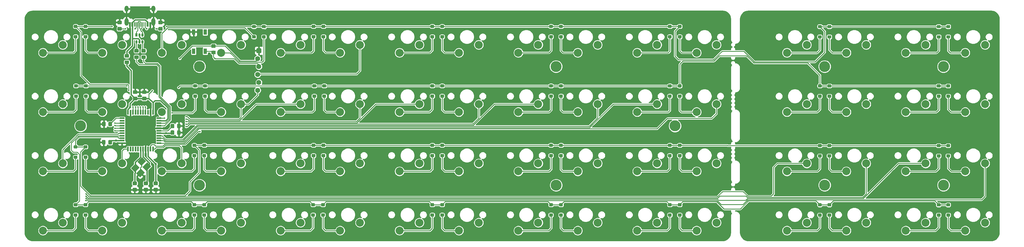
<source format=gbr>
G04 #@! TF.GenerationSoftware,KiCad,Pcbnew,(5.1.2-1)-1*
G04 #@! TF.CreationDate,2020-02-22T12:22:38-06:00*
G04 #@! TF.ProjectId,therick64BA,74686572-6963-46b3-9634-42412e6b6963,rev?*
G04 #@! TF.SameCoordinates,Original*
G04 #@! TF.FileFunction,Copper,L2,Bot*
G04 #@! TF.FilePolarity,Positive*
%FSLAX46Y46*%
G04 Gerber Fmt 4.6, Leading zero omitted, Abs format (unit mm)*
G04 Created by KiCad (PCBNEW (5.1.2-1)-1) date 2020-02-22 12:22:38*
%MOMM*%
%LPD*%
G04 APERTURE LIST*
%ADD10C,1.800000*%
%ADD11C,0.100000*%
%ADD12C,2.540000*%
%ADD13C,3.500000*%
%ADD14C,1.000000*%
%ADD15R,1.100000X1.800000*%
%ADD16C,0.650000*%
%ADD17R,0.650000X1.060000*%
%ADD18C,1.600200*%
%ADD19C,0.600000*%
%ADD20O,1.300000X2.400000*%
%ADD21C,0.300000*%
%ADD22O,1.300000X1.900000*%
%ADD23C,1.150000*%
%ADD24R,0.500000X1.500000*%
%ADD25R,1.500000X0.500000*%
%ADD26C,0.500000*%
%ADD27C,0.700000*%
%ADD28C,0.250000*%
%ADD29C,0.400000*%
G04 APERTURE END LIST*
D10*
X84549632Y-84386522D03*
D11*
G36*
X84655698Y-83007664D02*
G01*
X85928490Y-84280456D01*
X84443566Y-85765380D01*
X83170774Y-84492588D01*
X84655698Y-83007664D01*
X84655698Y-83007664D01*
G37*
D10*
X82499022Y-86437132D03*
D11*
G36*
X82605088Y-85058274D02*
G01*
X83877880Y-86331066D01*
X82392956Y-87815990D01*
X81120164Y-86543198D01*
X82605088Y-85058274D01*
X82605088Y-85058274D01*
G37*
D10*
X84125368Y-88063478D03*
D11*
G36*
X84231434Y-86684620D02*
G01*
X85504226Y-87957412D01*
X84019302Y-89442336D01*
X82746510Y-88169544D01*
X84231434Y-86684620D01*
X84231434Y-86684620D01*
G37*
D10*
X86175978Y-86012868D03*
D11*
G36*
X86282044Y-84634010D02*
G01*
X87554836Y-85906802D01*
X86069912Y-87391726D01*
X84797120Y-86118934D01*
X86282044Y-84634010D01*
X86282044Y-84634010D01*
G37*
D12*
X268289304Y-103999733D03*
X261939304Y-106539733D03*
X249289354Y-103999733D03*
X242939354Y-106539733D03*
X230290000Y-103999733D03*
X223940000Y-106539733D03*
X211289454Y-104000000D03*
X204939454Y-106540000D03*
X192290000Y-104000000D03*
X185940000Y-106540000D03*
X173290000Y-104000000D03*
X166940000Y-106540000D03*
X154290000Y-103999733D03*
X147940000Y-106539733D03*
X135290000Y-104000000D03*
X128940000Y-106540000D03*
X116290000Y-104000000D03*
X109940000Y-106540000D03*
X97290000Y-104000000D03*
X90940000Y-106540000D03*
X78290000Y-104000000D03*
X71940000Y-106540000D03*
X59290000Y-104000000D03*
X52940000Y-106540000D03*
X268289304Y-85000000D03*
X261939304Y-87540000D03*
X249289354Y-84999783D03*
X242939354Y-87539783D03*
X230290000Y-85000000D03*
X223940000Y-87540000D03*
X211289454Y-85000000D03*
X204939454Y-87540000D03*
X192289504Y-84999783D03*
X185939504Y-87539783D03*
X173289554Y-84999783D03*
X166939554Y-87539783D03*
X154289604Y-84999783D03*
X147939604Y-87539783D03*
X135290000Y-84999783D03*
X128940000Y-87539783D03*
X116289704Y-84999783D03*
X109939704Y-87539783D03*
X97289754Y-84999783D03*
X90939754Y-87539783D03*
X78289804Y-85000000D03*
X71939804Y-87540000D03*
X59290000Y-85000000D03*
X52940000Y-87540000D03*
X268289304Y-66000000D03*
X261939304Y-68540000D03*
X249289354Y-66000000D03*
X242939354Y-68540000D03*
X230290000Y-66000000D03*
X223940000Y-68540000D03*
X211289454Y-66000000D03*
X204939454Y-68540000D03*
X192289504Y-65999833D03*
X185939504Y-68539833D03*
X173290000Y-65999833D03*
X166940000Y-68539833D03*
X154289604Y-66000000D03*
X147939604Y-68540000D03*
X135289654Y-66000000D03*
X128939654Y-68540000D03*
X116290000Y-66000000D03*
X109940000Y-68540000D03*
X97290000Y-66000000D03*
X90940000Y-68540000D03*
X78290000Y-66000000D03*
X71940000Y-68540000D03*
X59290000Y-66000000D03*
X52940000Y-68540000D03*
X268289304Y-47012700D03*
X261939304Y-49552700D03*
X249289354Y-46999883D03*
X242939354Y-49539883D03*
X230289404Y-46999883D03*
X223939404Y-49539883D03*
X211290000Y-47000000D03*
X204940000Y-49540000D03*
X192289504Y-46999883D03*
X185939504Y-49539883D03*
X173290000Y-47000000D03*
X166940000Y-49540000D03*
X154289604Y-46999883D03*
X147939604Y-49539883D03*
X135290000Y-47000000D03*
X128940000Y-49540000D03*
X116289704Y-46999883D03*
X109939704Y-49539883D03*
X97289754Y-46999883D03*
X90939754Y-49539883D03*
X78289804Y-46999883D03*
X71939804Y-49539883D03*
X52939854Y-49539883D03*
X59289854Y-46999883D03*
X354169078Y-103999733D03*
X347819078Y-106539733D03*
X335169128Y-103999733D03*
X328819128Y-106539733D03*
X316169178Y-103999733D03*
X309819178Y-106539733D03*
X297169228Y-103999733D03*
X290819228Y-106539733D03*
X354169078Y-84999783D03*
X347819078Y-87539783D03*
X335169128Y-84999783D03*
X328819128Y-87539783D03*
X316143778Y-85012483D03*
X309793778Y-87552483D03*
X297169228Y-84999783D03*
X290819228Y-87539783D03*
X354169078Y-65999833D03*
X347819078Y-68539833D03*
X335169128Y-65999833D03*
X328819128Y-68539833D03*
X316169178Y-65999833D03*
X309819178Y-68539833D03*
X297169228Y-65999833D03*
X290819228Y-68539833D03*
X354169078Y-46999883D03*
X347819078Y-49539883D03*
X335169128Y-46999883D03*
X328819128Y-49539883D03*
X309819178Y-49539883D03*
X316169178Y-46999883D03*
X290819228Y-49539883D03*
X297169228Y-46999883D03*
D13*
X340860000Y-91960000D03*
X302860000Y-91960000D03*
X340860000Y-53960000D03*
X302860000Y-53960000D03*
D11*
G36*
X342754504Y-101090204D02*
G01*
X342778773Y-101093804D01*
X342802571Y-101099765D01*
X342825671Y-101108030D01*
X342847849Y-101118520D01*
X342868893Y-101131133D01*
X342888598Y-101145747D01*
X342906777Y-101162223D01*
X342923253Y-101180402D01*
X342937867Y-101200107D01*
X342950480Y-101221151D01*
X342960970Y-101243329D01*
X342969235Y-101266429D01*
X342975196Y-101290227D01*
X342978796Y-101314496D01*
X342980000Y-101339000D01*
X342980000Y-101839000D01*
X342978796Y-101863504D01*
X342975196Y-101887773D01*
X342969235Y-101911571D01*
X342960970Y-101934671D01*
X342950480Y-101956849D01*
X342937867Y-101977893D01*
X342923253Y-101997598D01*
X342906777Y-102015777D01*
X342888598Y-102032253D01*
X342868893Y-102046867D01*
X342847849Y-102059480D01*
X342825671Y-102069970D01*
X342802571Y-102078235D01*
X342778773Y-102084196D01*
X342754504Y-102087796D01*
X342730000Y-102089000D01*
X342030000Y-102089000D01*
X342005496Y-102087796D01*
X341981227Y-102084196D01*
X341957429Y-102078235D01*
X341934329Y-102069970D01*
X341912151Y-102059480D01*
X341891107Y-102046867D01*
X341871402Y-102032253D01*
X341853223Y-102015777D01*
X341836747Y-101997598D01*
X341822133Y-101977893D01*
X341809520Y-101956849D01*
X341799030Y-101934671D01*
X341790765Y-101911571D01*
X341784804Y-101887773D01*
X341781204Y-101863504D01*
X341780000Y-101839000D01*
X341780000Y-101339000D01*
X341781204Y-101314496D01*
X341784804Y-101290227D01*
X341790765Y-101266429D01*
X341799030Y-101243329D01*
X341809520Y-101221151D01*
X341822133Y-101200107D01*
X341836747Y-101180402D01*
X341853223Y-101162223D01*
X341871402Y-101145747D01*
X341891107Y-101131133D01*
X341912151Y-101118520D01*
X341934329Y-101108030D01*
X341957429Y-101099765D01*
X341981227Y-101093804D01*
X342005496Y-101090204D01*
X342030000Y-101089000D01*
X342730000Y-101089000D01*
X342754504Y-101090204D01*
X342754504Y-101090204D01*
G37*
D14*
X342380000Y-101589000D03*
D11*
G36*
X342754504Y-97790204D02*
G01*
X342778773Y-97793804D01*
X342802571Y-97799765D01*
X342825671Y-97808030D01*
X342847849Y-97818520D01*
X342868893Y-97831133D01*
X342888598Y-97845747D01*
X342906777Y-97862223D01*
X342923253Y-97880402D01*
X342937867Y-97900107D01*
X342950480Y-97921151D01*
X342960970Y-97943329D01*
X342969235Y-97966429D01*
X342975196Y-97990227D01*
X342978796Y-98014496D01*
X342980000Y-98039000D01*
X342980000Y-98539000D01*
X342978796Y-98563504D01*
X342975196Y-98587773D01*
X342969235Y-98611571D01*
X342960970Y-98634671D01*
X342950480Y-98656849D01*
X342937867Y-98677893D01*
X342923253Y-98697598D01*
X342906777Y-98715777D01*
X342888598Y-98732253D01*
X342868893Y-98746867D01*
X342847849Y-98759480D01*
X342825671Y-98769970D01*
X342802571Y-98778235D01*
X342778773Y-98784196D01*
X342754504Y-98787796D01*
X342730000Y-98789000D01*
X342030000Y-98789000D01*
X342005496Y-98787796D01*
X341981227Y-98784196D01*
X341957429Y-98778235D01*
X341934329Y-98769970D01*
X341912151Y-98759480D01*
X341891107Y-98746867D01*
X341871402Y-98732253D01*
X341853223Y-98715777D01*
X341836747Y-98697598D01*
X341822133Y-98677893D01*
X341809520Y-98656849D01*
X341799030Y-98634671D01*
X341790765Y-98611571D01*
X341784804Y-98587773D01*
X341781204Y-98563504D01*
X341780000Y-98539000D01*
X341780000Y-98039000D01*
X341781204Y-98014496D01*
X341784804Y-97990227D01*
X341790765Y-97966429D01*
X341799030Y-97943329D01*
X341809520Y-97921151D01*
X341822133Y-97900107D01*
X341836747Y-97880402D01*
X341853223Y-97862223D01*
X341871402Y-97845747D01*
X341891107Y-97831133D01*
X341912151Y-97818520D01*
X341934329Y-97808030D01*
X341957429Y-97799765D01*
X341981227Y-97793804D01*
X342005496Y-97790204D01*
X342030000Y-97789000D01*
X342730000Y-97789000D01*
X342754504Y-97790204D01*
X342754504Y-97790204D01*
G37*
D14*
X342380000Y-98289000D03*
D11*
G36*
X339714504Y-101090204D02*
G01*
X339738773Y-101093804D01*
X339762571Y-101099765D01*
X339785671Y-101108030D01*
X339807849Y-101118520D01*
X339828893Y-101131133D01*
X339848598Y-101145747D01*
X339866777Y-101162223D01*
X339883253Y-101180402D01*
X339897867Y-101200107D01*
X339910480Y-101221151D01*
X339920970Y-101243329D01*
X339929235Y-101266429D01*
X339935196Y-101290227D01*
X339938796Y-101314496D01*
X339940000Y-101339000D01*
X339940000Y-101839000D01*
X339938796Y-101863504D01*
X339935196Y-101887773D01*
X339929235Y-101911571D01*
X339920970Y-101934671D01*
X339910480Y-101956849D01*
X339897867Y-101977893D01*
X339883253Y-101997598D01*
X339866777Y-102015777D01*
X339848598Y-102032253D01*
X339828893Y-102046867D01*
X339807849Y-102059480D01*
X339785671Y-102069970D01*
X339762571Y-102078235D01*
X339738773Y-102084196D01*
X339714504Y-102087796D01*
X339690000Y-102089000D01*
X338990000Y-102089000D01*
X338965496Y-102087796D01*
X338941227Y-102084196D01*
X338917429Y-102078235D01*
X338894329Y-102069970D01*
X338872151Y-102059480D01*
X338851107Y-102046867D01*
X338831402Y-102032253D01*
X338813223Y-102015777D01*
X338796747Y-101997598D01*
X338782133Y-101977893D01*
X338769520Y-101956849D01*
X338759030Y-101934671D01*
X338750765Y-101911571D01*
X338744804Y-101887773D01*
X338741204Y-101863504D01*
X338740000Y-101839000D01*
X338740000Y-101339000D01*
X338741204Y-101314496D01*
X338744804Y-101290227D01*
X338750765Y-101266429D01*
X338759030Y-101243329D01*
X338769520Y-101221151D01*
X338782133Y-101200107D01*
X338796747Y-101180402D01*
X338813223Y-101162223D01*
X338831402Y-101145747D01*
X338851107Y-101131133D01*
X338872151Y-101118520D01*
X338894329Y-101108030D01*
X338917429Y-101099765D01*
X338941227Y-101093804D01*
X338965496Y-101090204D01*
X338990000Y-101089000D01*
X339690000Y-101089000D01*
X339714504Y-101090204D01*
X339714504Y-101090204D01*
G37*
D14*
X339340000Y-101589000D03*
D11*
G36*
X339714504Y-97790204D02*
G01*
X339738773Y-97793804D01*
X339762571Y-97799765D01*
X339785671Y-97808030D01*
X339807849Y-97818520D01*
X339828893Y-97831133D01*
X339848598Y-97845747D01*
X339866777Y-97862223D01*
X339883253Y-97880402D01*
X339897867Y-97900107D01*
X339910480Y-97921151D01*
X339920970Y-97943329D01*
X339929235Y-97966429D01*
X339935196Y-97990227D01*
X339938796Y-98014496D01*
X339940000Y-98039000D01*
X339940000Y-98539000D01*
X339938796Y-98563504D01*
X339935196Y-98587773D01*
X339929235Y-98611571D01*
X339920970Y-98634671D01*
X339910480Y-98656849D01*
X339897867Y-98677893D01*
X339883253Y-98697598D01*
X339866777Y-98715777D01*
X339848598Y-98732253D01*
X339828893Y-98746867D01*
X339807849Y-98759480D01*
X339785671Y-98769970D01*
X339762571Y-98778235D01*
X339738773Y-98784196D01*
X339714504Y-98787796D01*
X339690000Y-98789000D01*
X338990000Y-98789000D01*
X338965496Y-98787796D01*
X338941227Y-98784196D01*
X338917429Y-98778235D01*
X338894329Y-98769970D01*
X338872151Y-98759480D01*
X338851107Y-98746867D01*
X338831402Y-98732253D01*
X338813223Y-98715777D01*
X338796747Y-98697598D01*
X338782133Y-98677893D01*
X338769520Y-98656849D01*
X338759030Y-98634671D01*
X338750765Y-98611571D01*
X338744804Y-98587773D01*
X338741204Y-98563504D01*
X338740000Y-98539000D01*
X338740000Y-98039000D01*
X338741204Y-98014496D01*
X338744804Y-97990227D01*
X338750765Y-97966429D01*
X338759030Y-97943329D01*
X338769520Y-97921151D01*
X338782133Y-97900107D01*
X338796747Y-97880402D01*
X338813223Y-97862223D01*
X338831402Y-97845747D01*
X338851107Y-97831133D01*
X338872151Y-97818520D01*
X338894329Y-97808030D01*
X338917429Y-97799765D01*
X338941227Y-97793804D01*
X338965496Y-97790204D01*
X338990000Y-97789000D01*
X339690000Y-97789000D01*
X339714504Y-97790204D01*
X339714504Y-97790204D01*
G37*
D14*
X339340000Y-98289000D03*
D11*
G36*
X304754504Y-101090204D02*
G01*
X304778773Y-101093804D01*
X304802571Y-101099765D01*
X304825671Y-101108030D01*
X304847849Y-101118520D01*
X304868893Y-101131133D01*
X304888598Y-101145747D01*
X304906777Y-101162223D01*
X304923253Y-101180402D01*
X304937867Y-101200107D01*
X304950480Y-101221151D01*
X304960970Y-101243329D01*
X304969235Y-101266429D01*
X304975196Y-101290227D01*
X304978796Y-101314496D01*
X304980000Y-101339000D01*
X304980000Y-101839000D01*
X304978796Y-101863504D01*
X304975196Y-101887773D01*
X304969235Y-101911571D01*
X304960970Y-101934671D01*
X304950480Y-101956849D01*
X304937867Y-101977893D01*
X304923253Y-101997598D01*
X304906777Y-102015777D01*
X304888598Y-102032253D01*
X304868893Y-102046867D01*
X304847849Y-102059480D01*
X304825671Y-102069970D01*
X304802571Y-102078235D01*
X304778773Y-102084196D01*
X304754504Y-102087796D01*
X304730000Y-102089000D01*
X304030000Y-102089000D01*
X304005496Y-102087796D01*
X303981227Y-102084196D01*
X303957429Y-102078235D01*
X303934329Y-102069970D01*
X303912151Y-102059480D01*
X303891107Y-102046867D01*
X303871402Y-102032253D01*
X303853223Y-102015777D01*
X303836747Y-101997598D01*
X303822133Y-101977893D01*
X303809520Y-101956849D01*
X303799030Y-101934671D01*
X303790765Y-101911571D01*
X303784804Y-101887773D01*
X303781204Y-101863504D01*
X303780000Y-101839000D01*
X303780000Y-101339000D01*
X303781204Y-101314496D01*
X303784804Y-101290227D01*
X303790765Y-101266429D01*
X303799030Y-101243329D01*
X303809520Y-101221151D01*
X303822133Y-101200107D01*
X303836747Y-101180402D01*
X303853223Y-101162223D01*
X303871402Y-101145747D01*
X303891107Y-101131133D01*
X303912151Y-101118520D01*
X303934329Y-101108030D01*
X303957429Y-101099765D01*
X303981227Y-101093804D01*
X304005496Y-101090204D01*
X304030000Y-101089000D01*
X304730000Y-101089000D01*
X304754504Y-101090204D01*
X304754504Y-101090204D01*
G37*
D14*
X304380000Y-101589000D03*
D11*
G36*
X304754504Y-97790204D02*
G01*
X304778773Y-97793804D01*
X304802571Y-97799765D01*
X304825671Y-97808030D01*
X304847849Y-97818520D01*
X304868893Y-97831133D01*
X304888598Y-97845747D01*
X304906777Y-97862223D01*
X304923253Y-97880402D01*
X304937867Y-97900107D01*
X304950480Y-97921151D01*
X304960970Y-97943329D01*
X304969235Y-97966429D01*
X304975196Y-97990227D01*
X304978796Y-98014496D01*
X304980000Y-98039000D01*
X304980000Y-98539000D01*
X304978796Y-98563504D01*
X304975196Y-98587773D01*
X304969235Y-98611571D01*
X304960970Y-98634671D01*
X304950480Y-98656849D01*
X304937867Y-98677893D01*
X304923253Y-98697598D01*
X304906777Y-98715777D01*
X304888598Y-98732253D01*
X304868893Y-98746867D01*
X304847849Y-98759480D01*
X304825671Y-98769970D01*
X304802571Y-98778235D01*
X304778773Y-98784196D01*
X304754504Y-98787796D01*
X304730000Y-98789000D01*
X304030000Y-98789000D01*
X304005496Y-98787796D01*
X303981227Y-98784196D01*
X303957429Y-98778235D01*
X303934329Y-98769970D01*
X303912151Y-98759480D01*
X303891107Y-98746867D01*
X303871402Y-98732253D01*
X303853223Y-98715777D01*
X303836747Y-98697598D01*
X303822133Y-98677893D01*
X303809520Y-98656849D01*
X303799030Y-98634671D01*
X303790765Y-98611571D01*
X303784804Y-98587773D01*
X303781204Y-98563504D01*
X303780000Y-98539000D01*
X303780000Y-98039000D01*
X303781204Y-98014496D01*
X303784804Y-97990227D01*
X303790765Y-97966429D01*
X303799030Y-97943329D01*
X303809520Y-97921151D01*
X303822133Y-97900107D01*
X303836747Y-97880402D01*
X303853223Y-97862223D01*
X303871402Y-97845747D01*
X303891107Y-97831133D01*
X303912151Y-97818520D01*
X303934329Y-97808030D01*
X303957429Y-97799765D01*
X303981227Y-97793804D01*
X304005496Y-97790204D01*
X304030000Y-97789000D01*
X304730000Y-97789000D01*
X304754504Y-97790204D01*
X304754504Y-97790204D01*
G37*
D14*
X304380000Y-98289000D03*
D11*
G36*
X301714504Y-101090204D02*
G01*
X301738773Y-101093804D01*
X301762571Y-101099765D01*
X301785671Y-101108030D01*
X301807849Y-101118520D01*
X301828893Y-101131133D01*
X301848598Y-101145747D01*
X301866777Y-101162223D01*
X301883253Y-101180402D01*
X301897867Y-101200107D01*
X301910480Y-101221151D01*
X301920970Y-101243329D01*
X301929235Y-101266429D01*
X301935196Y-101290227D01*
X301938796Y-101314496D01*
X301940000Y-101339000D01*
X301940000Y-101839000D01*
X301938796Y-101863504D01*
X301935196Y-101887773D01*
X301929235Y-101911571D01*
X301920970Y-101934671D01*
X301910480Y-101956849D01*
X301897867Y-101977893D01*
X301883253Y-101997598D01*
X301866777Y-102015777D01*
X301848598Y-102032253D01*
X301828893Y-102046867D01*
X301807849Y-102059480D01*
X301785671Y-102069970D01*
X301762571Y-102078235D01*
X301738773Y-102084196D01*
X301714504Y-102087796D01*
X301690000Y-102089000D01*
X300990000Y-102089000D01*
X300965496Y-102087796D01*
X300941227Y-102084196D01*
X300917429Y-102078235D01*
X300894329Y-102069970D01*
X300872151Y-102059480D01*
X300851107Y-102046867D01*
X300831402Y-102032253D01*
X300813223Y-102015777D01*
X300796747Y-101997598D01*
X300782133Y-101977893D01*
X300769520Y-101956849D01*
X300759030Y-101934671D01*
X300750765Y-101911571D01*
X300744804Y-101887773D01*
X300741204Y-101863504D01*
X300740000Y-101839000D01*
X300740000Y-101339000D01*
X300741204Y-101314496D01*
X300744804Y-101290227D01*
X300750765Y-101266429D01*
X300759030Y-101243329D01*
X300769520Y-101221151D01*
X300782133Y-101200107D01*
X300796747Y-101180402D01*
X300813223Y-101162223D01*
X300831402Y-101145747D01*
X300851107Y-101131133D01*
X300872151Y-101118520D01*
X300894329Y-101108030D01*
X300917429Y-101099765D01*
X300941227Y-101093804D01*
X300965496Y-101090204D01*
X300990000Y-101089000D01*
X301690000Y-101089000D01*
X301714504Y-101090204D01*
X301714504Y-101090204D01*
G37*
D14*
X301340000Y-101589000D03*
D11*
G36*
X301714504Y-97790204D02*
G01*
X301738773Y-97793804D01*
X301762571Y-97799765D01*
X301785671Y-97808030D01*
X301807849Y-97818520D01*
X301828893Y-97831133D01*
X301848598Y-97845747D01*
X301866777Y-97862223D01*
X301883253Y-97880402D01*
X301897867Y-97900107D01*
X301910480Y-97921151D01*
X301920970Y-97943329D01*
X301929235Y-97966429D01*
X301935196Y-97990227D01*
X301938796Y-98014496D01*
X301940000Y-98039000D01*
X301940000Y-98539000D01*
X301938796Y-98563504D01*
X301935196Y-98587773D01*
X301929235Y-98611571D01*
X301920970Y-98634671D01*
X301910480Y-98656849D01*
X301897867Y-98677893D01*
X301883253Y-98697598D01*
X301866777Y-98715777D01*
X301848598Y-98732253D01*
X301828893Y-98746867D01*
X301807849Y-98759480D01*
X301785671Y-98769970D01*
X301762571Y-98778235D01*
X301738773Y-98784196D01*
X301714504Y-98787796D01*
X301690000Y-98789000D01*
X300990000Y-98789000D01*
X300965496Y-98787796D01*
X300941227Y-98784196D01*
X300917429Y-98778235D01*
X300894329Y-98769970D01*
X300872151Y-98759480D01*
X300851107Y-98746867D01*
X300831402Y-98732253D01*
X300813223Y-98715777D01*
X300796747Y-98697598D01*
X300782133Y-98677893D01*
X300769520Y-98656849D01*
X300759030Y-98634671D01*
X300750765Y-98611571D01*
X300744804Y-98587773D01*
X300741204Y-98563504D01*
X300740000Y-98539000D01*
X300740000Y-98039000D01*
X300741204Y-98014496D01*
X300744804Y-97990227D01*
X300750765Y-97966429D01*
X300759030Y-97943329D01*
X300769520Y-97921151D01*
X300782133Y-97900107D01*
X300796747Y-97880402D01*
X300813223Y-97862223D01*
X300831402Y-97845747D01*
X300851107Y-97831133D01*
X300872151Y-97818520D01*
X300894329Y-97808030D01*
X300917429Y-97799765D01*
X300941227Y-97793804D01*
X300965496Y-97790204D01*
X300990000Y-97789000D01*
X301690000Y-97789000D01*
X301714504Y-97790204D01*
X301714504Y-97790204D01*
G37*
D14*
X301340000Y-98289000D03*
D11*
G36*
X342754504Y-82091204D02*
G01*
X342778773Y-82094804D01*
X342802571Y-82100765D01*
X342825671Y-82109030D01*
X342847849Y-82119520D01*
X342868893Y-82132133D01*
X342888598Y-82146747D01*
X342906777Y-82163223D01*
X342923253Y-82181402D01*
X342937867Y-82201107D01*
X342950480Y-82222151D01*
X342960970Y-82244329D01*
X342969235Y-82267429D01*
X342975196Y-82291227D01*
X342978796Y-82315496D01*
X342980000Y-82340000D01*
X342980000Y-82840000D01*
X342978796Y-82864504D01*
X342975196Y-82888773D01*
X342969235Y-82912571D01*
X342960970Y-82935671D01*
X342950480Y-82957849D01*
X342937867Y-82978893D01*
X342923253Y-82998598D01*
X342906777Y-83016777D01*
X342888598Y-83033253D01*
X342868893Y-83047867D01*
X342847849Y-83060480D01*
X342825671Y-83070970D01*
X342802571Y-83079235D01*
X342778773Y-83085196D01*
X342754504Y-83088796D01*
X342730000Y-83090000D01*
X342030000Y-83090000D01*
X342005496Y-83088796D01*
X341981227Y-83085196D01*
X341957429Y-83079235D01*
X341934329Y-83070970D01*
X341912151Y-83060480D01*
X341891107Y-83047867D01*
X341871402Y-83033253D01*
X341853223Y-83016777D01*
X341836747Y-82998598D01*
X341822133Y-82978893D01*
X341809520Y-82957849D01*
X341799030Y-82935671D01*
X341790765Y-82912571D01*
X341784804Y-82888773D01*
X341781204Y-82864504D01*
X341780000Y-82840000D01*
X341780000Y-82340000D01*
X341781204Y-82315496D01*
X341784804Y-82291227D01*
X341790765Y-82267429D01*
X341799030Y-82244329D01*
X341809520Y-82222151D01*
X341822133Y-82201107D01*
X341836747Y-82181402D01*
X341853223Y-82163223D01*
X341871402Y-82146747D01*
X341891107Y-82132133D01*
X341912151Y-82119520D01*
X341934329Y-82109030D01*
X341957429Y-82100765D01*
X341981227Y-82094804D01*
X342005496Y-82091204D01*
X342030000Y-82090000D01*
X342730000Y-82090000D01*
X342754504Y-82091204D01*
X342754504Y-82091204D01*
G37*
D14*
X342380000Y-82590000D03*
D11*
G36*
X342754504Y-78791204D02*
G01*
X342778773Y-78794804D01*
X342802571Y-78800765D01*
X342825671Y-78809030D01*
X342847849Y-78819520D01*
X342868893Y-78832133D01*
X342888598Y-78846747D01*
X342906777Y-78863223D01*
X342923253Y-78881402D01*
X342937867Y-78901107D01*
X342950480Y-78922151D01*
X342960970Y-78944329D01*
X342969235Y-78967429D01*
X342975196Y-78991227D01*
X342978796Y-79015496D01*
X342980000Y-79040000D01*
X342980000Y-79540000D01*
X342978796Y-79564504D01*
X342975196Y-79588773D01*
X342969235Y-79612571D01*
X342960970Y-79635671D01*
X342950480Y-79657849D01*
X342937867Y-79678893D01*
X342923253Y-79698598D01*
X342906777Y-79716777D01*
X342888598Y-79733253D01*
X342868893Y-79747867D01*
X342847849Y-79760480D01*
X342825671Y-79770970D01*
X342802571Y-79779235D01*
X342778773Y-79785196D01*
X342754504Y-79788796D01*
X342730000Y-79790000D01*
X342030000Y-79790000D01*
X342005496Y-79788796D01*
X341981227Y-79785196D01*
X341957429Y-79779235D01*
X341934329Y-79770970D01*
X341912151Y-79760480D01*
X341891107Y-79747867D01*
X341871402Y-79733253D01*
X341853223Y-79716777D01*
X341836747Y-79698598D01*
X341822133Y-79678893D01*
X341809520Y-79657849D01*
X341799030Y-79635671D01*
X341790765Y-79612571D01*
X341784804Y-79588773D01*
X341781204Y-79564504D01*
X341780000Y-79540000D01*
X341780000Y-79040000D01*
X341781204Y-79015496D01*
X341784804Y-78991227D01*
X341790765Y-78967429D01*
X341799030Y-78944329D01*
X341809520Y-78922151D01*
X341822133Y-78901107D01*
X341836747Y-78881402D01*
X341853223Y-78863223D01*
X341871402Y-78846747D01*
X341891107Y-78832133D01*
X341912151Y-78819520D01*
X341934329Y-78809030D01*
X341957429Y-78800765D01*
X341981227Y-78794804D01*
X342005496Y-78791204D01*
X342030000Y-78790000D01*
X342730000Y-78790000D01*
X342754504Y-78791204D01*
X342754504Y-78791204D01*
G37*
D14*
X342380000Y-79290000D03*
D11*
G36*
X339714504Y-82091204D02*
G01*
X339738773Y-82094804D01*
X339762571Y-82100765D01*
X339785671Y-82109030D01*
X339807849Y-82119520D01*
X339828893Y-82132133D01*
X339848598Y-82146747D01*
X339866777Y-82163223D01*
X339883253Y-82181402D01*
X339897867Y-82201107D01*
X339910480Y-82222151D01*
X339920970Y-82244329D01*
X339929235Y-82267429D01*
X339935196Y-82291227D01*
X339938796Y-82315496D01*
X339940000Y-82340000D01*
X339940000Y-82840000D01*
X339938796Y-82864504D01*
X339935196Y-82888773D01*
X339929235Y-82912571D01*
X339920970Y-82935671D01*
X339910480Y-82957849D01*
X339897867Y-82978893D01*
X339883253Y-82998598D01*
X339866777Y-83016777D01*
X339848598Y-83033253D01*
X339828893Y-83047867D01*
X339807849Y-83060480D01*
X339785671Y-83070970D01*
X339762571Y-83079235D01*
X339738773Y-83085196D01*
X339714504Y-83088796D01*
X339690000Y-83090000D01*
X338990000Y-83090000D01*
X338965496Y-83088796D01*
X338941227Y-83085196D01*
X338917429Y-83079235D01*
X338894329Y-83070970D01*
X338872151Y-83060480D01*
X338851107Y-83047867D01*
X338831402Y-83033253D01*
X338813223Y-83016777D01*
X338796747Y-82998598D01*
X338782133Y-82978893D01*
X338769520Y-82957849D01*
X338759030Y-82935671D01*
X338750765Y-82912571D01*
X338744804Y-82888773D01*
X338741204Y-82864504D01*
X338740000Y-82840000D01*
X338740000Y-82340000D01*
X338741204Y-82315496D01*
X338744804Y-82291227D01*
X338750765Y-82267429D01*
X338759030Y-82244329D01*
X338769520Y-82222151D01*
X338782133Y-82201107D01*
X338796747Y-82181402D01*
X338813223Y-82163223D01*
X338831402Y-82146747D01*
X338851107Y-82132133D01*
X338872151Y-82119520D01*
X338894329Y-82109030D01*
X338917429Y-82100765D01*
X338941227Y-82094804D01*
X338965496Y-82091204D01*
X338990000Y-82090000D01*
X339690000Y-82090000D01*
X339714504Y-82091204D01*
X339714504Y-82091204D01*
G37*
D14*
X339340000Y-82590000D03*
D11*
G36*
X339714504Y-78791204D02*
G01*
X339738773Y-78794804D01*
X339762571Y-78800765D01*
X339785671Y-78809030D01*
X339807849Y-78819520D01*
X339828893Y-78832133D01*
X339848598Y-78846747D01*
X339866777Y-78863223D01*
X339883253Y-78881402D01*
X339897867Y-78901107D01*
X339910480Y-78922151D01*
X339920970Y-78944329D01*
X339929235Y-78967429D01*
X339935196Y-78991227D01*
X339938796Y-79015496D01*
X339940000Y-79040000D01*
X339940000Y-79540000D01*
X339938796Y-79564504D01*
X339935196Y-79588773D01*
X339929235Y-79612571D01*
X339920970Y-79635671D01*
X339910480Y-79657849D01*
X339897867Y-79678893D01*
X339883253Y-79698598D01*
X339866777Y-79716777D01*
X339848598Y-79733253D01*
X339828893Y-79747867D01*
X339807849Y-79760480D01*
X339785671Y-79770970D01*
X339762571Y-79779235D01*
X339738773Y-79785196D01*
X339714504Y-79788796D01*
X339690000Y-79790000D01*
X338990000Y-79790000D01*
X338965496Y-79788796D01*
X338941227Y-79785196D01*
X338917429Y-79779235D01*
X338894329Y-79770970D01*
X338872151Y-79760480D01*
X338851107Y-79747867D01*
X338831402Y-79733253D01*
X338813223Y-79716777D01*
X338796747Y-79698598D01*
X338782133Y-79678893D01*
X338769520Y-79657849D01*
X338759030Y-79635671D01*
X338750765Y-79612571D01*
X338744804Y-79588773D01*
X338741204Y-79564504D01*
X338740000Y-79540000D01*
X338740000Y-79040000D01*
X338741204Y-79015496D01*
X338744804Y-78991227D01*
X338750765Y-78967429D01*
X338759030Y-78944329D01*
X338769520Y-78922151D01*
X338782133Y-78901107D01*
X338796747Y-78881402D01*
X338813223Y-78863223D01*
X338831402Y-78846747D01*
X338851107Y-78832133D01*
X338872151Y-78819520D01*
X338894329Y-78809030D01*
X338917429Y-78800765D01*
X338941227Y-78794804D01*
X338965496Y-78791204D01*
X338990000Y-78790000D01*
X339690000Y-78790000D01*
X339714504Y-78791204D01*
X339714504Y-78791204D01*
G37*
D14*
X339340000Y-79290000D03*
D11*
G36*
X304754504Y-82091204D02*
G01*
X304778773Y-82094804D01*
X304802571Y-82100765D01*
X304825671Y-82109030D01*
X304847849Y-82119520D01*
X304868893Y-82132133D01*
X304888598Y-82146747D01*
X304906777Y-82163223D01*
X304923253Y-82181402D01*
X304937867Y-82201107D01*
X304950480Y-82222151D01*
X304960970Y-82244329D01*
X304969235Y-82267429D01*
X304975196Y-82291227D01*
X304978796Y-82315496D01*
X304980000Y-82340000D01*
X304980000Y-82840000D01*
X304978796Y-82864504D01*
X304975196Y-82888773D01*
X304969235Y-82912571D01*
X304960970Y-82935671D01*
X304950480Y-82957849D01*
X304937867Y-82978893D01*
X304923253Y-82998598D01*
X304906777Y-83016777D01*
X304888598Y-83033253D01*
X304868893Y-83047867D01*
X304847849Y-83060480D01*
X304825671Y-83070970D01*
X304802571Y-83079235D01*
X304778773Y-83085196D01*
X304754504Y-83088796D01*
X304730000Y-83090000D01*
X304030000Y-83090000D01*
X304005496Y-83088796D01*
X303981227Y-83085196D01*
X303957429Y-83079235D01*
X303934329Y-83070970D01*
X303912151Y-83060480D01*
X303891107Y-83047867D01*
X303871402Y-83033253D01*
X303853223Y-83016777D01*
X303836747Y-82998598D01*
X303822133Y-82978893D01*
X303809520Y-82957849D01*
X303799030Y-82935671D01*
X303790765Y-82912571D01*
X303784804Y-82888773D01*
X303781204Y-82864504D01*
X303780000Y-82840000D01*
X303780000Y-82340000D01*
X303781204Y-82315496D01*
X303784804Y-82291227D01*
X303790765Y-82267429D01*
X303799030Y-82244329D01*
X303809520Y-82222151D01*
X303822133Y-82201107D01*
X303836747Y-82181402D01*
X303853223Y-82163223D01*
X303871402Y-82146747D01*
X303891107Y-82132133D01*
X303912151Y-82119520D01*
X303934329Y-82109030D01*
X303957429Y-82100765D01*
X303981227Y-82094804D01*
X304005496Y-82091204D01*
X304030000Y-82090000D01*
X304730000Y-82090000D01*
X304754504Y-82091204D01*
X304754504Y-82091204D01*
G37*
D14*
X304380000Y-82590000D03*
D11*
G36*
X304754504Y-78791204D02*
G01*
X304778773Y-78794804D01*
X304802571Y-78800765D01*
X304825671Y-78809030D01*
X304847849Y-78819520D01*
X304868893Y-78832133D01*
X304888598Y-78846747D01*
X304906777Y-78863223D01*
X304923253Y-78881402D01*
X304937867Y-78901107D01*
X304950480Y-78922151D01*
X304960970Y-78944329D01*
X304969235Y-78967429D01*
X304975196Y-78991227D01*
X304978796Y-79015496D01*
X304980000Y-79040000D01*
X304980000Y-79540000D01*
X304978796Y-79564504D01*
X304975196Y-79588773D01*
X304969235Y-79612571D01*
X304960970Y-79635671D01*
X304950480Y-79657849D01*
X304937867Y-79678893D01*
X304923253Y-79698598D01*
X304906777Y-79716777D01*
X304888598Y-79733253D01*
X304868893Y-79747867D01*
X304847849Y-79760480D01*
X304825671Y-79770970D01*
X304802571Y-79779235D01*
X304778773Y-79785196D01*
X304754504Y-79788796D01*
X304730000Y-79790000D01*
X304030000Y-79790000D01*
X304005496Y-79788796D01*
X303981227Y-79785196D01*
X303957429Y-79779235D01*
X303934329Y-79770970D01*
X303912151Y-79760480D01*
X303891107Y-79747867D01*
X303871402Y-79733253D01*
X303853223Y-79716777D01*
X303836747Y-79698598D01*
X303822133Y-79678893D01*
X303809520Y-79657849D01*
X303799030Y-79635671D01*
X303790765Y-79612571D01*
X303784804Y-79588773D01*
X303781204Y-79564504D01*
X303780000Y-79540000D01*
X303780000Y-79040000D01*
X303781204Y-79015496D01*
X303784804Y-78991227D01*
X303790765Y-78967429D01*
X303799030Y-78944329D01*
X303809520Y-78922151D01*
X303822133Y-78901107D01*
X303836747Y-78881402D01*
X303853223Y-78863223D01*
X303871402Y-78846747D01*
X303891107Y-78832133D01*
X303912151Y-78819520D01*
X303934329Y-78809030D01*
X303957429Y-78800765D01*
X303981227Y-78794804D01*
X304005496Y-78791204D01*
X304030000Y-78790000D01*
X304730000Y-78790000D01*
X304754504Y-78791204D01*
X304754504Y-78791204D01*
G37*
D14*
X304380000Y-79290000D03*
D11*
G36*
X301714504Y-82091204D02*
G01*
X301738773Y-82094804D01*
X301762571Y-82100765D01*
X301785671Y-82109030D01*
X301807849Y-82119520D01*
X301828893Y-82132133D01*
X301848598Y-82146747D01*
X301866777Y-82163223D01*
X301883253Y-82181402D01*
X301897867Y-82201107D01*
X301910480Y-82222151D01*
X301920970Y-82244329D01*
X301929235Y-82267429D01*
X301935196Y-82291227D01*
X301938796Y-82315496D01*
X301940000Y-82340000D01*
X301940000Y-82840000D01*
X301938796Y-82864504D01*
X301935196Y-82888773D01*
X301929235Y-82912571D01*
X301920970Y-82935671D01*
X301910480Y-82957849D01*
X301897867Y-82978893D01*
X301883253Y-82998598D01*
X301866777Y-83016777D01*
X301848598Y-83033253D01*
X301828893Y-83047867D01*
X301807849Y-83060480D01*
X301785671Y-83070970D01*
X301762571Y-83079235D01*
X301738773Y-83085196D01*
X301714504Y-83088796D01*
X301690000Y-83090000D01*
X300990000Y-83090000D01*
X300965496Y-83088796D01*
X300941227Y-83085196D01*
X300917429Y-83079235D01*
X300894329Y-83070970D01*
X300872151Y-83060480D01*
X300851107Y-83047867D01*
X300831402Y-83033253D01*
X300813223Y-83016777D01*
X300796747Y-82998598D01*
X300782133Y-82978893D01*
X300769520Y-82957849D01*
X300759030Y-82935671D01*
X300750765Y-82912571D01*
X300744804Y-82888773D01*
X300741204Y-82864504D01*
X300740000Y-82840000D01*
X300740000Y-82340000D01*
X300741204Y-82315496D01*
X300744804Y-82291227D01*
X300750765Y-82267429D01*
X300759030Y-82244329D01*
X300769520Y-82222151D01*
X300782133Y-82201107D01*
X300796747Y-82181402D01*
X300813223Y-82163223D01*
X300831402Y-82146747D01*
X300851107Y-82132133D01*
X300872151Y-82119520D01*
X300894329Y-82109030D01*
X300917429Y-82100765D01*
X300941227Y-82094804D01*
X300965496Y-82091204D01*
X300990000Y-82090000D01*
X301690000Y-82090000D01*
X301714504Y-82091204D01*
X301714504Y-82091204D01*
G37*
D14*
X301340000Y-82590000D03*
D11*
G36*
X301714504Y-78791204D02*
G01*
X301738773Y-78794804D01*
X301762571Y-78800765D01*
X301785671Y-78809030D01*
X301807849Y-78819520D01*
X301828893Y-78832133D01*
X301848598Y-78846747D01*
X301866777Y-78863223D01*
X301883253Y-78881402D01*
X301897867Y-78901107D01*
X301910480Y-78922151D01*
X301920970Y-78944329D01*
X301929235Y-78967429D01*
X301935196Y-78991227D01*
X301938796Y-79015496D01*
X301940000Y-79040000D01*
X301940000Y-79540000D01*
X301938796Y-79564504D01*
X301935196Y-79588773D01*
X301929235Y-79612571D01*
X301920970Y-79635671D01*
X301910480Y-79657849D01*
X301897867Y-79678893D01*
X301883253Y-79698598D01*
X301866777Y-79716777D01*
X301848598Y-79733253D01*
X301828893Y-79747867D01*
X301807849Y-79760480D01*
X301785671Y-79770970D01*
X301762571Y-79779235D01*
X301738773Y-79785196D01*
X301714504Y-79788796D01*
X301690000Y-79790000D01*
X300990000Y-79790000D01*
X300965496Y-79788796D01*
X300941227Y-79785196D01*
X300917429Y-79779235D01*
X300894329Y-79770970D01*
X300872151Y-79760480D01*
X300851107Y-79747867D01*
X300831402Y-79733253D01*
X300813223Y-79716777D01*
X300796747Y-79698598D01*
X300782133Y-79678893D01*
X300769520Y-79657849D01*
X300759030Y-79635671D01*
X300750765Y-79612571D01*
X300744804Y-79588773D01*
X300741204Y-79564504D01*
X300740000Y-79540000D01*
X300740000Y-79040000D01*
X300741204Y-79015496D01*
X300744804Y-78991227D01*
X300750765Y-78967429D01*
X300759030Y-78944329D01*
X300769520Y-78922151D01*
X300782133Y-78901107D01*
X300796747Y-78881402D01*
X300813223Y-78863223D01*
X300831402Y-78846747D01*
X300851107Y-78832133D01*
X300872151Y-78819520D01*
X300894329Y-78809030D01*
X300917429Y-78800765D01*
X300941227Y-78794804D01*
X300965496Y-78791204D01*
X300990000Y-78790000D01*
X301690000Y-78790000D01*
X301714504Y-78791204D01*
X301714504Y-78791204D01*
G37*
D14*
X301340000Y-79290000D03*
D11*
G36*
X342754504Y-62963204D02*
G01*
X342778773Y-62966804D01*
X342802571Y-62972765D01*
X342825671Y-62981030D01*
X342847849Y-62991520D01*
X342868893Y-63004133D01*
X342888598Y-63018747D01*
X342906777Y-63035223D01*
X342923253Y-63053402D01*
X342937867Y-63073107D01*
X342950480Y-63094151D01*
X342960970Y-63116329D01*
X342969235Y-63139429D01*
X342975196Y-63163227D01*
X342978796Y-63187496D01*
X342980000Y-63212000D01*
X342980000Y-63712000D01*
X342978796Y-63736504D01*
X342975196Y-63760773D01*
X342969235Y-63784571D01*
X342960970Y-63807671D01*
X342950480Y-63829849D01*
X342937867Y-63850893D01*
X342923253Y-63870598D01*
X342906777Y-63888777D01*
X342888598Y-63905253D01*
X342868893Y-63919867D01*
X342847849Y-63932480D01*
X342825671Y-63942970D01*
X342802571Y-63951235D01*
X342778773Y-63957196D01*
X342754504Y-63960796D01*
X342730000Y-63962000D01*
X342030000Y-63962000D01*
X342005496Y-63960796D01*
X341981227Y-63957196D01*
X341957429Y-63951235D01*
X341934329Y-63942970D01*
X341912151Y-63932480D01*
X341891107Y-63919867D01*
X341871402Y-63905253D01*
X341853223Y-63888777D01*
X341836747Y-63870598D01*
X341822133Y-63850893D01*
X341809520Y-63829849D01*
X341799030Y-63807671D01*
X341790765Y-63784571D01*
X341784804Y-63760773D01*
X341781204Y-63736504D01*
X341780000Y-63712000D01*
X341780000Y-63212000D01*
X341781204Y-63187496D01*
X341784804Y-63163227D01*
X341790765Y-63139429D01*
X341799030Y-63116329D01*
X341809520Y-63094151D01*
X341822133Y-63073107D01*
X341836747Y-63053402D01*
X341853223Y-63035223D01*
X341871402Y-63018747D01*
X341891107Y-63004133D01*
X341912151Y-62991520D01*
X341934329Y-62981030D01*
X341957429Y-62972765D01*
X341981227Y-62966804D01*
X342005496Y-62963204D01*
X342030000Y-62962000D01*
X342730000Y-62962000D01*
X342754504Y-62963204D01*
X342754504Y-62963204D01*
G37*
D14*
X342380000Y-63462000D03*
D11*
G36*
X342754504Y-59663204D02*
G01*
X342778773Y-59666804D01*
X342802571Y-59672765D01*
X342825671Y-59681030D01*
X342847849Y-59691520D01*
X342868893Y-59704133D01*
X342888598Y-59718747D01*
X342906777Y-59735223D01*
X342923253Y-59753402D01*
X342937867Y-59773107D01*
X342950480Y-59794151D01*
X342960970Y-59816329D01*
X342969235Y-59839429D01*
X342975196Y-59863227D01*
X342978796Y-59887496D01*
X342980000Y-59912000D01*
X342980000Y-60412000D01*
X342978796Y-60436504D01*
X342975196Y-60460773D01*
X342969235Y-60484571D01*
X342960970Y-60507671D01*
X342950480Y-60529849D01*
X342937867Y-60550893D01*
X342923253Y-60570598D01*
X342906777Y-60588777D01*
X342888598Y-60605253D01*
X342868893Y-60619867D01*
X342847849Y-60632480D01*
X342825671Y-60642970D01*
X342802571Y-60651235D01*
X342778773Y-60657196D01*
X342754504Y-60660796D01*
X342730000Y-60662000D01*
X342030000Y-60662000D01*
X342005496Y-60660796D01*
X341981227Y-60657196D01*
X341957429Y-60651235D01*
X341934329Y-60642970D01*
X341912151Y-60632480D01*
X341891107Y-60619867D01*
X341871402Y-60605253D01*
X341853223Y-60588777D01*
X341836747Y-60570598D01*
X341822133Y-60550893D01*
X341809520Y-60529849D01*
X341799030Y-60507671D01*
X341790765Y-60484571D01*
X341784804Y-60460773D01*
X341781204Y-60436504D01*
X341780000Y-60412000D01*
X341780000Y-59912000D01*
X341781204Y-59887496D01*
X341784804Y-59863227D01*
X341790765Y-59839429D01*
X341799030Y-59816329D01*
X341809520Y-59794151D01*
X341822133Y-59773107D01*
X341836747Y-59753402D01*
X341853223Y-59735223D01*
X341871402Y-59718747D01*
X341891107Y-59704133D01*
X341912151Y-59691520D01*
X341934329Y-59681030D01*
X341957429Y-59672765D01*
X341981227Y-59666804D01*
X342005496Y-59663204D01*
X342030000Y-59662000D01*
X342730000Y-59662000D01*
X342754504Y-59663204D01*
X342754504Y-59663204D01*
G37*
D14*
X342380000Y-60162000D03*
D11*
G36*
X339714504Y-62963204D02*
G01*
X339738773Y-62966804D01*
X339762571Y-62972765D01*
X339785671Y-62981030D01*
X339807849Y-62991520D01*
X339828893Y-63004133D01*
X339848598Y-63018747D01*
X339866777Y-63035223D01*
X339883253Y-63053402D01*
X339897867Y-63073107D01*
X339910480Y-63094151D01*
X339920970Y-63116329D01*
X339929235Y-63139429D01*
X339935196Y-63163227D01*
X339938796Y-63187496D01*
X339940000Y-63212000D01*
X339940000Y-63712000D01*
X339938796Y-63736504D01*
X339935196Y-63760773D01*
X339929235Y-63784571D01*
X339920970Y-63807671D01*
X339910480Y-63829849D01*
X339897867Y-63850893D01*
X339883253Y-63870598D01*
X339866777Y-63888777D01*
X339848598Y-63905253D01*
X339828893Y-63919867D01*
X339807849Y-63932480D01*
X339785671Y-63942970D01*
X339762571Y-63951235D01*
X339738773Y-63957196D01*
X339714504Y-63960796D01*
X339690000Y-63962000D01*
X338990000Y-63962000D01*
X338965496Y-63960796D01*
X338941227Y-63957196D01*
X338917429Y-63951235D01*
X338894329Y-63942970D01*
X338872151Y-63932480D01*
X338851107Y-63919867D01*
X338831402Y-63905253D01*
X338813223Y-63888777D01*
X338796747Y-63870598D01*
X338782133Y-63850893D01*
X338769520Y-63829849D01*
X338759030Y-63807671D01*
X338750765Y-63784571D01*
X338744804Y-63760773D01*
X338741204Y-63736504D01*
X338740000Y-63712000D01*
X338740000Y-63212000D01*
X338741204Y-63187496D01*
X338744804Y-63163227D01*
X338750765Y-63139429D01*
X338759030Y-63116329D01*
X338769520Y-63094151D01*
X338782133Y-63073107D01*
X338796747Y-63053402D01*
X338813223Y-63035223D01*
X338831402Y-63018747D01*
X338851107Y-63004133D01*
X338872151Y-62991520D01*
X338894329Y-62981030D01*
X338917429Y-62972765D01*
X338941227Y-62966804D01*
X338965496Y-62963204D01*
X338990000Y-62962000D01*
X339690000Y-62962000D01*
X339714504Y-62963204D01*
X339714504Y-62963204D01*
G37*
D14*
X339340000Y-63462000D03*
D11*
G36*
X339714504Y-59663204D02*
G01*
X339738773Y-59666804D01*
X339762571Y-59672765D01*
X339785671Y-59681030D01*
X339807849Y-59691520D01*
X339828893Y-59704133D01*
X339848598Y-59718747D01*
X339866777Y-59735223D01*
X339883253Y-59753402D01*
X339897867Y-59773107D01*
X339910480Y-59794151D01*
X339920970Y-59816329D01*
X339929235Y-59839429D01*
X339935196Y-59863227D01*
X339938796Y-59887496D01*
X339940000Y-59912000D01*
X339940000Y-60412000D01*
X339938796Y-60436504D01*
X339935196Y-60460773D01*
X339929235Y-60484571D01*
X339920970Y-60507671D01*
X339910480Y-60529849D01*
X339897867Y-60550893D01*
X339883253Y-60570598D01*
X339866777Y-60588777D01*
X339848598Y-60605253D01*
X339828893Y-60619867D01*
X339807849Y-60632480D01*
X339785671Y-60642970D01*
X339762571Y-60651235D01*
X339738773Y-60657196D01*
X339714504Y-60660796D01*
X339690000Y-60662000D01*
X338990000Y-60662000D01*
X338965496Y-60660796D01*
X338941227Y-60657196D01*
X338917429Y-60651235D01*
X338894329Y-60642970D01*
X338872151Y-60632480D01*
X338851107Y-60619867D01*
X338831402Y-60605253D01*
X338813223Y-60588777D01*
X338796747Y-60570598D01*
X338782133Y-60550893D01*
X338769520Y-60529849D01*
X338759030Y-60507671D01*
X338750765Y-60484571D01*
X338744804Y-60460773D01*
X338741204Y-60436504D01*
X338740000Y-60412000D01*
X338740000Y-59912000D01*
X338741204Y-59887496D01*
X338744804Y-59863227D01*
X338750765Y-59839429D01*
X338759030Y-59816329D01*
X338769520Y-59794151D01*
X338782133Y-59773107D01*
X338796747Y-59753402D01*
X338813223Y-59735223D01*
X338831402Y-59718747D01*
X338851107Y-59704133D01*
X338872151Y-59691520D01*
X338894329Y-59681030D01*
X338917429Y-59672765D01*
X338941227Y-59666804D01*
X338965496Y-59663204D01*
X338990000Y-59662000D01*
X339690000Y-59662000D01*
X339714504Y-59663204D01*
X339714504Y-59663204D01*
G37*
D14*
X339340000Y-60162000D03*
D11*
G36*
X304754504Y-62963204D02*
G01*
X304778773Y-62966804D01*
X304802571Y-62972765D01*
X304825671Y-62981030D01*
X304847849Y-62991520D01*
X304868893Y-63004133D01*
X304888598Y-63018747D01*
X304906777Y-63035223D01*
X304923253Y-63053402D01*
X304937867Y-63073107D01*
X304950480Y-63094151D01*
X304960970Y-63116329D01*
X304969235Y-63139429D01*
X304975196Y-63163227D01*
X304978796Y-63187496D01*
X304980000Y-63212000D01*
X304980000Y-63712000D01*
X304978796Y-63736504D01*
X304975196Y-63760773D01*
X304969235Y-63784571D01*
X304960970Y-63807671D01*
X304950480Y-63829849D01*
X304937867Y-63850893D01*
X304923253Y-63870598D01*
X304906777Y-63888777D01*
X304888598Y-63905253D01*
X304868893Y-63919867D01*
X304847849Y-63932480D01*
X304825671Y-63942970D01*
X304802571Y-63951235D01*
X304778773Y-63957196D01*
X304754504Y-63960796D01*
X304730000Y-63962000D01*
X304030000Y-63962000D01*
X304005496Y-63960796D01*
X303981227Y-63957196D01*
X303957429Y-63951235D01*
X303934329Y-63942970D01*
X303912151Y-63932480D01*
X303891107Y-63919867D01*
X303871402Y-63905253D01*
X303853223Y-63888777D01*
X303836747Y-63870598D01*
X303822133Y-63850893D01*
X303809520Y-63829849D01*
X303799030Y-63807671D01*
X303790765Y-63784571D01*
X303784804Y-63760773D01*
X303781204Y-63736504D01*
X303780000Y-63712000D01*
X303780000Y-63212000D01*
X303781204Y-63187496D01*
X303784804Y-63163227D01*
X303790765Y-63139429D01*
X303799030Y-63116329D01*
X303809520Y-63094151D01*
X303822133Y-63073107D01*
X303836747Y-63053402D01*
X303853223Y-63035223D01*
X303871402Y-63018747D01*
X303891107Y-63004133D01*
X303912151Y-62991520D01*
X303934329Y-62981030D01*
X303957429Y-62972765D01*
X303981227Y-62966804D01*
X304005496Y-62963204D01*
X304030000Y-62962000D01*
X304730000Y-62962000D01*
X304754504Y-62963204D01*
X304754504Y-62963204D01*
G37*
D14*
X304380000Y-63462000D03*
D11*
G36*
X304754504Y-59663204D02*
G01*
X304778773Y-59666804D01*
X304802571Y-59672765D01*
X304825671Y-59681030D01*
X304847849Y-59691520D01*
X304868893Y-59704133D01*
X304888598Y-59718747D01*
X304906777Y-59735223D01*
X304923253Y-59753402D01*
X304937867Y-59773107D01*
X304950480Y-59794151D01*
X304960970Y-59816329D01*
X304969235Y-59839429D01*
X304975196Y-59863227D01*
X304978796Y-59887496D01*
X304980000Y-59912000D01*
X304980000Y-60412000D01*
X304978796Y-60436504D01*
X304975196Y-60460773D01*
X304969235Y-60484571D01*
X304960970Y-60507671D01*
X304950480Y-60529849D01*
X304937867Y-60550893D01*
X304923253Y-60570598D01*
X304906777Y-60588777D01*
X304888598Y-60605253D01*
X304868893Y-60619867D01*
X304847849Y-60632480D01*
X304825671Y-60642970D01*
X304802571Y-60651235D01*
X304778773Y-60657196D01*
X304754504Y-60660796D01*
X304730000Y-60662000D01*
X304030000Y-60662000D01*
X304005496Y-60660796D01*
X303981227Y-60657196D01*
X303957429Y-60651235D01*
X303934329Y-60642970D01*
X303912151Y-60632480D01*
X303891107Y-60619867D01*
X303871402Y-60605253D01*
X303853223Y-60588777D01*
X303836747Y-60570598D01*
X303822133Y-60550893D01*
X303809520Y-60529849D01*
X303799030Y-60507671D01*
X303790765Y-60484571D01*
X303784804Y-60460773D01*
X303781204Y-60436504D01*
X303780000Y-60412000D01*
X303780000Y-59912000D01*
X303781204Y-59887496D01*
X303784804Y-59863227D01*
X303790765Y-59839429D01*
X303799030Y-59816329D01*
X303809520Y-59794151D01*
X303822133Y-59773107D01*
X303836747Y-59753402D01*
X303853223Y-59735223D01*
X303871402Y-59718747D01*
X303891107Y-59704133D01*
X303912151Y-59691520D01*
X303934329Y-59681030D01*
X303957429Y-59672765D01*
X303981227Y-59666804D01*
X304005496Y-59663204D01*
X304030000Y-59662000D01*
X304730000Y-59662000D01*
X304754504Y-59663204D01*
X304754504Y-59663204D01*
G37*
D14*
X304380000Y-60162000D03*
D11*
G36*
X301714504Y-62963204D02*
G01*
X301738773Y-62966804D01*
X301762571Y-62972765D01*
X301785671Y-62981030D01*
X301807849Y-62991520D01*
X301828893Y-63004133D01*
X301848598Y-63018747D01*
X301866777Y-63035223D01*
X301883253Y-63053402D01*
X301897867Y-63073107D01*
X301910480Y-63094151D01*
X301920970Y-63116329D01*
X301929235Y-63139429D01*
X301935196Y-63163227D01*
X301938796Y-63187496D01*
X301940000Y-63212000D01*
X301940000Y-63712000D01*
X301938796Y-63736504D01*
X301935196Y-63760773D01*
X301929235Y-63784571D01*
X301920970Y-63807671D01*
X301910480Y-63829849D01*
X301897867Y-63850893D01*
X301883253Y-63870598D01*
X301866777Y-63888777D01*
X301848598Y-63905253D01*
X301828893Y-63919867D01*
X301807849Y-63932480D01*
X301785671Y-63942970D01*
X301762571Y-63951235D01*
X301738773Y-63957196D01*
X301714504Y-63960796D01*
X301690000Y-63962000D01*
X300990000Y-63962000D01*
X300965496Y-63960796D01*
X300941227Y-63957196D01*
X300917429Y-63951235D01*
X300894329Y-63942970D01*
X300872151Y-63932480D01*
X300851107Y-63919867D01*
X300831402Y-63905253D01*
X300813223Y-63888777D01*
X300796747Y-63870598D01*
X300782133Y-63850893D01*
X300769520Y-63829849D01*
X300759030Y-63807671D01*
X300750765Y-63784571D01*
X300744804Y-63760773D01*
X300741204Y-63736504D01*
X300740000Y-63712000D01*
X300740000Y-63212000D01*
X300741204Y-63187496D01*
X300744804Y-63163227D01*
X300750765Y-63139429D01*
X300759030Y-63116329D01*
X300769520Y-63094151D01*
X300782133Y-63073107D01*
X300796747Y-63053402D01*
X300813223Y-63035223D01*
X300831402Y-63018747D01*
X300851107Y-63004133D01*
X300872151Y-62991520D01*
X300894329Y-62981030D01*
X300917429Y-62972765D01*
X300941227Y-62966804D01*
X300965496Y-62963204D01*
X300990000Y-62962000D01*
X301690000Y-62962000D01*
X301714504Y-62963204D01*
X301714504Y-62963204D01*
G37*
D14*
X301340000Y-63462000D03*
D11*
G36*
X301714504Y-59663204D02*
G01*
X301738773Y-59666804D01*
X301762571Y-59672765D01*
X301785671Y-59681030D01*
X301807849Y-59691520D01*
X301828893Y-59704133D01*
X301848598Y-59718747D01*
X301866777Y-59735223D01*
X301883253Y-59753402D01*
X301897867Y-59773107D01*
X301910480Y-59794151D01*
X301920970Y-59816329D01*
X301929235Y-59839429D01*
X301935196Y-59863227D01*
X301938796Y-59887496D01*
X301940000Y-59912000D01*
X301940000Y-60412000D01*
X301938796Y-60436504D01*
X301935196Y-60460773D01*
X301929235Y-60484571D01*
X301920970Y-60507671D01*
X301910480Y-60529849D01*
X301897867Y-60550893D01*
X301883253Y-60570598D01*
X301866777Y-60588777D01*
X301848598Y-60605253D01*
X301828893Y-60619867D01*
X301807849Y-60632480D01*
X301785671Y-60642970D01*
X301762571Y-60651235D01*
X301738773Y-60657196D01*
X301714504Y-60660796D01*
X301690000Y-60662000D01*
X300990000Y-60662000D01*
X300965496Y-60660796D01*
X300941227Y-60657196D01*
X300917429Y-60651235D01*
X300894329Y-60642970D01*
X300872151Y-60632480D01*
X300851107Y-60619867D01*
X300831402Y-60605253D01*
X300813223Y-60588777D01*
X300796747Y-60570598D01*
X300782133Y-60550893D01*
X300769520Y-60529849D01*
X300759030Y-60507671D01*
X300750765Y-60484571D01*
X300744804Y-60460773D01*
X300741204Y-60436504D01*
X300740000Y-60412000D01*
X300740000Y-59912000D01*
X300741204Y-59887496D01*
X300744804Y-59863227D01*
X300750765Y-59839429D01*
X300759030Y-59816329D01*
X300769520Y-59794151D01*
X300782133Y-59773107D01*
X300796747Y-59753402D01*
X300813223Y-59735223D01*
X300831402Y-59718747D01*
X300851107Y-59704133D01*
X300872151Y-59691520D01*
X300894329Y-59681030D01*
X300917429Y-59672765D01*
X300941227Y-59666804D01*
X300965496Y-59663204D01*
X300990000Y-59662000D01*
X301690000Y-59662000D01*
X301714504Y-59663204D01*
X301714504Y-59663204D01*
G37*
D14*
X301340000Y-60162000D03*
D11*
G36*
X342754504Y-43963204D02*
G01*
X342778773Y-43966804D01*
X342802571Y-43972765D01*
X342825671Y-43981030D01*
X342847849Y-43991520D01*
X342868893Y-44004133D01*
X342888598Y-44018747D01*
X342906777Y-44035223D01*
X342923253Y-44053402D01*
X342937867Y-44073107D01*
X342950480Y-44094151D01*
X342960970Y-44116329D01*
X342969235Y-44139429D01*
X342975196Y-44163227D01*
X342978796Y-44187496D01*
X342980000Y-44212000D01*
X342980000Y-44712000D01*
X342978796Y-44736504D01*
X342975196Y-44760773D01*
X342969235Y-44784571D01*
X342960970Y-44807671D01*
X342950480Y-44829849D01*
X342937867Y-44850893D01*
X342923253Y-44870598D01*
X342906777Y-44888777D01*
X342888598Y-44905253D01*
X342868893Y-44919867D01*
X342847849Y-44932480D01*
X342825671Y-44942970D01*
X342802571Y-44951235D01*
X342778773Y-44957196D01*
X342754504Y-44960796D01*
X342730000Y-44962000D01*
X342030000Y-44962000D01*
X342005496Y-44960796D01*
X341981227Y-44957196D01*
X341957429Y-44951235D01*
X341934329Y-44942970D01*
X341912151Y-44932480D01*
X341891107Y-44919867D01*
X341871402Y-44905253D01*
X341853223Y-44888777D01*
X341836747Y-44870598D01*
X341822133Y-44850893D01*
X341809520Y-44829849D01*
X341799030Y-44807671D01*
X341790765Y-44784571D01*
X341784804Y-44760773D01*
X341781204Y-44736504D01*
X341780000Y-44712000D01*
X341780000Y-44212000D01*
X341781204Y-44187496D01*
X341784804Y-44163227D01*
X341790765Y-44139429D01*
X341799030Y-44116329D01*
X341809520Y-44094151D01*
X341822133Y-44073107D01*
X341836747Y-44053402D01*
X341853223Y-44035223D01*
X341871402Y-44018747D01*
X341891107Y-44004133D01*
X341912151Y-43991520D01*
X341934329Y-43981030D01*
X341957429Y-43972765D01*
X341981227Y-43966804D01*
X342005496Y-43963204D01*
X342030000Y-43962000D01*
X342730000Y-43962000D01*
X342754504Y-43963204D01*
X342754504Y-43963204D01*
G37*
D14*
X342380000Y-44462000D03*
D11*
G36*
X342754504Y-40663204D02*
G01*
X342778773Y-40666804D01*
X342802571Y-40672765D01*
X342825671Y-40681030D01*
X342847849Y-40691520D01*
X342868893Y-40704133D01*
X342888598Y-40718747D01*
X342906777Y-40735223D01*
X342923253Y-40753402D01*
X342937867Y-40773107D01*
X342950480Y-40794151D01*
X342960970Y-40816329D01*
X342969235Y-40839429D01*
X342975196Y-40863227D01*
X342978796Y-40887496D01*
X342980000Y-40912000D01*
X342980000Y-41412000D01*
X342978796Y-41436504D01*
X342975196Y-41460773D01*
X342969235Y-41484571D01*
X342960970Y-41507671D01*
X342950480Y-41529849D01*
X342937867Y-41550893D01*
X342923253Y-41570598D01*
X342906777Y-41588777D01*
X342888598Y-41605253D01*
X342868893Y-41619867D01*
X342847849Y-41632480D01*
X342825671Y-41642970D01*
X342802571Y-41651235D01*
X342778773Y-41657196D01*
X342754504Y-41660796D01*
X342730000Y-41662000D01*
X342030000Y-41662000D01*
X342005496Y-41660796D01*
X341981227Y-41657196D01*
X341957429Y-41651235D01*
X341934329Y-41642970D01*
X341912151Y-41632480D01*
X341891107Y-41619867D01*
X341871402Y-41605253D01*
X341853223Y-41588777D01*
X341836747Y-41570598D01*
X341822133Y-41550893D01*
X341809520Y-41529849D01*
X341799030Y-41507671D01*
X341790765Y-41484571D01*
X341784804Y-41460773D01*
X341781204Y-41436504D01*
X341780000Y-41412000D01*
X341780000Y-40912000D01*
X341781204Y-40887496D01*
X341784804Y-40863227D01*
X341790765Y-40839429D01*
X341799030Y-40816329D01*
X341809520Y-40794151D01*
X341822133Y-40773107D01*
X341836747Y-40753402D01*
X341853223Y-40735223D01*
X341871402Y-40718747D01*
X341891107Y-40704133D01*
X341912151Y-40691520D01*
X341934329Y-40681030D01*
X341957429Y-40672765D01*
X341981227Y-40666804D01*
X342005496Y-40663204D01*
X342030000Y-40662000D01*
X342730000Y-40662000D01*
X342754504Y-40663204D01*
X342754504Y-40663204D01*
G37*
D14*
X342380000Y-41162000D03*
D11*
G36*
X339714504Y-43963204D02*
G01*
X339738773Y-43966804D01*
X339762571Y-43972765D01*
X339785671Y-43981030D01*
X339807849Y-43991520D01*
X339828893Y-44004133D01*
X339848598Y-44018747D01*
X339866777Y-44035223D01*
X339883253Y-44053402D01*
X339897867Y-44073107D01*
X339910480Y-44094151D01*
X339920970Y-44116329D01*
X339929235Y-44139429D01*
X339935196Y-44163227D01*
X339938796Y-44187496D01*
X339940000Y-44212000D01*
X339940000Y-44712000D01*
X339938796Y-44736504D01*
X339935196Y-44760773D01*
X339929235Y-44784571D01*
X339920970Y-44807671D01*
X339910480Y-44829849D01*
X339897867Y-44850893D01*
X339883253Y-44870598D01*
X339866777Y-44888777D01*
X339848598Y-44905253D01*
X339828893Y-44919867D01*
X339807849Y-44932480D01*
X339785671Y-44942970D01*
X339762571Y-44951235D01*
X339738773Y-44957196D01*
X339714504Y-44960796D01*
X339690000Y-44962000D01*
X338990000Y-44962000D01*
X338965496Y-44960796D01*
X338941227Y-44957196D01*
X338917429Y-44951235D01*
X338894329Y-44942970D01*
X338872151Y-44932480D01*
X338851107Y-44919867D01*
X338831402Y-44905253D01*
X338813223Y-44888777D01*
X338796747Y-44870598D01*
X338782133Y-44850893D01*
X338769520Y-44829849D01*
X338759030Y-44807671D01*
X338750765Y-44784571D01*
X338744804Y-44760773D01*
X338741204Y-44736504D01*
X338740000Y-44712000D01*
X338740000Y-44212000D01*
X338741204Y-44187496D01*
X338744804Y-44163227D01*
X338750765Y-44139429D01*
X338759030Y-44116329D01*
X338769520Y-44094151D01*
X338782133Y-44073107D01*
X338796747Y-44053402D01*
X338813223Y-44035223D01*
X338831402Y-44018747D01*
X338851107Y-44004133D01*
X338872151Y-43991520D01*
X338894329Y-43981030D01*
X338917429Y-43972765D01*
X338941227Y-43966804D01*
X338965496Y-43963204D01*
X338990000Y-43962000D01*
X339690000Y-43962000D01*
X339714504Y-43963204D01*
X339714504Y-43963204D01*
G37*
D14*
X339340000Y-44462000D03*
D11*
G36*
X339714504Y-40663204D02*
G01*
X339738773Y-40666804D01*
X339762571Y-40672765D01*
X339785671Y-40681030D01*
X339807849Y-40691520D01*
X339828893Y-40704133D01*
X339848598Y-40718747D01*
X339866777Y-40735223D01*
X339883253Y-40753402D01*
X339897867Y-40773107D01*
X339910480Y-40794151D01*
X339920970Y-40816329D01*
X339929235Y-40839429D01*
X339935196Y-40863227D01*
X339938796Y-40887496D01*
X339940000Y-40912000D01*
X339940000Y-41412000D01*
X339938796Y-41436504D01*
X339935196Y-41460773D01*
X339929235Y-41484571D01*
X339920970Y-41507671D01*
X339910480Y-41529849D01*
X339897867Y-41550893D01*
X339883253Y-41570598D01*
X339866777Y-41588777D01*
X339848598Y-41605253D01*
X339828893Y-41619867D01*
X339807849Y-41632480D01*
X339785671Y-41642970D01*
X339762571Y-41651235D01*
X339738773Y-41657196D01*
X339714504Y-41660796D01*
X339690000Y-41662000D01*
X338990000Y-41662000D01*
X338965496Y-41660796D01*
X338941227Y-41657196D01*
X338917429Y-41651235D01*
X338894329Y-41642970D01*
X338872151Y-41632480D01*
X338851107Y-41619867D01*
X338831402Y-41605253D01*
X338813223Y-41588777D01*
X338796747Y-41570598D01*
X338782133Y-41550893D01*
X338769520Y-41529849D01*
X338759030Y-41507671D01*
X338750765Y-41484571D01*
X338744804Y-41460773D01*
X338741204Y-41436504D01*
X338740000Y-41412000D01*
X338740000Y-40912000D01*
X338741204Y-40887496D01*
X338744804Y-40863227D01*
X338750765Y-40839429D01*
X338759030Y-40816329D01*
X338769520Y-40794151D01*
X338782133Y-40773107D01*
X338796747Y-40753402D01*
X338813223Y-40735223D01*
X338831402Y-40718747D01*
X338851107Y-40704133D01*
X338872151Y-40691520D01*
X338894329Y-40681030D01*
X338917429Y-40672765D01*
X338941227Y-40666804D01*
X338965496Y-40663204D01*
X338990000Y-40662000D01*
X339690000Y-40662000D01*
X339714504Y-40663204D01*
X339714504Y-40663204D01*
G37*
D14*
X339340000Y-41162000D03*
D11*
G36*
X304754504Y-43963204D02*
G01*
X304778773Y-43966804D01*
X304802571Y-43972765D01*
X304825671Y-43981030D01*
X304847849Y-43991520D01*
X304868893Y-44004133D01*
X304888598Y-44018747D01*
X304906777Y-44035223D01*
X304923253Y-44053402D01*
X304937867Y-44073107D01*
X304950480Y-44094151D01*
X304960970Y-44116329D01*
X304969235Y-44139429D01*
X304975196Y-44163227D01*
X304978796Y-44187496D01*
X304980000Y-44212000D01*
X304980000Y-44712000D01*
X304978796Y-44736504D01*
X304975196Y-44760773D01*
X304969235Y-44784571D01*
X304960970Y-44807671D01*
X304950480Y-44829849D01*
X304937867Y-44850893D01*
X304923253Y-44870598D01*
X304906777Y-44888777D01*
X304888598Y-44905253D01*
X304868893Y-44919867D01*
X304847849Y-44932480D01*
X304825671Y-44942970D01*
X304802571Y-44951235D01*
X304778773Y-44957196D01*
X304754504Y-44960796D01*
X304730000Y-44962000D01*
X304030000Y-44962000D01*
X304005496Y-44960796D01*
X303981227Y-44957196D01*
X303957429Y-44951235D01*
X303934329Y-44942970D01*
X303912151Y-44932480D01*
X303891107Y-44919867D01*
X303871402Y-44905253D01*
X303853223Y-44888777D01*
X303836747Y-44870598D01*
X303822133Y-44850893D01*
X303809520Y-44829849D01*
X303799030Y-44807671D01*
X303790765Y-44784571D01*
X303784804Y-44760773D01*
X303781204Y-44736504D01*
X303780000Y-44712000D01*
X303780000Y-44212000D01*
X303781204Y-44187496D01*
X303784804Y-44163227D01*
X303790765Y-44139429D01*
X303799030Y-44116329D01*
X303809520Y-44094151D01*
X303822133Y-44073107D01*
X303836747Y-44053402D01*
X303853223Y-44035223D01*
X303871402Y-44018747D01*
X303891107Y-44004133D01*
X303912151Y-43991520D01*
X303934329Y-43981030D01*
X303957429Y-43972765D01*
X303981227Y-43966804D01*
X304005496Y-43963204D01*
X304030000Y-43962000D01*
X304730000Y-43962000D01*
X304754504Y-43963204D01*
X304754504Y-43963204D01*
G37*
D14*
X304380000Y-44462000D03*
D11*
G36*
X304754504Y-40663204D02*
G01*
X304778773Y-40666804D01*
X304802571Y-40672765D01*
X304825671Y-40681030D01*
X304847849Y-40691520D01*
X304868893Y-40704133D01*
X304888598Y-40718747D01*
X304906777Y-40735223D01*
X304923253Y-40753402D01*
X304937867Y-40773107D01*
X304950480Y-40794151D01*
X304960970Y-40816329D01*
X304969235Y-40839429D01*
X304975196Y-40863227D01*
X304978796Y-40887496D01*
X304980000Y-40912000D01*
X304980000Y-41412000D01*
X304978796Y-41436504D01*
X304975196Y-41460773D01*
X304969235Y-41484571D01*
X304960970Y-41507671D01*
X304950480Y-41529849D01*
X304937867Y-41550893D01*
X304923253Y-41570598D01*
X304906777Y-41588777D01*
X304888598Y-41605253D01*
X304868893Y-41619867D01*
X304847849Y-41632480D01*
X304825671Y-41642970D01*
X304802571Y-41651235D01*
X304778773Y-41657196D01*
X304754504Y-41660796D01*
X304730000Y-41662000D01*
X304030000Y-41662000D01*
X304005496Y-41660796D01*
X303981227Y-41657196D01*
X303957429Y-41651235D01*
X303934329Y-41642970D01*
X303912151Y-41632480D01*
X303891107Y-41619867D01*
X303871402Y-41605253D01*
X303853223Y-41588777D01*
X303836747Y-41570598D01*
X303822133Y-41550893D01*
X303809520Y-41529849D01*
X303799030Y-41507671D01*
X303790765Y-41484571D01*
X303784804Y-41460773D01*
X303781204Y-41436504D01*
X303780000Y-41412000D01*
X303780000Y-40912000D01*
X303781204Y-40887496D01*
X303784804Y-40863227D01*
X303790765Y-40839429D01*
X303799030Y-40816329D01*
X303809520Y-40794151D01*
X303822133Y-40773107D01*
X303836747Y-40753402D01*
X303853223Y-40735223D01*
X303871402Y-40718747D01*
X303891107Y-40704133D01*
X303912151Y-40691520D01*
X303934329Y-40681030D01*
X303957429Y-40672765D01*
X303981227Y-40666804D01*
X304005496Y-40663204D01*
X304030000Y-40662000D01*
X304730000Y-40662000D01*
X304754504Y-40663204D01*
X304754504Y-40663204D01*
G37*
D14*
X304380000Y-41162000D03*
D11*
G36*
X301714504Y-43963204D02*
G01*
X301738773Y-43966804D01*
X301762571Y-43972765D01*
X301785671Y-43981030D01*
X301807849Y-43991520D01*
X301828893Y-44004133D01*
X301848598Y-44018747D01*
X301866777Y-44035223D01*
X301883253Y-44053402D01*
X301897867Y-44073107D01*
X301910480Y-44094151D01*
X301920970Y-44116329D01*
X301929235Y-44139429D01*
X301935196Y-44163227D01*
X301938796Y-44187496D01*
X301940000Y-44212000D01*
X301940000Y-44712000D01*
X301938796Y-44736504D01*
X301935196Y-44760773D01*
X301929235Y-44784571D01*
X301920970Y-44807671D01*
X301910480Y-44829849D01*
X301897867Y-44850893D01*
X301883253Y-44870598D01*
X301866777Y-44888777D01*
X301848598Y-44905253D01*
X301828893Y-44919867D01*
X301807849Y-44932480D01*
X301785671Y-44942970D01*
X301762571Y-44951235D01*
X301738773Y-44957196D01*
X301714504Y-44960796D01*
X301690000Y-44962000D01*
X300990000Y-44962000D01*
X300965496Y-44960796D01*
X300941227Y-44957196D01*
X300917429Y-44951235D01*
X300894329Y-44942970D01*
X300872151Y-44932480D01*
X300851107Y-44919867D01*
X300831402Y-44905253D01*
X300813223Y-44888777D01*
X300796747Y-44870598D01*
X300782133Y-44850893D01*
X300769520Y-44829849D01*
X300759030Y-44807671D01*
X300750765Y-44784571D01*
X300744804Y-44760773D01*
X300741204Y-44736504D01*
X300740000Y-44712000D01*
X300740000Y-44212000D01*
X300741204Y-44187496D01*
X300744804Y-44163227D01*
X300750765Y-44139429D01*
X300759030Y-44116329D01*
X300769520Y-44094151D01*
X300782133Y-44073107D01*
X300796747Y-44053402D01*
X300813223Y-44035223D01*
X300831402Y-44018747D01*
X300851107Y-44004133D01*
X300872151Y-43991520D01*
X300894329Y-43981030D01*
X300917429Y-43972765D01*
X300941227Y-43966804D01*
X300965496Y-43963204D01*
X300990000Y-43962000D01*
X301690000Y-43962000D01*
X301714504Y-43963204D01*
X301714504Y-43963204D01*
G37*
D14*
X301340000Y-44462000D03*
D11*
G36*
X301714504Y-40663204D02*
G01*
X301738773Y-40666804D01*
X301762571Y-40672765D01*
X301785671Y-40681030D01*
X301807849Y-40691520D01*
X301828893Y-40704133D01*
X301848598Y-40718747D01*
X301866777Y-40735223D01*
X301883253Y-40753402D01*
X301897867Y-40773107D01*
X301910480Y-40794151D01*
X301920970Y-40816329D01*
X301929235Y-40839429D01*
X301935196Y-40863227D01*
X301938796Y-40887496D01*
X301940000Y-40912000D01*
X301940000Y-41412000D01*
X301938796Y-41436504D01*
X301935196Y-41460773D01*
X301929235Y-41484571D01*
X301920970Y-41507671D01*
X301910480Y-41529849D01*
X301897867Y-41550893D01*
X301883253Y-41570598D01*
X301866777Y-41588777D01*
X301848598Y-41605253D01*
X301828893Y-41619867D01*
X301807849Y-41632480D01*
X301785671Y-41642970D01*
X301762571Y-41651235D01*
X301738773Y-41657196D01*
X301714504Y-41660796D01*
X301690000Y-41662000D01*
X300990000Y-41662000D01*
X300965496Y-41660796D01*
X300941227Y-41657196D01*
X300917429Y-41651235D01*
X300894329Y-41642970D01*
X300872151Y-41632480D01*
X300851107Y-41619867D01*
X300831402Y-41605253D01*
X300813223Y-41588777D01*
X300796747Y-41570598D01*
X300782133Y-41550893D01*
X300769520Y-41529849D01*
X300759030Y-41507671D01*
X300750765Y-41484571D01*
X300744804Y-41460773D01*
X300741204Y-41436504D01*
X300740000Y-41412000D01*
X300740000Y-40912000D01*
X300741204Y-40887496D01*
X300744804Y-40863227D01*
X300750765Y-40839429D01*
X300759030Y-40816329D01*
X300769520Y-40794151D01*
X300782133Y-40773107D01*
X300796747Y-40753402D01*
X300813223Y-40735223D01*
X300831402Y-40718747D01*
X300851107Y-40704133D01*
X300872151Y-40691520D01*
X300894329Y-40681030D01*
X300917429Y-40672765D01*
X300941227Y-40666804D01*
X300965496Y-40663204D01*
X300990000Y-40662000D01*
X301690000Y-40662000D01*
X301714504Y-40663204D01*
X301714504Y-40663204D01*
G37*
D14*
X301340000Y-41162000D03*
D15*
X101130000Y-49080000D03*
X104830000Y-42880000D03*
X104830000Y-49080000D03*
X101130000Y-42880000D03*
D11*
G36*
X83836857Y-45529565D02*
G01*
X83868405Y-45534245D01*
X83899344Y-45541994D01*
X83929373Y-45552739D01*
X83958205Y-45566376D01*
X83985561Y-45582772D01*
X84011179Y-45601772D01*
X84034811Y-45623190D01*
X84056229Y-45646822D01*
X84075229Y-45672440D01*
X84091625Y-45699796D01*
X84105262Y-45728628D01*
X84116007Y-45758657D01*
X84123756Y-45789596D01*
X84128436Y-45821144D01*
X84130001Y-45853000D01*
X84130001Y-46263000D01*
X84128436Y-46294856D01*
X84123756Y-46326404D01*
X84116007Y-46357343D01*
X84105262Y-46387372D01*
X84091625Y-46416204D01*
X84075229Y-46443560D01*
X84056229Y-46469178D01*
X84034811Y-46492810D01*
X84011179Y-46514228D01*
X83985561Y-46533228D01*
X83958205Y-46549624D01*
X83929373Y-46563261D01*
X83899344Y-46574006D01*
X83868405Y-46581755D01*
X83836857Y-46586435D01*
X83805001Y-46588000D01*
X83804999Y-46588000D01*
X83773143Y-46586435D01*
X83741595Y-46581755D01*
X83710656Y-46574006D01*
X83680627Y-46563261D01*
X83651795Y-46549624D01*
X83624439Y-46533228D01*
X83598821Y-46514228D01*
X83575189Y-46492810D01*
X83553771Y-46469178D01*
X83534771Y-46443560D01*
X83518375Y-46416204D01*
X83504738Y-46387372D01*
X83493993Y-46357343D01*
X83486244Y-46326404D01*
X83481564Y-46294856D01*
X83479999Y-46263000D01*
X83479999Y-45853000D01*
X83481564Y-45821144D01*
X83486244Y-45789596D01*
X83493993Y-45758657D01*
X83504738Y-45728628D01*
X83518375Y-45699796D01*
X83534771Y-45672440D01*
X83553771Y-45646822D01*
X83575189Y-45623190D01*
X83598821Y-45601772D01*
X83624439Y-45582772D01*
X83651795Y-45566376D01*
X83680627Y-45552739D01*
X83710656Y-45541994D01*
X83741595Y-45534245D01*
X83773143Y-45529565D01*
X83804999Y-45528000D01*
X83805001Y-45528000D01*
X83836857Y-45529565D01*
X83836857Y-45529565D01*
G37*
D16*
X83805000Y-46058000D03*
D11*
G36*
X82886857Y-45529565D02*
G01*
X82918405Y-45534245D01*
X82949344Y-45541994D01*
X82979373Y-45552739D01*
X83008205Y-45566376D01*
X83035561Y-45582772D01*
X83061179Y-45601772D01*
X83084811Y-45623190D01*
X83106229Y-45646822D01*
X83125229Y-45672440D01*
X83141625Y-45699796D01*
X83155262Y-45728628D01*
X83166007Y-45758657D01*
X83173756Y-45789596D01*
X83178436Y-45821144D01*
X83180001Y-45853000D01*
X83180001Y-46263000D01*
X83178436Y-46294856D01*
X83173756Y-46326404D01*
X83166007Y-46357343D01*
X83155262Y-46387372D01*
X83141625Y-46416204D01*
X83125229Y-46443560D01*
X83106229Y-46469178D01*
X83084811Y-46492810D01*
X83061179Y-46514228D01*
X83035561Y-46533228D01*
X83008205Y-46549624D01*
X82979373Y-46563261D01*
X82949344Y-46574006D01*
X82918405Y-46581755D01*
X82886857Y-46586435D01*
X82855001Y-46588000D01*
X82854999Y-46588000D01*
X82823143Y-46586435D01*
X82791595Y-46581755D01*
X82760656Y-46574006D01*
X82730627Y-46563261D01*
X82701795Y-46549624D01*
X82674439Y-46533228D01*
X82648821Y-46514228D01*
X82625189Y-46492810D01*
X82603771Y-46469178D01*
X82584771Y-46443560D01*
X82568375Y-46416204D01*
X82554738Y-46387372D01*
X82543993Y-46357343D01*
X82536244Y-46326404D01*
X82531564Y-46294856D01*
X82529999Y-46263000D01*
X82529999Y-45853000D01*
X82531564Y-45821144D01*
X82536244Y-45789596D01*
X82543993Y-45758657D01*
X82554738Y-45728628D01*
X82568375Y-45699796D01*
X82584771Y-45672440D01*
X82603771Y-45646822D01*
X82625189Y-45623190D01*
X82648821Y-45601772D01*
X82674439Y-45582772D01*
X82701795Y-45566376D01*
X82730627Y-45552739D01*
X82760656Y-45541994D01*
X82791595Y-45534245D01*
X82823143Y-45529565D01*
X82854999Y-45528000D01*
X82855001Y-45528000D01*
X82886857Y-45529565D01*
X82886857Y-45529565D01*
G37*
D16*
X82855000Y-46058000D03*
D11*
G36*
X84786857Y-45529565D02*
G01*
X84818405Y-45534245D01*
X84849344Y-45541994D01*
X84879373Y-45552739D01*
X84908205Y-45566376D01*
X84935561Y-45582772D01*
X84961179Y-45601772D01*
X84984811Y-45623190D01*
X85006229Y-45646822D01*
X85025229Y-45672440D01*
X85041625Y-45699796D01*
X85055262Y-45728628D01*
X85066007Y-45758657D01*
X85073756Y-45789596D01*
X85078436Y-45821144D01*
X85080001Y-45853000D01*
X85080001Y-46263000D01*
X85078436Y-46294856D01*
X85073756Y-46326404D01*
X85066007Y-46357343D01*
X85055262Y-46387372D01*
X85041625Y-46416204D01*
X85025229Y-46443560D01*
X85006229Y-46469178D01*
X84984811Y-46492810D01*
X84961179Y-46514228D01*
X84935561Y-46533228D01*
X84908205Y-46549624D01*
X84879373Y-46563261D01*
X84849344Y-46574006D01*
X84818405Y-46581755D01*
X84786857Y-46586435D01*
X84755001Y-46588000D01*
X84754999Y-46588000D01*
X84723143Y-46586435D01*
X84691595Y-46581755D01*
X84660656Y-46574006D01*
X84630627Y-46563261D01*
X84601795Y-46549624D01*
X84574439Y-46533228D01*
X84548821Y-46514228D01*
X84525189Y-46492810D01*
X84503771Y-46469178D01*
X84484771Y-46443560D01*
X84468375Y-46416204D01*
X84454738Y-46387372D01*
X84443993Y-46357343D01*
X84436244Y-46326404D01*
X84431564Y-46294856D01*
X84429999Y-46263000D01*
X84429999Y-45853000D01*
X84431564Y-45821144D01*
X84436244Y-45789596D01*
X84443993Y-45758657D01*
X84454738Y-45728628D01*
X84468375Y-45699796D01*
X84484771Y-45672440D01*
X84503771Y-45646822D01*
X84525189Y-45623190D01*
X84548821Y-45601772D01*
X84574439Y-45582772D01*
X84601795Y-45566376D01*
X84630627Y-45552739D01*
X84660656Y-45541994D01*
X84691595Y-45534245D01*
X84723143Y-45529565D01*
X84754999Y-45528000D01*
X84755001Y-45528000D01*
X84786857Y-45529565D01*
X84786857Y-45529565D01*
G37*
D16*
X84755000Y-46058000D03*
D11*
G36*
X84786857Y-43329565D02*
G01*
X84818405Y-43334245D01*
X84849344Y-43341994D01*
X84879373Y-43352739D01*
X84908205Y-43366376D01*
X84935561Y-43382772D01*
X84961179Y-43401772D01*
X84984811Y-43423190D01*
X85006229Y-43446822D01*
X85025229Y-43472440D01*
X85041625Y-43499796D01*
X85055262Y-43528628D01*
X85066007Y-43558657D01*
X85073756Y-43589596D01*
X85078436Y-43621144D01*
X85080001Y-43653000D01*
X85080001Y-44063000D01*
X85078436Y-44094856D01*
X85073756Y-44126404D01*
X85066007Y-44157343D01*
X85055262Y-44187372D01*
X85041625Y-44216204D01*
X85025229Y-44243560D01*
X85006229Y-44269178D01*
X84984811Y-44292810D01*
X84961179Y-44314228D01*
X84935561Y-44333228D01*
X84908205Y-44349624D01*
X84879373Y-44363261D01*
X84849344Y-44374006D01*
X84818405Y-44381755D01*
X84786857Y-44386435D01*
X84755001Y-44388000D01*
X84754999Y-44388000D01*
X84723143Y-44386435D01*
X84691595Y-44381755D01*
X84660656Y-44374006D01*
X84630627Y-44363261D01*
X84601795Y-44349624D01*
X84574439Y-44333228D01*
X84548821Y-44314228D01*
X84525189Y-44292810D01*
X84503771Y-44269178D01*
X84484771Y-44243560D01*
X84468375Y-44216204D01*
X84454738Y-44187372D01*
X84443993Y-44157343D01*
X84436244Y-44126404D01*
X84431564Y-44094856D01*
X84429999Y-44063000D01*
X84429999Y-43653000D01*
X84431564Y-43621144D01*
X84436244Y-43589596D01*
X84443993Y-43558657D01*
X84454738Y-43528628D01*
X84468375Y-43499796D01*
X84484771Y-43472440D01*
X84503771Y-43446822D01*
X84525189Y-43423190D01*
X84548821Y-43401772D01*
X84574439Y-43382772D01*
X84601795Y-43366376D01*
X84630627Y-43352739D01*
X84660656Y-43341994D01*
X84691595Y-43334245D01*
X84723143Y-43329565D01*
X84754999Y-43328000D01*
X84755001Y-43328000D01*
X84786857Y-43329565D01*
X84786857Y-43329565D01*
G37*
D16*
X84755000Y-43858000D03*
D11*
G36*
X83836857Y-43329565D02*
G01*
X83868405Y-43334245D01*
X83899344Y-43341994D01*
X83929373Y-43352739D01*
X83958205Y-43366376D01*
X83985561Y-43382772D01*
X84011179Y-43401772D01*
X84034811Y-43423190D01*
X84056229Y-43446822D01*
X84075229Y-43472440D01*
X84091625Y-43499796D01*
X84105262Y-43528628D01*
X84116007Y-43558657D01*
X84123756Y-43589596D01*
X84128436Y-43621144D01*
X84130001Y-43653000D01*
X84130001Y-44063000D01*
X84128436Y-44094856D01*
X84123756Y-44126404D01*
X84116007Y-44157343D01*
X84105262Y-44187372D01*
X84091625Y-44216204D01*
X84075229Y-44243560D01*
X84056229Y-44269178D01*
X84034811Y-44292810D01*
X84011179Y-44314228D01*
X83985561Y-44333228D01*
X83958205Y-44349624D01*
X83929373Y-44363261D01*
X83899344Y-44374006D01*
X83868405Y-44381755D01*
X83836857Y-44386435D01*
X83805001Y-44388000D01*
X83804999Y-44388000D01*
X83773143Y-44386435D01*
X83741595Y-44381755D01*
X83710656Y-44374006D01*
X83680627Y-44363261D01*
X83651795Y-44349624D01*
X83624439Y-44333228D01*
X83598821Y-44314228D01*
X83575189Y-44292810D01*
X83553771Y-44269178D01*
X83534771Y-44243560D01*
X83518375Y-44216204D01*
X83504738Y-44187372D01*
X83493993Y-44157343D01*
X83486244Y-44126404D01*
X83481564Y-44094856D01*
X83479999Y-44063000D01*
X83479999Y-43653000D01*
X83481564Y-43621144D01*
X83486244Y-43589596D01*
X83493993Y-43558657D01*
X83504738Y-43528628D01*
X83518375Y-43499796D01*
X83534771Y-43472440D01*
X83553771Y-43446822D01*
X83575189Y-43423190D01*
X83598821Y-43401772D01*
X83624439Y-43382772D01*
X83651795Y-43366376D01*
X83680627Y-43352739D01*
X83710656Y-43341994D01*
X83741595Y-43334245D01*
X83773143Y-43329565D01*
X83804999Y-43328000D01*
X83805001Y-43328000D01*
X83836857Y-43329565D01*
X83836857Y-43329565D01*
G37*
D16*
X83805000Y-43858000D03*
D17*
X82855000Y-43858000D03*
D18*
X121573600Y-61580000D03*
X121980000Y-59040000D03*
X121573600Y-56500000D03*
X121980000Y-53960000D03*
X121573600Y-51420000D03*
D11*
G36*
X122419262Y-48081826D02*
G01*
X122458096Y-48087587D01*
X122496178Y-48097126D01*
X122533143Y-48110352D01*
X122568632Y-48127137D01*
X122602306Y-48147321D01*
X122633839Y-48170707D01*
X122662928Y-48197072D01*
X122689293Y-48226161D01*
X122712679Y-48257694D01*
X122732863Y-48291368D01*
X122749648Y-48326857D01*
X122762874Y-48363822D01*
X122772413Y-48401904D01*
X122778174Y-48440738D01*
X122780100Y-48479950D01*
X122780100Y-49280050D01*
X122778174Y-49319262D01*
X122772413Y-49358096D01*
X122762874Y-49396178D01*
X122749648Y-49433143D01*
X122732863Y-49468632D01*
X122712679Y-49502306D01*
X122689293Y-49533839D01*
X122662928Y-49562928D01*
X122633839Y-49589293D01*
X122602306Y-49612679D01*
X122568632Y-49632863D01*
X122533143Y-49649648D01*
X122496178Y-49662874D01*
X122458096Y-49672413D01*
X122419262Y-49678174D01*
X122380050Y-49680100D01*
X121579950Y-49680100D01*
X121540738Y-49678174D01*
X121501904Y-49672413D01*
X121463822Y-49662874D01*
X121426857Y-49649648D01*
X121391368Y-49632863D01*
X121357694Y-49612679D01*
X121326161Y-49589293D01*
X121297072Y-49562928D01*
X121270707Y-49533839D01*
X121247321Y-49502306D01*
X121227137Y-49468632D01*
X121210352Y-49433143D01*
X121197126Y-49396178D01*
X121187587Y-49358096D01*
X121181826Y-49319262D01*
X121179900Y-49280050D01*
X121179900Y-48479950D01*
X121181826Y-48440738D01*
X121187587Y-48401904D01*
X121197126Y-48363822D01*
X121210352Y-48326857D01*
X121227137Y-48291368D01*
X121247321Y-48257694D01*
X121270707Y-48226161D01*
X121297072Y-48197072D01*
X121326161Y-48170707D01*
X121357694Y-48147321D01*
X121391368Y-48127137D01*
X121426857Y-48110352D01*
X121463822Y-48097126D01*
X121501904Y-48087587D01*
X121540738Y-48081826D01*
X121579950Y-48079900D01*
X122380050Y-48079900D01*
X122419262Y-48081826D01*
X122419262Y-48081826D01*
G37*
D18*
X121980000Y-48880000D03*
D11*
G36*
X86594703Y-39719347D02*
G01*
X86609264Y-39721507D01*
X86623543Y-39725084D01*
X86637403Y-39730043D01*
X86650710Y-39736337D01*
X86663336Y-39743905D01*
X86675159Y-39752673D01*
X86686066Y-39762559D01*
X86695952Y-39773466D01*
X86704720Y-39785289D01*
X86712288Y-39797915D01*
X86718582Y-39811222D01*
X86723541Y-39825082D01*
X86727118Y-39839361D01*
X86729278Y-39853922D01*
X86730000Y-39868625D01*
X86730000Y-41018625D01*
X86729278Y-41033328D01*
X86727118Y-41047889D01*
X86723541Y-41062168D01*
X86718582Y-41076028D01*
X86712288Y-41089335D01*
X86704720Y-41101961D01*
X86695952Y-41113784D01*
X86686066Y-41124691D01*
X86675159Y-41134577D01*
X86663336Y-41143345D01*
X86650710Y-41150913D01*
X86637403Y-41157207D01*
X86623543Y-41162166D01*
X86609264Y-41165743D01*
X86594703Y-41167903D01*
X86580000Y-41168625D01*
X86280000Y-41168625D01*
X86265297Y-41167903D01*
X86250736Y-41165743D01*
X86236457Y-41162166D01*
X86222597Y-41157207D01*
X86209290Y-41150913D01*
X86196664Y-41143345D01*
X86184841Y-41134577D01*
X86173934Y-41124691D01*
X86164048Y-41113784D01*
X86155280Y-41101961D01*
X86147712Y-41089335D01*
X86141418Y-41076028D01*
X86136459Y-41062168D01*
X86132882Y-41047889D01*
X86130722Y-41033328D01*
X86130000Y-41018625D01*
X86130000Y-39868625D01*
X86130722Y-39853922D01*
X86132882Y-39839361D01*
X86136459Y-39825082D01*
X86141418Y-39811222D01*
X86147712Y-39797915D01*
X86155280Y-39785289D01*
X86164048Y-39773466D01*
X86173934Y-39762559D01*
X86184841Y-39752673D01*
X86196664Y-39743905D01*
X86209290Y-39736337D01*
X86222597Y-39730043D01*
X86236457Y-39725084D01*
X86250736Y-39721507D01*
X86265297Y-39719347D01*
X86280000Y-39718625D01*
X86580000Y-39718625D01*
X86594703Y-39719347D01*
X86594703Y-39719347D01*
G37*
D19*
X86430000Y-40443625D03*
D11*
G36*
X87394703Y-39719347D02*
G01*
X87409264Y-39721507D01*
X87423543Y-39725084D01*
X87437403Y-39730043D01*
X87450710Y-39736337D01*
X87463336Y-39743905D01*
X87475159Y-39752673D01*
X87486066Y-39762559D01*
X87495952Y-39773466D01*
X87504720Y-39785289D01*
X87512288Y-39797915D01*
X87518582Y-39811222D01*
X87523541Y-39825082D01*
X87527118Y-39839361D01*
X87529278Y-39853922D01*
X87530000Y-39868625D01*
X87530000Y-41018625D01*
X87529278Y-41033328D01*
X87527118Y-41047889D01*
X87523541Y-41062168D01*
X87518582Y-41076028D01*
X87512288Y-41089335D01*
X87504720Y-41101961D01*
X87495952Y-41113784D01*
X87486066Y-41124691D01*
X87475159Y-41134577D01*
X87463336Y-41143345D01*
X87450710Y-41150913D01*
X87437403Y-41157207D01*
X87423543Y-41162166D01*
X87409264Y-41165743D01*
X87394703Y-41167903D01*
X87380000Y-41168625D01*
X87080000Y-41168625D01*
X87065297Y-41167903D01*
X87050736Y-41165743D01*
X87036457Y-41162166D01*
X87022597Y-41157207D01*
X87009290Y-41150913D01*
X86996664Y-41143345D01*
X86984841Y-41134577D01*
X86973934Y-41124691D01*
X86964048Y-41113784D01*
X86955280Y-41101961D01*
X86947712Y-41089335D01*
X86941418Y-41076028D01*
X86936459Y-41062168D01*
X86932882Y-41047889D01*
X86930722Y-41033328D01*
X86930000Y-41018625D01*
X86930000Y-39868625D01*
X86930722Y-39853922D01*
X86932882Y-39839361D01*
X86936459Y-39825082D01*
X86941418Y-39811222D01*
X86947712Y-39797915D01*
X86955280Y-39785289D01*
X86964048Y-39773466D01*
X86973934Y-39762559D01*
X86984841Y-39752673D01*
X86996664Y-39743905D01*
X87009290Y-39736337D01*
X87022597Y-39730043D01*
X87036457Y-39725084D01*
X87050736Y-39721507D01*
X87065297Y-39719347D01*
X87080000Y-39718625D01*
X87380000Y-39718625D01*
X87394703Y-39719347D01*
X87394703Y-39719347D01*
G37*
D19*
X87230000Y-40443625D03*
D11*
G36*
X81694703Y-39719347D02*
G01*
X81709264Y-39721507D01*
X81723543Y-39725084D01*
X81737403Y-39730043D01*
X81750710Y-39736337D01*
X81763336Y-39743905D01*
X81775159Y-39752673D01*
X81786066Y-39762559D01*
X81795952Y-39773466D01*
X81804720Y-39785289D01*
X81812288Y-39797915D01*
X81818582Y-39811222D01*
X81823541Y-39825082D01*
X81827118Y-39839361D01*
X81829278Y-39853922D01*
X81830000Y-39868625D01*
X81830000Y-41018625D01*
X81829278Y-41033328D01*
X81827118Y-41047889D01*
X81823541Y-41062168D01*
X81818582Y-41076028D01*
X81812288Y-41089335D01*
X81804720Y-41101961D01*
X81795952Y-41113784D01*
X81786066Y-41124691D01*
X81775159Y-41134577D01*
X81763336Y-41143345D01*
X81750710Y-41150913D01*
X81737403Y-41157207D01*
X81723543Y-41162166D01*
X81709264Y-41165743D01*
X81694703Y-41167903D01*
X81680000Y-41168625D01*
X81380000Y-41168625D01*
X81365297Y-41167903D01*
X81350736Y-41165743D01*
X81336457Y-41162166D01*
X81322597Y-41157207D01*
X81309290Y-41150913D01*
X81296664Y-41143345D01*
X81284841Y-41134577D01*
X81273934Y-41124691D01*
X81264048Y-41113784D01*
X81255280Y-41101961D01*
X81247712Y-41089335D01*
X81241418Y-41076028D01*
X81236459Y-41062168D01*
X81232882Y-41047889D01*
X81230722Y-41033328D01*
X81230000Y-41018625D01*
X81230000Y-39868625D01*
X81230722Y-39853922D01*
X81232882Y-39839361D01*
X81236459Y-39825082D01*
X81241418Y-39811222D01*
X81247712Y-39797915D01*
X81255280Y-39785289D01*
X81264048Y-39773466D01*
X81273934Y-39762559D01*
X81284841Y-39752673D01*
X81296664Y-39743905D01*
X81309290Y-39736337D01*
X81322597Y-39730043D01*
X81336457Y-39725084D01*
X81350736Y-39721507D01*
X81365297Y-39719347D01*
X81380000Y-39718625D01*
X81680000Y-39718625D01*
X81694703Y-39719347D01*
X81694703Y-39719347D01*
G37*
D19*
X81530000Y-40443625D03*
D20*
X79680000Y-39668625D03*
D11*
G36*
X84312351Y-39718986D02*
G01*
X84319632Y-39720066D01*
X84326771Y-39721854D01*
X84333701Y-39724334D01*
X84340355Y-39727481D01*
X84346668Y-39731265D01*
X84352579Y-39735649D01*
X84358033Y-39740592D01*
X84362976Y-39746046D01*
X84367360Y-39751957D01*
X84371144Y-39758270D01*
X84374291Y-39764924D01*
X84376771Y-39771854D01*
X84378559Y-39778993D01*
X84379639Y-39786274D01*
X84380000Y-39793625D01*
X84380000Y-41093625D01*
X84379639Y-41100976D01*
X84378559Y-41108257D01*
X84376771Y-41115396D01*
X84374291Y-41122326D01*
X84371144Y-41128980D01*
X84367360Y-41135293D01*
X84362976Y-41141204D01*
X84358033Y-41146658D01*
X84352579Y-41151601D01*
X84346668Y-41155985D01*
X84340355Y-41159769D01*
X84333701Y-41162916D01*
X84326771Y-41165396D01*
X84319632Y-41167184D01*
X84312351Y-41168264D01*
X84305000Y-41168625D01*
X84155000Y-41168625D01*
X84147649Y-41168264D01*
X84140368Y-41167184D01*
X84133229Y-41165396D01*
X84126299Y-41162916D01*
X84119645Y-41159769D01*
X84113332Y-41155985D01*
X84107421Y-41151601D01*
X84101967Y-41146658D01*
X84097024Y-41141204D01*
X84092640Y-41135293D01*
X84088856Y-41128980D01*
X84085709Y-41122326D01*
X84083229Y-41115396D01*
X84081441Y-41108257D01*
X84080361Y-41100976D01*
X84080000Y-41093625D01*
X84080000Y-39793625D01*
X84080361Y-39786274D01*
X84081441Y-39778993D01*
X84083229Y-39771854D01*
X84085709Y-39764924D01*
X84088856Y-39758270D01*
X84092640Y-39751957D01*
X84097024Y-39746046D01*
X84101967Y-39740592D01*
X84107421Y-39735649D01*
X84113332Y-39731265D01*
X84119645Y-39727481D01*
X84126299Y-39724334D01*
X84133229Y-39721854D01*
X84140368Y-39720066D01*
X84147649Y-39718986D01*
X84155000Y-39718625D01*
X84305000Y-39718625D01*
X84312351Y-39718986D01*
X84312351Y-39718986D01*
G37*
D21*
X84230000Y-40443625D03*
D11*
G36*
X84812351Y-39718986D02*
G01*
X84819632Y-39720066D01*
X84826771Y-39721854D01*
X84833701Y-39724334D01*
X84840355Y-39727481D01*
X84846668Y-39731265D01*
X84852579Y-39735649D01*
X84858033Y-39740592D01*
X84862976Y-39746046D01*
X84867360Y-39751957D01*
X84871144Y-39758270D01*
X84874291Y-39764924D01*
X84876771Y-39771854D01*
X84878559Y-39778993D01*
X84879639Y-39786274D01*
X84880000Y-39793625D01*
X84880000Y-41093625D01*
X84879639Y-41100976D01*
X84878559Y-41108257D01*
X84876771Y-41115396D01*
X84874291Y-41122326D01*
X84871144Y-41128980D01*
X84867360Y-41135293D01*
X84862976Y-41141204D01*
X84858033Y-41146658D01*
X84852579Y-41151601D01*
X84846668Y-41155985D01*
X84840355Y-41159769D01*
X84833701Y-41162916D01*
X84826771Y-41165396D01*
X84819632Y-41167184D01*
X84812351Y-41168264D01*
X84805000Y-41168625D01*
X84655000Y-41168625D01*
X84647649Y-41168264D01*
X84640368Y-41167184D01*
X84633229Y-41165396D01*
X84626299Y-41162916D01*
X84619645Y-41159769D01*
X84613332Y-41155985D01*
X84607421Y-41151601D01*
X84601967Y-41146658D01*
X84597024Y-41141204D01*
X84592640Y-41135293D01*
X84588856Y-41128980D01*
X84585709Y-41122326D01*
X84583229Y-41115396D01*
X84581441Y-41108257D01*
X84580361Y-41100976D01*
X84580000Y-41093625D01*
X84580000Y-39793625D01*
X84580361Y-39786274D01*
X84581441Y-39778993D01*
X84583229Y-39771854D01*
X84585709Y-39764924D01*
X84588856Y-39758270D01*
X84592640Y-39751957D01*
X84597024Y-39746046D01*
X84601967Y-39740592D01*
X84607421Y-39735649D01*
X84613332Y-39731265D01*
X84619645Y-39727481D01*
X84626299Y-39724334D01*
X84633229Y-39721854D01*
X84640368Y-39720066D01*
X84647649Y-39718986D01*
X84655000Y-39718625D01*
X84805000Y-39718625D01*
X84812351Y-39718986D01*
X84812351Y-39718986D01*
G37*
D21*
X84730000Y-40443625D03*
D11*
G36*
X85312351Y-39718986D02*
G01*
X85319632Y-39720066D01*
X85326771Y-39721854D01*
X85333701Y-39724334D01*
X85340355Y-39727481D01*
X85346668Y-39731265D01*
X85352579Y-39735649D01*
X85358033Y-39740592D01*
X85362976Y-39746046D01*
X85367360Y-39751957D01*
X85371144Y-39758270D01*
X85374291Y-39764924D01*
X85376771Y-39771854D01*
X85378559Y-39778993D01*
X85379639Y-39786274D01*
X85380000Y-39793625D01*
X85380000Y-41093625D01*
X85379639Y-41100976D01*
X85378559Y-41108257D01*
X85376771Y-41115396D01*
X85374291Y-41122326D01*
X85371144Y-41128980D01*
X85367360Y-41135293D01*
X85362976Y-41141204D01*
X85358033Y-41146658D01*
X85352579Y-41151601D01*
X85346668Y-41155985D01*
X85340355Y-41159769D01*
X85333701Y-41162916D01*
X85326771Y-41165396D01*
X85319632Y-41167184D01*
X85312351Y-41168264D01*
X85305000Y-41168625D01*
X85155000Y-41168625D01*
X85147649Y-41168264D01*
X85140368Y-41167184D01*
X85133229Y-41165396D01*
X85126299Y-41162916D01*
X85119645Y-41159769D01*
X85113332Y-41155985D01*
X85107421Y-41151601D01*
X85101967Y-41146658D01*
X85097024Y-41141204D01*
X85092640Y-41135293D01*
X85088856Y-41128980D01*
X85085709Y-41122326D01*
X85083229Y-41115396D01*
X85081441Y-41108257D01*
X85080361Y-41100976D01*
X85080000Y-41093625D01*
X85080000Y-39793625D01*
X85080361Y-39786274D01*
X85081441Y-39778993D01*
X85083229Y-39771854D01*
X85085709Y-39764924D01*
X85088856Y-39758270D01*
X85092640Y-39751957D01*
X85097024Y-39746046D01*
X85101967Y-39740592D01*
X85107421Y-39735649D01*
X85113332Y-39731265D01*
X85119645Y-39727481D01*
X85126299Y-39724334D01*
X85133229Y-39721854D01*
X85140368Y-39720066D01*
X85147649Y-39718986D01*
X85155000Y-39718625D01*
X85305000Y-39718625D01*
X85312351Y-39718986D01*
X85312351Y-39718986D01*
G37*
D21*
X85230000Y-40443625D03*
D11*
G36*
X85812351Y-39718986D02*
G01*
X85819632Y-39720066D01*
X85826771Y-39721854D01*
X85833701Y-39724334D01*
X85840355Y-39727481D01*
X85846668Y-39731265D01*
X85852579Y-39735649D01*
X85858033Y-39740592D01*
X85862976Y-39746046D01*
X85867360Y-39751957D01*
X85871144Y-39758270D01*
X85874291Y-39764924D01*
X85876771Y-39771854D01*
X85878559Y-39778993D01*
X85879639Y-39786274D01*
X85880000Y-39793625D01*
X85880000Y-41093625D01*
X85879639Y-41100976D01*
X85878559Y-41108257D01*
X85876771Y-41115396D01*
X85874291Y-41122326D01*
X85871144Y-41128980D01*
X85867360Y-41135293D01*
X85862976Y-41141204D01*
X85858033Y-41146658D01*
X85852579Y-41151601D01*
X85846668Y-41155985D01*
X85840355Y-41159769D01*
X85833701Y-41162916D01*
X85826771Y-41165396D01*
X85819632Y-41167184D01*
X85812351Y-41168264D01*
X85805000Y-41168625D01*
X85655000Y-41168625D01*
X85647649Y-41168264D01*
X85640368Y-41167184D01*
X85633229Y-41165396D01*
X85626299Y-41162916D01*
X85619645Y-41159769D01*
X85613332Y-41155985D01*
X85607421Y-41151601D01*
X85601967Y-41146658D01*
X85597024Y-41141204D01*
X85592640Y-41135293D01*
X85588856Y-41128980D01*
X85585709Y-41122326D01*
X85583229Y-41115396D01*
X85581441Y-41108257D01*
X85580361Y-41100976D01*
X85580000Y-41093625D01*
X85580000Y-39793625D01*
X85580361Y-39786274D01*
X85581441Y-39778993D01*
X85583229Y-39771854D01*
X85585709Y-39764924D01*
X85588856Y-39758270D01*
X85592640Y-39751957D01*
X85597024Y-39746046D01*
X85601967Y-39740592D01*
X85607421Y-39735649D01*
X85613332Y-39731265D01*
X85619645Y-39727481D01*
X85626299Y-39724334D01*
X85633229Y-39721854D01*
X85640368Y-39720066D01*
X85647649Y-39718986D01*
X85655000Y-39718625D01*
X85805000Y-39718625D01*
X85812351Y-39718986D01*
X85812351Y-39718986D01*
G37*
D21*
X85730000Y-40443625D03*
D11*
G36*
X83808351Y-39718986D02*
G01*
X83815632Y-39720066D01*
X83822771Y-39721854D01*
X83829701Y-39724334D01*
X83836355Y-39727481D01*
X83842668Y-39731265D01*
X83848579Y-39735649D01*
X83854033Y-39740592D01*
X83858976Y-39746046D01*
X83863360Y-39751957D01*
X83867144Y-39758270D01*
X83870291Y-39764924D01*
X83872771Y-39771854D01*
X83874559Y-39778993D01*
X83875639Y-39786274D01*
X83876000Y-39793625D01*
X83876000Y-41093625D01*
X83875639Y-41100976D01*
X83874559Y-41108257D01*
X83872771Y-41115396D01*
X83870291Y-41122326D01*
X83867144Y-41128980D01*
X83863360Y-41135293D01*
X83858976Y-41141204D01*
X83854033Y-41146658D01*
X83848579Y-41151601D01*
X83842668Y-41155985D01*
X83836355Y-41159769D01*
X83829701Y-41162916D01*
X83822771Y-41165396D01*
X83815632Y-41167184D01*
X83808351Y-41168264D01*
X83801000Y-41168625D01*
X83651000Y-41168625D01*
X83643649Y-41168264D01*
X83636368Y-41167184D01*
X83629229Y-41165396D01*
X83622299Y-41162916D01*
X83615645Y-41159769D01*
X83609332Y-41155985D01*
X83603421Y-41151601D01*
X83597967Y-41146658D01*
X83593024Y-41141204D01*
X83588640Y-41135293D01*
X83584856Y-41128980D01*
X83581709Y-41122326D01*
X83579229Y-41115396D01*
X83577441Y-41108257D01*
X83576361Y-41100976D01*
X83576000Y-41093625D01*
X83576000Y-39793625D01*
X83576361Y-39786274D01*
X83577441Y-39778993D01*
X83579229Y-39771854D01*
X83581709Y-39764924D01*
X83584856Y-39758270D01*
X83588640Y-39751957D01*
X83593024Y-39746046D01*
X83597967Y-39740592D01*
X83603421Y-39735649D01*
X83609332Y-39731265D01*
X83615645Y-39727481D01*
X83622299Y-39724334D01*
X83629229Y-39721854D01*
X83636368Y-39720066D01*
X83643649Y-39718986D01*
X83651000Y-39718625D01*
X83801000Y-39718625D01*
X83808351Y-39718986D01*
X83808351Y-39718986D01*
G37*
D21*
X83726000Y-40443625D03*
D11*
G36*
X83312351Y-39718986D02*
G01*
X83319632Y-39720066D01*
X83326771Y-39721854D01*
X83333701Y-39724334D01*
X83340355Y-39727481D01*
X83346668Y-39731265D01*
X83352579Y-39735649D01*
X83358033Y-39740592D01*
X83362976Y-39746046D01*
X83367360Y-39751957D01*
X83371144Y-39758270D01*
X83374291Y-39764924D01*
X83376771Y-39771854D01*
X83378559Y-39778993D01*
X83379639Y-39786274D01*
X83380000Y-39793625D01*
X83380000Y-41093625D01*
X83379639Y-41100976D01*
X83378559Y-41108257D01*
X83376771Y-41115396D01*
X83374291Y-41122326D01*
X83371144Y-41128980D01*
X83367360Y-41135293D01*
X83362976Y-41141204D01*
X83358033Y-41146658D01*
X83352579Y-41151601D01*
X83346668Y-41155985D01*
X83340355Y-41159769D01*
X83333701Y-41162916D01*
X83326771Y-41165396D01*
X83319632Y-41167184D01*
X83312351Y-41168264D01*
X83305000Y-41168625D01*
X83155000Y-41168625D01*
X83147649Y-41168264D01*
X83140368Y-41167184D01*
X83133229Y-41165396D01*
X83126299Y-41162916D01*
X83119645Y-41159769D01*
X83113332Y-41155985D01*
X83107421Y-41151601D01*
X83101967Y-41146658D01*
X83097024Y-41141204D01*
X83092640Y-41135293D01*
X83088856Y-41128980D01*
X83085709Y-41122326D01*
X83083229Y-41115396D01*
X83081441Y-41108257D01*
X83080361Y-41100976D01*
X83080000Y-41093625D01*
X83080000Y-39793625D01*
X83080361Y-39786274D01*
X83081441Y-39778993D01*
X83083229Y-39771854D01*
X83085709Y-39764924D01*
X83088856Y-39758270D01*
X83092640Y-39751957D01*
X83097024Y-39746046D01*
X83101967Y-39740592D01*
X83107421Y-39735649D01*
X83113332Y-39731265D01*
X83119645Y-39727481D01*
X83126299Y-39724334D01*
X83133229Y-39721854D01*
X83140368Y-39720066D01*
X83147649Y-39718986D01*
X83155000Y-39718625D01*
X83305000Y-39718625D01*
X83312351Y-39718986D01*
X83312351Y-39718986D01*
G37*
D21*
X83230000Y-40443625D03*
D11*
G36*
X82812351Y-39718986D02*
G01*
X82819632Y-39720066D01*
X82826771Y-39721854D01*
X82833701Y-39724334D01*
X82840355Y-39727481D01*
X82846668Y-39731265D01*
X82852579Y-39735649D01*
X82858033Y-39740592D01*
X82862976Y-39746046D01*
X82867360Y-39751957D01*
X82871144Y-39758270D01*
X82874291Y-39764924D01*
X82876771Y-39771854D01*
X82878559Y-39778993D01*
X82879639Y-39786274D01*
X82880000Y-39793625D01*
X82880000Y-41093625D01*
X82879639Y-41100976D01*
X82878559Y-41108257D01*
X82876771Y-41115396D01*
X82874291Y-41122326D01*
X82871144Y-41128980D01*
X82867360Y-41135293D01*
X82862976Y-41141204D01*
X82858033Y-41146658D01*
X82852579Y-41151601D01*
X82846668Y-41155985D01*
X82840355Y-41159769D01*
X82833701Y-41162916D01*
X82826771Y-41165396D01*
X82819632Y-41167184D01*
X82812351Y-41168264D01*
X82805000Y-41168625D01*
X82655000Y-41168625D01*
X82647649Y-41168264D01*
X82640368Y-41167184D01*
X82633229Y-41165396D01*
X82626299Y-41162916D01*
X82619645Y-41159769D01*
X82613332Y-41155985D01*
X82607421Y-41151601D01*
X82601967Y-41146658D01*
X82597024Y-41141204D01*
X82592640Y-41135293D01*
X82588856Y-41128980D01*
X82585709Y-41122326D01*
X82583229Y-41115396D01*
X82581441Y-41108257D01*
X82580361Y-41100976D01*
X82580000Y-41093625D01*
X82580000Y-39793625D01*
X82580361Y-39786274D01*
X82581441Y-39778993D01*
X82583229Y-39771854D01*
X82585709Y-39764924D01*
X82588856Y-39758270D01*
X82592640Y-39751957D01*
X82597024Y-39746046D01*
X82601967Y-39740592D01*
X82607421Y-39735649D01*
X82613332Y-39731265D01*
X82619645Y-39727481D01*
X82626299Y-39724334D01*
X82633229Y-39721854D01*
X82640368Y-39720066D01*
X82647649Y-39718986D01*
X82655000Y-39718625D01*
X82805000Y-39718625D01*
X82812351Y-39718986D01*
X82812351Y-39718986D01*
G37*
D21*
X82730000Y-40443625D03*
D11*
G36*
X82312351Y-39718986D02*
G01*
X82319632Y-39720066D01*
X82326771Y-39721854D01*
X82333701Y-39724334D01*
X82340355Y-39727481D01*
X82346668Y-39731265D01*
X82352579Y-39735649D01*
X82358033Y-39740592D01*
X82362976Y-39746046D01*
X82367360Y-39751957D01*
X82371144Y-39758270D01*
X82374291Y-39764924D01*
X82376771Y-39771854D01*
X82378559Y-39778993D01*
X82379639Y-39786274D01*
X82380000Y-39793625D01*
X82380000Y-41093625D01*
X82379639Y-41100976D01*
X82378559Y-41108257D01*
X82376771Y-41115396D01*
X82374291Y-41122326D01*
X82371144Y-41128980D01*
X82367360Y-41135293D01*
X82362976Y-41141204D01*
X82358033Y-41146658D01*
X82352579Y-41151601D01*
X82346668Y-41155985D01*
X82340355Y-41159769D01*
X82333701Y-41162916D01*
X82326771Y-41165396D01*
X82319632Y-41167184D01*
X82312351Y-41168264D01*
X82305000Y-41168625D01*
X82155000Y-41168625D01*
X82147649Y-41168264D01*
X82140368Y-41167184D01*
X82133229Y-41165396D01*
X82126299Y-41162916D01*
X82119645Y-41159769D01*
X82113332Y-41155985D01*
X82107421Y-41151601D01*
X82101967Y-41146658D01*
X82097024Y-41141204D01*
X82092640Y-41135293D01*
X82088856Y-41128980D01*
X82085709Y-41122326D01*
X82083229Y-41115396D01*
X82081441Y-41108257D01*
X82080361Y-41100976D01*
X82080000Y-41093625D01*
X82080000Y-39793625D01*
X82080361Y-39786274D01*
X82081441Y-39778993D01*
X82083229Y-39771854D01*
X82085709Y-39764924D01*
X82088856Y-39758270D01*
X82092640Y-39751957D01*
X82097024Y-39746046D01*
X82101967Y-39740592D01*
X82107421Y-39735649D01*
X82113332Y-39731265D01*
X82119645Y-39727481D01*
X82126299Y-39724334D01*
X82133229Y-39721854D01*
X82140368Y-39720066D01*
X82147649Y-39718986D01*
X82155000Y-39718625D01*
X82305000Y-39718625D01*
X82312351Y-39718986D01*
X82312351Y-39718986D01*
G37*
D21*
X82230000Y-40443625D03*
D11*
G36*
X80894703Y-39719347D02*
G01*
X80909264Y-39721507D01*
X80923543Y-39725084D01*
X80937403Y-39730043D01*
X80950710Y-39736337D01*
X80963336Y-39743905D01*
X80975159Y-39752673D01*
X80986066Y-39762559D01*
X80995952Y-39773466D01*
X81004720Y-39785289D01*
X81012288Y-39797915D01*
X81018582Y-39811222D01*
X81023541Y-39825082D01*
X81027118Y-39839361D01*
X81029278Y-39853922D01*
X81030000Y-39868625D01*
X81030000Y-41018625D01*
X81029278Y-41033328D01*
X81027118Y-41047889D01*
X81023541Y-41062168D01*
X81018582Y-41076028D01*
X81012288Y-41089335D01*
X81004720Y-41101961D01*
X80995952Y-41113784D01*
X80986066Y-41124691D01*
X80975159Y-41134577D01*
X80963336Y-41143345D01*
X80950710Y-41150913D01*
X80937403Y-41157207D01*
X80923543Y-41162166D01*
X80909264Y-41165743D01*
X80894703Y-41167903D01*
X80880000Y-41168625D01*
X80580000Y-41168625D01*
X80565297Y-41167903D01*
X80550736Y-41165743D01*
X80536457Y-41162166D01*
X80522597Y-41157207D01*
X80509290Y-41150913D01*
X80496664Y-41143345D01*
X80484841Y-41134577D01*
X80473934Y-41124691D01*
X80464048Y-41113784D01*
X80455280Y-41101961D01*
X80447712Y-41089335D01*
X80441418Y-41076028D01*
X80436459Y-41062168D01*
X80432882Y-41047889D01*
X80430722Y-41033328D01*
X80430000Y-41018625D01*
X80430000Y-39868625D01*
X80430722Y-39853922D01*
X80432882Y-39839361D01*
X80436459Y-39825082D01*
X80441418Y-39811222D01*
X80447712Y-39797915D01*
X80455280Y-39785289D01*
X80464048Y-39773466D01*
X80473934Y-39762559D01*
X80484841Y-39752673D01*
X80496664Y-39743905D01*
X80509290Y-39736337D01*
X80522597Y-39730043D01*
X80536457Y-39725084D01*
X80550736Y-39721507D01*
X80565297Y-39719347D01*
X80580000Y-39718625D01*
X80880000Y-39718625D01*
X80894703Y-39719347D01*
X80894703Y-39719347D01*
G37*
D19*
X80730000Y-40443625D03*
D22*
X79680000Y-35468625D03*
X88280000Y-35468625D03*
D20*
X88280000Y-39668625D03*
D11*
G36*
X256914504Y-101052579D02*
G01*
X256938773Y-101056179D01*
X256962571Y-101062140D01*
X256985671Y-101070405D01*
X257007849Y-101080895D01*
X257028893Y-101093508D01*
X257048598Y-101108122D01*
X257066777Y-101124598D01*
X257083253Y-101142777D01*
X257097867Y-101162482D01*
X257110480Y-101183526D01*
X257120970Y-101205704D01*
X257129235Y-101228804D01*
X257135196Y-101252602D01*
X257138796Y-101276871D01*
X257140000Y-101301375D01*
X257140000Y-101801375D01*
X257138796Y-101825879D01*
X257135196Y-101850148D01*
X257129235Y-101873946D01*
X257120970Y-101897046D01*
X257110480Y-101919224D01*
X257097867Y-101940268D01*
X257083253Y-101959973D01*
X257066777Y-101978152D01*
X257048598Y-101994628D01*
X257028893Y-102009242D01*
X257007849Y-102021855D01*
X256985671Y-102032345D01*
X256962571Y-102040610D01*
X256938773Y-102046571D01*
X256914504Y-102050171D01*
X256890000Y-102051375D01*
X256190000Y-102051375D01*
X256165496Y-102050171D01*
X256141227Y-102046571D01*
X256117429Y-102040610D01*
X256094329Y-102032345D01*
X256072151Y-102021855D01*
X256051107Y-102009242D01*
X256031402Y-101994628D01*
X256013223Y-101978152D01*
X255996747Y-101959973D01*
X255982133Y-101940268D01*
X255969520Y-101919224D01*
X255959030Y-101897046D01*
X255950765Y-101873946D01*
X255944804Y-101850148D01*
X255941204Y-101825879D01*
X255940000Y-101801375D01*
X255940000Y-101301375D01*
X255941204Y-101276871D01*
X255944804Y-101252602D01*
X255950765Y-101228804D01*
X255959030Y-101205704D01*
X255969520Y-101183526D01*
X255982133Y-101162482D01*
X255996747Y-101142777D01*
X256013223Y-101124598D01*
X256031402Y-101108122D01*
X256051107Y-101093508D01*
X256072151Y-101080895D01*
X256094329Y-101070405D01*
X256117429Y-101062140D01*
X256141227Y-101056179D01*
X256165496Y-101052579D01*
X256190000Y-101051375D01*
X256890000Y-101051375D01*
X256914504Y-101052579D01*
X256914504Y-101052579D01*
G37*
D14*
X256540000Y-101551375D03*
D11*
G36*
X256914504Y-97752579D02*
G01*
X256938773Y-97756179D01*
X256962571Y-97762140D01*
X256985671Y-97770405D01*
X257007849Y-97780895D01*
X257028893Y-97793508D01*
X257048598Y-97808122D01*
X257066777Y-97824598D01*
X257083253Y-97842777D01*
X257097867Y-97862482D01*
X257110480Y-97883526D01*
X257120970Y-97905704D01*
X257129235Y-97928804D01*
X257135196Y-97952602D01*
X257138796Y-97976871D01*
X257140000Y-98001375D01*
X257140000Y-98501375D01*
X257138796Y-98525879D01*
X257135196Y-98550148D01*
X257129235Y-98573946D01*
X257120970Y-98597046D01*
X257110480Y-98619224D01*
X257097867Y-98640268D01*
X257083253Y-98659973D01*
X257066777Y-98678152D01*
X257048598Y-98694628D01*
X257028893Y-98709242D01*
X257007849Y-98721855D01*
X256985671Y-98732345D01*
X256962571Y-98740610D01*
X256938773Y-98746571D01*
X256914504Y-98750171D01*
X256890000Y-98751375D01*
X256190000Y-98751375D01*
X256165496Y-98750171D01*
X256141227Y-98746571D01*
X256117429Y-98740610D01*
X256094329Y-98732345D01*
X256072151Y-98721855D01*
X256051107Y-98709242D01*
X256031402Y-98694628D01*
X256013223Y-98678152D01*
X255996747Y-98659973D01*
X255982133Y-98640268D01*
X255969520Y-98619224D01*
X255959030Y-98597046D01*
X255950765Y-98573946D01*
X255944804Y-98550148D01*
X255941204Y-98525879D01*
X255940000Y-98501375D01*
X255940000Y-98001375D01*
X255941204Y-97976871D01*
X255944804Y-97952602D01*
X255950765Y-97928804D01*
X255959030Y-97905704D01*
X255969520Y-97883526D01*
X255982133Y-97862482D01*
X255996747Y-97842777D01*
X256013223Y-97824598D01*
X256031402Y-97808122D01*
X256051107Y-97793508D01*
X256072151Y-97780895D01*
X256094329Y-97770405D01*
X256117429Y-97762140D01*
X256141227Y-97756179D01*
X256165496Y-97752579D01*
X256190000Y-97751375D01*
X256890000Y-97751375D01*
X256914504Y-97752579D01*
X256914504Y-97752579D01*
G37*
D14*
X256540000Y-98251375D03*
D11*
G36*
X253739504Y-101052579D02*
G01*
X253763773Y-101056179D01*
X253787571Y-101062140D01*
X253810671Y-101070405D01*
X253832849Y-101080895D01*
X253853893Y-101093508D01*
X253873598Y-101108122D01*
X253891777Y-101124598D01*
X253908253Y-101142777D01*
X253922867Y-101162482D01*
X253935480Y-101183526D01*
X253945970Y-101205704D01*
X253954235Y-101228804D01*
X253960196Y-101252602D01*
X253963796Y-101276871D01*
X253965000Y-101301375D01*
X253965000Y-101801375D01*
X253963796Y-101825879D01*
X253960196Y-101850148D01*
X253954235Y-101873946D01*
X253945970Y-101897046D01*
X253935480Y-101919224D01*
X253922867Y-101940268D01*
X253908253Y-101959973D01*
X253891777Y-101978152D01*
X253873598Y-101994628D01*
X253853893Y-102009242D01*
X253832849Y-102021855D01*
X253810671Y-102032345D01*
X253787571Y-102040610D01*
X253763773Y-102046571D01*
X253739504Y-102050171D01*
X253715000Y-102051375D01*
X253015000Y-102051375D01*
X252990496Y-102050171D01*
X252966227Y-102046571D01*
X252942429Y-102040610D01*
X252919329Y-102032345D01*
X252897151Y-102021855D01*
X252876107Y-102009242D01*
X252856402Y-101994628D01*
X252838223Y-101978152D01*
X252821747Y-101959973D01*
X252807133Y-101940268D01*
X252794520Y-101919224D01*
X252784030Y-101897046D01*
X252775765Y-101873946D01*
X252769804Y-101850148D01*
X252766204Y-101825879D01*
X252765000Y-101801375D01*
X252765000Y-101301375D01*
X252766204Y-101276871D01*
X252769804Y-101252602D01*
X252775765Y-101228804D01*
X252784030Y-101205704D01*
X252794520Y-101183526D01*
X252807133Y-101162482D01*
X252821747Y-101142777D01*
X252838223Y-101124598D01*
X252856402Y-101108122D01*
X252876107Y-101093508D01*
X252897151Y-101080895D01*
X252919329Y-101070405D01*
X252942429Y-101062140D01*
X252966227Y-101056179D01*
X252990496Y-101052579D01*
X253015000Y-101051375D01*
X253715000Y-101051375D01*
X253739504Y-101052579D01*
X253739504Y-101052579D01*
G37*
D14*
X253365000Y-101551375D03*
D11*
G36*
X253739504Y-97752579D02*
G01*
X253763773Y-97756179D01*
X253787571Y-97762140D01*
X253810671Y-97770405D01*
X253832849Y-97780895D01*
X253853893Y-97793508D01*
X253873598Y-97808122D01*
X253891777Y-97824598D01*
X253908253Y-97842777D01*
X253922867Y-97862482D01*
X253935480Y-97883526D01*
X253945970Y-97905704D01*
X253954235Y-97928804D01*
X253960196Y-97952602D01*
X253963796Y-97976871D01*
X253965000Y-98001375D01*
X253965000Y-98501375D01*
X253963796Y-98525879D01*
X253960196Y-98550148D01*
X253954235Y-98573946D01*
X253945970Y-98597046D01*
X253935480Y-98619224D01*
X253922867Y-98640268D01*
X253908253Y-98659973D01*
X253891777Y-98678152D01*
X253873598Y-98694628D01*
X253853893Y-98709242D01*
X253832849Y-98721855D01*
X253810671Y-98732345D01*
X253787571Y-98740610D01*
X253763773Y-98746571D01*
X253739504Y-98750171D01*
X253715000Y-98751375D01*
X253015000Y-98751375D01*
X252990496Y-98750171D01*
X252966227Y-98746571D01*
X252942429Y-98740610D01*
X252919329Y-98732345D01*
X252897151Y-98721855D01*
X252876107Y-98709242D01*
X252856402Y-98694628D01*
X252838223Y-98678152D01*
X252821747Y-98659973D01*
X252807133Y-98640268D01*
X252794520Y-98619224D01*
X252784030Y-98597046D01*
X252775765Y-98573946D01*
X252769804Y-98550148D01*
X252766204Y-98525879D01*
X252765000Y-98501375D01*
X252765000Y-98001375D01*
X252766204Y-97976871D01*
X252769804Y-97952602D01*
X252775765Y-97928804D01*
X252784030Y-97905704D01*
X252794520Y-97883526D01*
X252807133Y-97862482D01*
X252821747Y-97842777D01*
X252838223Y-97824598D01*
X252856402Y-97808122D01*
X252876107Y-97793508D01*
X252897151Y-97780895D01*
X252919329Y-97770405D01*
X252942429Y-97762140D01*
X252966227Y-97756179D01*
X252990496Y-97752579D01*
X253015000Y-97751375D01*
X253715000Y-97751375D01*
X253739504Y-97752579D01*
X253739504Y-97752579D01*
G37*
D14*
X253365000Y-98251375D03*
D11*
G36*
X218941504Y-101052579D02*
G01*
X218965773Y-101056179D01*
X218989571Y-101062140D01*
X219012671Y-101070405D01*
X219034849Y-101080895D01*
X219055893Y-101093508D01*
X219075598Y-101108122D01*
X219093777Y-101124598D01*
X219110253Y-101142777D01*
X219124867Y-101162482D01*
X219137480Y-101183526D01*
X219147970Y-101205704D01*
X219156235Y-101228804D01*
X219162196Y-101252602D01*
X219165796Y-101276871D01*
X219167000Y-101301375D01*
X219167000Y-101801375D01*
X219165796Y-101825879D01*
X219162196Y-101850148D01*
X219156235Y-101873946D01*
X219147970Y-101897046D01*
X219137480Y-101919224D01*
X219124867Y-101940268D01*
X219110253Y-101959973D01*
X219093777Y-101978152D01*
X219075598Y-101994628D01*
X219055893Y-102009242D01*
X219034849Y-102021855D01*
X219012671Y-102032345D01*
X218989571Y-102040610D01*
X218965773Y-102046571D01*
X218941504Y-102050171D01*
X218917000Y-102051375D01*
X218217000Y-102051375D01*
X218192496Y-102050171D01*
X218168227Y-102046571D01*
X218144429Y-102040610D01*
X218121329Y-102032345D01*
X218099151Y-102021855D01*
X218078107Y-102009242D01*
X218058402Y-101994628D01*
X218040223Y-101978152D01*
X218023747Y-101959973D01*
X218009133Y-101940268D01*
X217996520Y-101919224D01*
X217986030Y-101897046D01*
X217977765Y-101873946D01*
X217971804Y-101850148D01*
X217968204Y-101825879D01*
X217967000Y-101801375D01*
X217967000Y-101301375D01*
X217968204Y-101276871D01*
X217971804Y-101252602D01*
X217977765Y-101228804D01*
X217986030Y-101205704D01*
X217996520Y-101183526D01*
X218009133Y-101162482D01*
X218023747Y-101142777D01*
X218040223Y-101124598D01*
X218058402Y-101108122D01*
X218078107Y-101093508D01*
X218099151Y-101080895D01*
X218121329Y-101070405D01*
X218144429Y-101062140D01*
X218168227Y-101056179D01*
X218192496Y-101052579D01*
X218217000Y-101051375D01*
X218917000Y-101051375D01*
X218941504Y-101052579D01*
X218941504Y-101052579D01*
G37*
D14*
X218567000Y-101551375D03*
D11*
G36*
X218941504Y-97752579D02*
G01*
X218965773Y-97756179D01*
X218989571Y-97762140D01*
X219012671Y-97770405D01*
X219034849Y-97780895D01*
X219055893Y-97793508D01*
X219075598Y-97808122D01*
X219093777Y-97824598D01*
X219110253Y-97842777D01*
X219124867Y-97862482D01*
X219137480Y-97883526D01*
X219147970Y-97905704D01*
X219156235Y-97928804D01*
X219162196Y-97952602D01*
X219165796Y-97976871D01*
X219167000Y-98001375D01*
X219167000Y-98501375D01*
X219165796Y-98525879D01*
X219162196Y-98550148D01*
X219156235Y-98573946D01*
X219147970Y-98597046D01*
X219137480Y-98619224D01*
X219124867Y-98640268D01*
X219110253Y-98659973D01*
X219093777Y-98678152D01*
X219075598Y-98694628D01*
X219055893Y-98709242D01*
X219034849Y-98721855D01*
X219012671Y-98732345D01*
X218989571Y-98740610D01*
X218965773Y-98746571D01*
X218941504Y-98750171D01*
X218917000Y-98751375D01*
X218217000Y-98751375D01*
X218192496Y-98750171D01*
X218168227Y-98746571D01*
X218144429Y-98740610D01*
X218121329Y-98732345D01*
X218099151Y-98721855D01*
X218078107Y-98709242D01*
X218058402Y-98694628D01*
X218040223Y-98678152D01*
X218023747Y-98659973D01*
X218009133Y-98640268D01*
X217996520Y-98619224D01*
X217986030Y-98597046D01*
X217977765Y-98573946D01*
X217971804Y-98550148D01*
X217968204Y-98525879D01*
X217967000Y-98501375D01*
X217967000Y-98001375D01*
X217968204Y-97976871D01*
X217971804Y-97952602D01*
X217977765Y-97928804D01*
X217986030Y-97905704D01*
X217996520Y-97883526D01*
X218009133Y-97862482D01*
X218023747Y-97842777D01*
X218040223Y-97824598D01*
X218058402Y-97808122D01*
X218078107Y-97793508D01*
X218099151Y-97780895D01*
X218121329Y-97770405D01*
X218144429Y-97762140D01*
X218168227Y-97756179D01*
X218192496Y-97752579D01*
X218217000Y-97751375D01*
X218917000Y-97751375D01*
X218941504Y-97752579D01*
X218941504Y-97752579D01*
G37*
D14*
X218567000Y-98251375D03*
D11*
G36*
X215766504Y-101052579D02*
G01*
X215790773Y-101056179D01*
X215814571Y-101062140D01*
X215837671Y-101070405D01*
X215859849Y-101080895D01*
X215880893Y-101093508D01*
X215900598Y-101108122D01*
X215918777Y-101124598D01*
X215935253Y-101142777D01*
X215949867Y-101162482D01*
X215962480Y-101183526D01*
X215972970Y-101205704D01*
X215981235Y-101228804D01*
X215987196Y-101252602D01*
X215990796Y-101276871D01*
X215992000Y-101301375D01*
X215992000Y-101801375D01*
X215990796Y-101825879D01*
X215987196Y-101850148D01*
X215981235Y-101873946D01*
X215972970Y-101897046D01*
X215962480Y-101919224D01*
X215949867Y-101940268D01*
X215935253Y-101959973D01*
X215918777Y-101978152D01*
X215900598Y-101994628D01*
X215880893Y-102009242D01*
X215859849Y-102021855D01*
X215837671Y-102032345D01*
X215814571Y-102040610D01*
X215790773Y-102046571D01*
X215766504Y-102050171D01*
X215742000Y-102051375D01*
X215042000Y-102051375D01*
X215017496Y-102050171D01*
X214993227Y-102046571D01*
X214969429Y-102040610D01*
X214946329Y-102032345D01*
X214924151Y-102021855D01*
X214903107Y-102009242D01*
X214883402Y-101994628D01*
X214865223Y-101978152D01*
X214848747Y-101959973D01*
X214834133Y-101940268D01*
X214821520Y-101919224D01*
X214811030Y-101897046D01*
X214802765Y-101873946D01*
X214796804Y-101850148D01*
X214793204Y-101825879D01*
X214792000Y-101801375D01*
X214792000Y-101301375D01*
X214793204Y-101276871D01*
X214796804Y-101252602D01*
X214802765Y-101228804D01*
X214811030Y-101205704D01*
X214821520Y-101183526D01*
X214834133Y-101162482D01*
X214848747Y-101142777D01*
X214865223Y-101124598D01*
X214883402Y-101108122D01*
X214903107Y-101093508D01*
X214924151Y-101080895D01*
X214946329Y-101070405D01*
X214969429Y-101062140D01*
X214993227Y-101056179D01*
X215017496Y-101052579D01*
X215042000Y-101051375D01*
X215742000Y-101051375D01*
X215766504Y-101052579D01*
X215766504Y-101052579D01*
G37*
D14*
X215392000Y-101551375D03*
D11*
G36*
X215766504Y-97752579D02*
G01*
X215790773Y-97756179D01*
X215814571Y-97762140D01*
X215837671Y-97770405D01*
X215859849Y-97780895D01*
X215880893Y-97793508D01*
X215900598Y-97808122D01*
X215918777Y-97824598D01*
X215935253Y-97842777D01*
X215949867Y-97862482D01*
X215962480Y-97883526D01*
X215972970Y-97905704D01*
X215981235Y-97928804D01*
X215987196Y-97952602D01*
X215990796Y-97976871D01*
X215992000Y-98001375D01*
X215992000Y-98501375D01*
X215990796Y-98525879D01*
X215987196Y-98550148D01*
X215981235Y-98573946D01*
X215972970Y-98597046D01*
X215962480Y-98619224D01*
X215949867Y-98640268D01*
X215935253Y-98659973D01*
X215918777Y-98678152D01*
X215900598Y-98694628D01*
X215880893Y-98709242D01*
X215859849Y-98721855D01*
X215837671Y-98732345D01*
X215814571Y-98740610D01*
X215790773Y-98746571D01*
X215766504Y-98750171D01*
X215742000Y-98751375D01*
X215042000Y-98751375D01*
X215017496Y-98750171D01*
X214993227Y-98746571D01*
X214969429Y-98740610D01*
X214946329Y-98732345D01*
X214924151Y-98721855D01*
X214903107Y-98709242D01*
X214883402Y-98694628D01*
X214865223Y-98678152D01*
X214848747Y-98659973D01*
X214834133Y-98640268D01*
X214821520Y-98619224D01*
X214811030Y-98597046D01*
X214802765Y-98573946D01*
X214796804Y-98550148D01*
X214793204Y-98525879D01*
X214792000Y-98501375D01*
X214792000Y-98001375D01*
X214793204Y-97976871D01*
X214796804Y-97952602D01*
X214802765Y-97928804D01*
X214811030Y-97905704D01*
X214821520Y-97883526D01*
X214834133Y-97862482D01*
X214848747Y-97842777D01*
X214865223Y-97824598D01*
X214883402Y-97808122D01*
X214903107Y-97793508D01*
X214924151Y-97780895D01*
X214946329Y-97770405D01*
X214969429Y-97762140D01*
X214993227Y-97756179D01*
X215017496Y-97752579D01*
X215042000Y-97751375D01*
X215742000Y-97751375D01*
X215766504Y-97752579D01*
X215766504Y-97752579D01*
G37*
D14*
X215392000Y-98251375D03*
D11*
G36*
X180968504Y-101052579D02*
G01*
X180992773Y-101056179D01*
X181016571Y-101062140D01*
X181039671Y-101070405D01*
X181061849Y-101080895D01*
X181082893Y-101093508D01*
X181102598Y-101108122D01*
X181120777Y-101124598D01*
X181137253Y-101142777D01*
X181151867Y-101162482D01*
X181164480Y-101183526D01*
X181174970Y-101205704D01*
X181183235Y-101228804D01*
X181189196Y-101252602D01*
X181192796Y-101276871D01*
X181194000Y-101301375D01*
X181194000Y-101801375D01*
X181192796Y-101825879D01*
X181189196Y-101850148D01*
X181183235Y-101873946D01*
X181174970Y-101897046D01*
X181164480Y-101919224D01*
X181151867Y-101940268D01*
X181137253Y-101959973D01*
X181120777Y-101978152D01*
X181102598Y-101994628D01*
X181082893Y-102009242D01*
X181061849Y-102021855D01*
X181039671Y-102032345D01*
X181016571Y-102040610D01*
X180992773Y-102046571D01*
X180968504Y-102050171D01*
X180944000Y-102051375D01*
X180244000Y-102051375D01*
X180219496Y-102050171D01*
X180195227Y-102046571D01*
X180171429Y-102040610D01*
X180148329Y-102032345D01*
X180126151Y-102021855D01*
X180105107Y-102009242D01*
X180085402Y-101994628D01*
X180067223Y-101978152D01*
X180050747Y-101959973D01*
X180036133Y-101940268D01*
X180023520Y-101919224D01*
X180013030Y-101897046D01*
X180004765Y-101873946D01*
X179998804Y-101850148D01*
X179995204Y-101825879D01*
X179994000Y-101801375D01*
X179994000Y-101301375D01*
X179995204Y-101276871D01*
X179998804Y-101252602D01*
X180004765Y-101228804D01*
X180013030Y-101205704D01*
X180023520Y-101183526D01*
X180036133Y-101162482D01*
X180050747Y-101142777D01*
X180067223Y-101124598D01*
X180085402Y-101108122D01*
X180105107Y-101093508D01*
X180126151Y-101080895D01*
X180148329Y-101070405D01*
X180171429Y-101062140D01*
X180195227Y-101056179D01*
X180219496Y-101052579D01*
X180244000Y-101051375D01*
X180944000Y-101051375D01*
X180968504Y-101052579D01*
X180968504Y-101052579D01*
G37*
D14*
X180594000Y-101551375D03*
D11*
G36*
X180968504Y-97752579D02*
G01*
X180992773Y-97756179D01*
X181016571Y-97762140D01*
X181039671Y-97770405D01*
X181061849Y-97780895D01*
X181082893Y-97793508D01*
X181102598Y-97808122D01*
X181120777Y-97824598D01*
X181137253Y-97842777D01*
X181151867Y-97862482D01*
X181164480Y-97883526D01*
X181174970Y-97905704D01*
X181183235Y-97928804D01*
X181189196Y-97952602D01*
X181192796Y-97976871D01*
X181194000Y-98001375D01*
X181194000Y-98501375D01*
X181192796Y-98525879D01*
X181189196Y-98550148D01*
X181183235Y-98573946D01*
X181174970Y-98597046D01*
X181164480Y-98619224D01*
X181151867Y-98640268D01*
X181137253Y-98659973D01*
X181120777Y-98678152D01*
X181102598Y-98694628D01*
X181082893Y-98709242D01*
X181061849Y-98721855D01*
X181039671Y-98732345D01*
X181016571Y-98740610D01*
X180992773Y-98746571D01*
X180968504Y-98750171D01*
X180944000Y-98751375D01*
X180244000Y-98751375D01*
X180219496Y-98750171D01*
X180195227Y-98746571D01*
X180171429Y-98740610D01*
X180148329Y-98732345D01*
X180126151Y-98721855D01*
X180105107Y-98709242D01*
X180085402Y-98694628D01*
X180067223Y-98678152D01*
X180050747Y-98659973D01*
X180036133Y-98640268D01*
X180023520Y-98619224D01*
X180013030Y-98597046D01*
X180004765Y-98573946D01*
X179998804Y-98550148D01*
X179995204Y-98525879D01*
X179994000Y-98501375D01*
X179994000Y-98001375D01*
X179995204Y-97976871D01*
X179998804Y-97952602D01*
X180004765Y-97928804D01*
X180013030Y-97905704D01*
X180023520Y-97883526D01*
X180036133Y-97862482D01*
X180050747Y-97842777D01*
X180067223Y-97824598D01*
X180085402Y-97808122D01*
X180105107Y-97793508D01*
X180126151Y-97780895D01*
X180148329Y-97770405D01*
X180171429Y-97762140D01*
X180195227Y-97756179D01*
X180219496Y-97752579D01*
X180244000Y-97751375D01*
X180944000Y-97751375D01*
X180968504Y-97752579D01*
X180968504Y-97752579D01*
G37*
D14*
X180594000Y-98251375D03*
D11*
G36*
X177793504Y-101052579D02*
G01*
X177817773Y-101056179D01*
X177841571Y-101062140D01*
X177864671Y-101070405D01*
X177886849Y-101080895D01*
X177907893Y-101093508D01*
X177927598Y-101108122D01*
X177945777Y-101124598D01*
X177962253Y-101142777D01*
X177976867Y-101162482D01*
X177989480Y-101183526D01*
X177999970Y-101205704D01*
X178008235Y-101228804D01*
X178014196Y-101252602D01*
X178017796Y-101276871D01*
X178019000Y-101301375D01*
X178019000Y-101801375D01*
X178017796Y-101825879D01*
X178014196Y-101850148D01*
X178008235Y-101873946D01*
X177999970Y-101897046D01*
X177989480Y-101919224D01*
X177976867Y-101940268D01*
X177962253Y-101959973D01*
X177945777Y-101978152D01*
X177927598Y-101994628D01*
X177907893Y-102009242D01*
X177886849Y-102021855D01*
X177864671Y-102032345D01*
X177841571Y-102040610D01*
X177817773Y-102046571D01*
X177793504Y-102050171D01*
X177769000Y-102051375D01*
X177069000Y-102051375D01*
X177044496Y-102050171D01*
X177020227Y-102046571D01*
X176996429Y-102040610D01*
X176973329Y-102032345D01*
X176951151Y-102021855D01*
X176930107Y-102009242D01*
X176910402Y-101994628D01*
X176892223Y-101978152D01*
X176875747Y-101959973D01*
X176861133Y-101940268D01*
X176848520Y-101919224D01*
X176838030Y-101897046D01*
X176829765Y-101873946D01*
X176823804Y-101850148D01*
X176820204Y-101825879D01*
X176819000Y-101801375D01*
X176819000Y-101301375D01*
X176820204Y-101276871D01*
X176823804Y-101252602D01*
X176829765Y-101228804D01*
X176838030Y-101205704D01*
X176848520Y-101183526D01*
X176861133Y-101162482D01*
X176875747Y-101142777D01*
X176892223Y-101124598D01*
X176910402Y-101108122D01*
X176930107Y-101093508D01*
X176951151Y-101080895D01*
X176973329Y-101070405D01*
X176996429Y-101062140D01*
X177020227Y-101056179D01*
X177044496Y-101052579D01*
X177069000Y-101051375D01*
X177769000Y-101051375D01*
X177793504Y-101052579D01*
X177793504Y-101052579D01*
G37*
D14*
X177419000Y-101551375D03*
D11*
G36*
X177793504Y-97752579D02*
G01*
X177817773Y-97756179D01*
X177841571Y-97762140D01*
X177864671Y-97770405D01*
X177886849Y-97780895D01*
X177907893Y-97793508D01*
X177927598Y-97808122D01*
X177945777Y-97824598D01*
X177962253Y-97842777D01*
X177976867Y-97862482D01*
X177989480Y-97883526D01*
X177999970Y-97905704D01*
X178008235Y-97928804D01*
X178014196Y-97952602D01*
X178017796Y-97976871D01*
X178019000Y-98001375D01*
X178019000Y-98501375D01*
X178017796Y-98525879D01*
X178014196Y-98550148D01*
X178008235Y-98573946D01*
X177999970Y-98597046D01*
X177989480Y-98619224D01*
X177976867Y-98640268D01*
X177962253Y-98659973D01*
X177945777Y-98678152D01*
X177927598Y-98694628D01*
X177907893Y-98709242D01*
X177886849Y-98721855D01*
X177864671Y-98732345D01*
X177841571Y-98740610D01*
X177817773Y-98746571D01*
X177793504Y-98750171D01*
X177769000Y-98751375D01*
X177069000Y-98751375D01*
X177044496Y-98750171D01*
X177020227Y-98746571D01*
X176996429Y-98740610D01*
X176973329Y-98732345D01*
X176951151Y-98721855D01*
X176930107Y-98709242D01*
X176910402Y-98694628D01*
X176892223Y-98678152D01*
X176875747Y-98659973D01*
X176861133Y-98640268D01*
X176848520Y-98619224D01*
X176838030Y-98597046D01*
X176829765Y-98573946D01*
X176823804Y-98550148D01*
X176820204Y-98525879D01*
X176819000Y-98501375D01*
X176819000Y-98001375D01*
X176820204Y-97976871D01*
X176823804Y-97952602D01*
X176829765Y-97928804D01*
X176838030Y-97905704D01*
X176848520Y-97883526D01*
X176861133Y-97862482D01*
X176875747Y-97842777D01*
X176892223Y-97824598D01*
X176910402Y-97808122D01*
X176930107Y-97793508D01*
X176951151Y-97780895D01*
X176973329Y-97770405D01*
X176996429Y-97762140D01*
X177020227Y-97756179D01*
X177044496Y-97752579D01*
X177069000Y-97751375D01*
X177769000Y-97751375D01*
X177793504Y-97752579D01*
X177793504Y-97752579D01*
G37*
D14*
X177419000Y-98251375D03*
D11*
G36*
X142868504Y-101052579D02*
G01*
X142892773Y-101056179D01*
X142916571Y-101062140D01*
X142939671Y-101070405D01*
X142961849Y-101080895D01*
X142982893Y-101093508D01*
X143002598Y-101108122D01*
X143020777Y-101124598D01*
X143037253Y-101142777D01*
X143051867Y-101162482D01*
X143064480Y-101183526D01*
X143074970Y-101205704D01*
X143083235Y-101228804D01*
X143089196Y-101252602D01*
X143092796Y-101276871D01*
X143094000Y-101301375D01*
X143094000Y-101801375D01*
X143092796Y-101825879D01*
X143089196Y-101850148D01*
X143083235Y-101873946D01*
X143074970Y-101897046D01*
X143064480Y-101919224D01*
X143051867Y-101940268D01*
X143037253Y-101959973D01*
X143020777Y-101978152D01*
X143002598Y-101994628D01*
X142982893Y-102009242D01*
X142961849Y-102021855D01*
X142939671Y-102032345D01*
X142916571Y-102040610D01*
X142892773Y-102046571D01*
X142868504Y-102050171D01*
X142844000Y-102051375D01*
X142144000Y-102051375D01*
X142119496Y-102050171D01*
X142095227Y-102046571D01*
X142071429Y-102040610D01*
X142048329Y-102032345D01*
X142026151Y-102021855D01*
X142005107Y-102009242D01*
X141985402Y-101994628D01*
X141967223Y-101978152D01*
X141950747Y-101959973D01*
X141936133Y-101940268D01*
X141923520Y-101919224D01*
X141913030Y-101897046D01*
X141904765Y-101873946D01*
X141898804Y-101850148D01*
X141895204Y-101825879D01*
X141894000Y-101801375D01*
X141894000Y-101301375D01*
X141895204Y-101276871D01*
X141898804Y-101252602D01*
X141904765Y-101228804D01*
X141913030Y-101205704D01*
X141923520Y-101183526D01*
X141936133Y-101162482D01*
X141950747Y-101142777D01*
X141967223Y-101124598D01*
X141985402Y-101108122D01*
X142005107Y-101093508D01*
X142026151Y-101080895D01*
X142048329Y-101070405D01*
X142071429Y-101062140D01*
X142095227Y-101056179D01*
X142119496Y-101052579D01*
X142144000Y-101051375D01*
X142844000Y-101051375D01*
X142868504Y-101052579D01*
X142868504Y-101052579D01*
G37*
D14*
X142494000Y-101551375D03*
D11*
G36*
X142868504Y-97752579D02*
G01*
X142892773Y-97756179D01*
X142916571Y-97762140D01*
X142939671Y-97770405D01*
X142961849Y-97780895D01*
X142982893Y-97793508D01*
X143002598Y-97808122D01*
X143020777Y-97824598D01*
X143037253Y-97842777D01*
X143051867Y-97862482D01*
X143064480Y-97883526D01*
X143074970Y-97905704D01*
X143083235Y-97928804D01*
X143089196Y-97952602D01*
X143092796Y-97976871D01*
X143094000Y-98001375D01*
X143094000Y-98501375D01*
X143092796Y-98525879D01*
X143089196Y-98550148D01*
X143083235Y-98573946D01*
X143074970Y-98597046D01*
X143064480Y-98619224D01*
X143051867Y-98640268D01*
X143037253Y-98659973D01*
X143020777Y-98678152D01*
X143002598Y-98694628D01*
X142982893Y-98709242D01*
X142961849Y-98721855D01*
X142939671Y-98732345D01*
X142916571Y-98740610D01*
X142892773Y-98746571D01*
X142868504Y-98750171D01*
X142844000Y-98751375D01*
X142144000Y-98751375D01*
X142119496Y-98750171D01*
X142095227Y-98746571D01*
X142071429Y-98740610D01*
X142048329Y-98732345D01*
X142026151Y-98721855D01*
X142005107Y-98709242D01*
X141985402Y-98694628D01*
X141967223Y-98678152D01*
X141950747Y-98659973D01*
X141936133Y-98640268D01*
X141923520Y-98619224D01*
X141913030Y-98597046D01*
X141904765Y-98573946D01*
X141898804Y-98550148D01*
X141895204Y-98525879D01*
X141894000Y-98501375D01*
X141894000Y-98001375D01*
X141895204Y-97976871D01*
X141898804Y-97952602D01*
X141904765Y-97928804D01*
X141913030Y-97905704D01*
X141923520Y-97883526D01*
X141936133Y-97862482D01*
X141950747Y-97842777D01*
X141967223Y-97824598D01*
X141985402Y-97808122D01*
X142005107Y-97793508D01*
X142026151Y-97780895D01*
X142048329Y-97770405D01*
X142071429Y-97762140D01*
X142095227Y-97756179D01*
X142119496Y-97752579D01*
X142144000Y-97751375D01*
X142844000Y-97751375D01*
X142868504Y-97752579D01*
X142868504Y-97752579D01*
G37*
D14*
X142494000Y-98251375D03*
D11*
G36*
X139693504Y-101052579D02*
G01*
X139717773Y-101056179D01*
X139741571Y-101062140D01*
X139764671Y-101070405D01*
X139786849Y-101080895D01*
X139807893Y-101093508D01*
X139827598Y-101108122D01*
X139845777Y-101124598D01*
X139862253Y-101142777D01*
X139876867Y-101162482D01*
X139889480Y-101183526D01*
X139899970Y-101205704D01*
X139908235Y-101228804D01*
X139914196Y-101252602D01*
X139917796Y-101276871D01*
X139919000Y-101301375D01*
X139919000Y-101801375D01*
X139917796Y-101825879D01*
X139914196Y-101850148D01*
X139908235Y-101873946D01*
X139899970Y-101897046D01*
X139889480Y-101919224D01*
X139876867Y-101940268D01*
X139862253Y-101959973D01*
X139845777Y-101978152D01*
X139827598Y-101994628D01*
X139807893Y-102009242D01*
X139786849Y-102021855D01*
X139764671Y-102032345D01*
X139741571Y-102040610D01*
X139717773Y-102046571D01*
X139693504Y-102050171D01*
X139669000Y-102051375D01*
X138969000Y-102051375D01*
X138944496Y-102050171D01*
X138920227Y-102046571D01*
X138896429Y-102040610D01*
X138873329Y-102032345D01*
X138851151Y-102021855D01*
X138830107Y-102009242D01*
X138810402Y-101994628D01*
X138792223Y-101978152D01*
X138775747Y-101959973D01*
X138761133Y-101940268D01*
X138748520Y-101919224D01*
X138738030Y-101897046D01*
X138729765Y-101873946D01*
X138723804Y-101850148D01*
X138720204Y-101825879D01*
X138719000Y-101801375D01*
X138719000Y-101301375D01*
X138720204Y-101276871D01*
X138723804Y-101252602D01*
X138729765Y-101228804D01*
X138738030Y-101205704D01*
X138748520Y-101183526D01*
X138761133Y-101162482D01*
X138775747Y-101142777D01*
X138792223Y-101124598D01*
X138810402Y-101108122D01*
X138830107Y-101093508D01*
X138851151Y-101080895D01*
X138873329Y-101070405D01*
X138896429Y-101062140D01*
X138920227Y-101056179D01*
X138944496Y-101052579D01*
X138969000Y-101051375D01*
X139669000Y-101051375D01*
X139693504Y-101052579D01*
X139693504Y-101052579D01*
G37*
D14*
X139319000Y-101551375D03*
D11*
G36*
X139693504Y-97752579D02*
G01*
X139717773Y-97756179D01*
X139741571Y-97762140D01*
X139764671Y-97770405D01*
X139786849Y-97780895D01*
X139807893Y-97793508D01*
X139827598Y-97808122D01*
X139845777Y-97824598D01*
X139862253Y-97842777D01*
X139876867Y-97862482D01*
X139889480Y-97883526D01*
X139899970Y-97905704D01*
X139908235Y-97928804D01*
X139914196Y-97952602D01*
X139917796Y-97976871D01*
X139919000Y-98001375D01*
X139919000Y-98501375D01*
X139917796Y-98525879D01*
X139914196Y-98550148D01*
X139908235Y-98573946D01*
X139899970Y-98597046D01*
X139889480Y-98619224D01*
X139876867Y-98640268D01*
X139862253Y-98659973D01*
X139845777Y-98678152D01*
X139827598Y-98694628D01*
X139807893Y-98709242D01*
X139786849Y-98721855D01*
X139764671Y-98732345D01*
X139741571Y-98740610D01*
X139717773Y-98746571D01*
X139693504Y-98750171D01*
X139669000Y-98751375D01*
X138969000Y-98751375D01*
X138944496Y-98750171D01*
X138920227Y-98746571D01*
X138896429Y-98740610D01*
X138873329Y-98732345D01*
X138851151Y-98721855D01*
X138830107Y-98709242D01*
X138810402Y-98694628D01*
X138792223Y-98678152D01*
X138775747Y-98659973D01*
X138761133Y-98640268D01*
X138748520Y-98619224D01*
X138738030Y-98597046D01*
X138729765Y-98573946D01*
X138723804Y-98550148D01*
X138720204Y-98525879D01*
X138719000Y-98501375D01*
X138719000Y-98001375D01*
X138720204Y-97976871D01*
X138723804Y-97952602D01*
X138729765Y-97928804D01*
X138738030Y-97905704D01*
X138748520Y-97883526D01*
X138761133Y-97862482D01*
X138775747Y-97842777D01*
X138792223Y-97824598D01*
X138810402Y-97808122D01*
X138830107Y-97793508D01*
X138851151Y-97780895D01*
X138873329Y-97770405D01*
X138896429Y-97762140D01*
X138920227Y-97756179D01*
X138944496Y-97752579D01*
X138969000Y-97751375D01*
X139669000Y-97751375D01*
X139693504Y-97752579D01*
X139693504Y-97752579D01*
G37*
D14*
X139319000Y-98251375D03*
D11*
G36*
X104895504Y-101052579D02*
G01*
X104919773Y-101056179D01*
X104943571Y-101062140D01*
X104966671Y-101070405D01*
X104988849Y-101080895D01*
X105009893Y-101093508D01*
X105029598Y-101108122D01*
X105047777Y-101124598D01*
X105064253Y-101142777D01*
X105078867Y-101162482D01*
X105091480Y-101183526D01*
X105101970Y-101205704D01*
X105110235Y-101228804D01*
X105116196Y-101252602D01*
X105119796Y-101276871D01*
X105121000Y-101301375D01*
X105121000Y-101801375D01*
X105119796Y-101825879D01*
X105116196Y-101850148D01*
X105110235Y-101873946D01*
X105101970Y-101897046D01*
X105091480Y-101919224D01*
X105078867Y-101940268D01*
X105064253Y-101959973D01*
X105047777Y-101978152D01*
X105029598Y-101994628D01*
X105009893Y-102009242D01*
X104988849Y-102021855D01*
X104966671Y-102032345D01*
X104943571Y-102040610D01*
X104919773Y-102046571D01*
X104895504Y-102050171D01*
X104871000Y-102051375D01*
X104171000Y-102051375D01*
X104146496Y-102050171D01*
X104122227Y-102046571D01*
X104098429Y-102040610D01*
X104075329Y-102032345D01*
X104053151Y-102021855D01*
X104032107Y-102009242D01*
X104012402Y-101994628D01*
X103994223Y-101978152D01*
X103977747Y-101959973D01*
X103963133Y-101940268D01*
X103950520Y-101919224D01*
X103940030Y-101897046D01*
X103931765Y-101873946D01*
X103925804Y-101850148D01*
X103922204Y-101825879D01*
X103921000Y-101801375D01*
X103921000Y-101301375D01*
X103922204Y-101276871D01*
X103925804Y-101252602D01*
X103931765Y-101228804D01*
X103940030Y-101205704D01*
X103950520Y-101183526D01*
X103963133Y-101162482D01*
X103977747Y-101142777D01*
X103994223Y-101124598D01*
X104012402Y-101108122D01*
X104032107Y-101093508D01*
X104053151Y-101080895D01*
X104075329Y-101070405D01*
X104098429Y-101062140D01*
X104122227Y-101056179D01*
X104146496Y-101052579D01*
X104171000Y-101051375D01*
X104871000Y-101051375D01*
X104895504Y-101052579D01*
X104895504Y-101052579D01*
G37*
D14*
X104521000Y-101551375D03*
D11*
G36*
X104895504Y-97752579D02*
G01*
X104919773Y-97756179D01*
X104943571Y-97762140D01*
X104966671Y-97770405D01*
X104988849Y-97780895D01*
X105009893Y-97793508D01*
X105029598Y-97808122D01*
X105047777Y-97824598D01*
X105064253Y-97842777D01*
X105078867Y-97862482D01*
X105091480Y-97883526D01*
X105101970Y-97905704D01*
X105110235Y-97928804D01*
X105116196Y-97952602D01*
X105119796Y-97976871D01*
X105121000Y-98001375D01*
X105121000Y-98501375D01*
X105119796Y-98525879D01*
X105116196Y-98550148D01*
X105110235Y-98573946D01*
X105101970Y-98597046D01*
X105091480Y-98619224D01*
X105078867Y-98640268D01*
X105064253Y-98659973D01*
X105047777Y-98678152D01*
X105029598Y-98694628D01*
X105009893Y-98709242D01*
X104988849Y-98721855D01*
X104966671Y-98732345D01*
X104943571Y-98740610D01*
X104919773Y-98746571D01*
X104895504Y-98750171D01*
X104871000Y-98751375D01*
X104171000Y-98751375D01*
X104146496Y-98750171D01*
X104122227Y-98746571D01*
X104098429Y-98740610D01*
X104075329Y-98732345D01*
X104053151Y-98721855D01*
X104032107Y-98709242D01*
X104012402Y-98694628D01*
X103994223Y-98678152D01*
X103977747Y-98659973D01*
X103963133Y-98640268D01*
X103950520Y-98619224D01*
X103940030Y-98597046D01*
X103931765Y-98573946D01*
X103925804Y-98550148D01*
X103922204Y-98525879D01*
X103921000Y-98501375D01*
X103921000Y-98001375D01*
X103922204Y-97976871D01*
X103925804Y-97952602D01*
X103931765Y-97928804D01*
X103940030Y-97905704D01*
X103950520Y-97883526D01*
X103963133Y-97862482D01*
X103977747Y-97842777D01*
X103994223Y-97824598D01*
X104012402Y-97808122D01*
X104032107Y-97793508D01*
X104053151Y-97780895D01*
X104075329Y-97770405D01*
X104098429Y-97762140D01*
X104122227Y-97756179D01*
X104146496Y-97752579D01*
X104171000Y-97751375D01*
X104871000Y-97751375D01*
X104895504Y-97752579D01*
X104895504Y-97752579D01*
G37*
D14*
X104521000Y-98251375D03*
D11*
G36*
X101720504Y-101052579D02*
G01*
X101744773Y-101056179D01*
X101768571Y-101062140D01*
X101791671Y-101070405D01*
X101813849Y-101080895D01*
X101834893Y-101093508D01*
X101854598Y-101108122D01*
X101872777Y-101124598D01*
X101889253Y-101142777D01*
X101903867Y-101162482D01*
X101916480Y-101183526D01*
X101926970Y-101205704D01*
X101935235Y-101228804D01*
X101941196Y-101252602D01*
X101944796Y-101276871D01*
X101946000Y-101301375D01*
X101946000Y-101801375D01*
X101944796Y-101825879D01*
X101941196Y-101850148D01*
X101935235Y-101873946D01*
X101926970Y-101897046D01*
X101916480Y-101919224D01*
X101903867Y-101940268D01*
X101889253Y-101959973D01*
X101872777Y-101978152D01*
X101854598Y-101994628D01*
X101834893Y-102009242D01*
X101813849Y-102021855D01*
X101791671Y-102032345D01*
X101768571Y-102040610D01*
X101744773Y-102046571D01*
X101720504Y-102050171D01*
X101696000Y-102051375D01*
X100996000Y-102051375D01*
X100971496Y-102050171D01*
X100947227Y-102046571D01*
X100923429Y-102040610D01*
X100900329Y-102032345D01*
X100878151Y-102021855D01*
X100857107Y-102009242D01*
X100837402Y-101994628D01*
X100819223Y-101978152D01*
X100802747Y-101959973D01*
X100788133Y-101940268D01*
X100775520Y-101919224D01*
X100765030Y-101897046D01*
X100756765Y-101873946D01*
X100750804Y-101850148D01*
X100747204Y-101825879D01*
X100746000Y-101801375D01*
X100746000Y-101301375D01*
X100747204Y-101276871D01*
X100750804Y-101252602D01*
X100756765Y-101228804D01*
X100765030Y-101205704D01*
X100775520Y-101183526D01*
X100788133Y-101162482D01*
X100802747Y-101142777D01*
X100819223Y-101124598D01*
X100837402Y-101108122D01*
X100857107Y-101093508D01*
X100878151Y-101080895D01*
X100900329Y-101070405D01*
X100923429Y-101062140D01*
X100947227Y-101056179D01*
X100971496Y-101052579D01*
X100996000Y-101051375D01*
X101696000Y-101051375D01*
X101720504Y-101052579D01*
X101720504Y-101052579D01*
G37*
D14*
X101346000Y-101551375D03*
D11*
G36*
X101720504Y-97752579D02*
G01*
X101744773Y-97756179D01*
X101768571Y-97762140D01*
X101791671Y-97770405D01*
X101813849Y-97780895D01*
X101834893Y-97793508D01*
X101854598Y-97808122D01*
X101872777Y-97824598D01*
X101889253Y-97842777D01*
X101903867Y-97862482D01*
X101916480Y-97883526D01*
X101926970Y-97905704D01*
X101935235Y-97928804D01*
X101941196Y-97952602D01*
X101944796Y-97976871D01*
X101946000Y-98001375D01*
X101946000Y-98501375D01*
X101944796Y-98525879D01*
X101941196Y-98550148D01*
X101935235Y-98573946D01*
X101926970Y-98597046D01*
X101916480Y-98619224D01*
X101903867Y-98640268D01*
X101889253Y-98659973D01*
X101872777Y-98678152D01*
X101854598Y-98694628D01*
X101834893Y-98709242D01*
X101813849Y-98721855D01*
X101791671Y-98732345D01*
X101768571Y-98740610D01*
X101744773Y-98746571D01*
X101720504Y-98750171D01*
X101696000Y-98751375D01*
X100996000Y-98751375D01*
X100971496Y-98750171D01*
X100947227Y-98746571D01*
X100923429Y-98740610D01*
X100900329Y-98732345D01*
X100878151Y-98721855D01*
X100857107Y-98709242D01*
X100837402Y-98694628D01*
X100819223Y-98678152D01*
X100802747Y-98659973D01*
X100788133Y-98640268D01*
X100775520Y-98619224D01*
X100765030Y-98597046D01*
X100756765Y-98573946D01*
X100750804Y-98550148D01*
X100747204Y-98525879D01*
X100746000Y-98501375D01*
X100746000Y-98001375D01*
X100747204Y-97976871D01*
X100750804Y-97952602D01*
X100756765Y-97928804D01*
X100765030Y-97905704D01*
X100775520Y-97883526D01*
X100788133Y-97862482D01*
X100802747Y-97842777D01*
X100819223Y-97824598D01*
X100837402Y-97808122D01*
X100857107Y-97793508D01*
X100878151Y-97780895D01*
X100900329Y-97770405D01*
X100923429Y-97762140D01*
X100947227Y-97756179D01*
X100971496Y-97752579D01*
X100996000Y-97751375D01*
X101696000Y-97751375D01*
X101720504Y-97752579D01*
X101720504Y-97752579D01*
G37*
D14*
X101346000Y-98251375D03*
D11*
G36*
X66922504Y-101052579D02*
G01*
X66946773Y-101056179D01*
X66970571Y-101062140D01*
X66993671Y-101070405D01*
X67015849Y-101080895D01*
X67036893Y-101093508D01*
X67056598Y-101108122D01*
X67074777Y-101124598D01*
X67091253Y-101142777D01*
X67105867Y-101162482D01*
X67118480Y-101183526D01*
X67128970Y-101205704D01*
X67137235Y-101228804D01*
X67143196Y-101252602D01*
X67146796Y-101276871D01*
X67148000Y-101301375D01*
X67148000Y-101801375D01*
X67146796Y-101825879D01*
X67143196Y-101850148D01*
X67137235Y-101873946D01*
X67128970Y-101897046D01*
X67118480Y-101919224D01*
X67105867Y-101940268D01*
X67091253Y-101959973D01*
X67074777Y-101978152D01*
X67056598Y-101994628D01*
X67036893Y-102009242D01*
X67015849Y-102021855D01*
X66993671Y-102032345D01*
X66970571Y-102040610D01*
X66946773Y-102046571D01*
X66922504Y-102050171D01*
X66898000Y-102051375D01*
X66198000Y-102051375D01*
X66173496Y-102050171D01*
X66149227Y-102046571D01*
X66125429Y-102040610D01*
X66102329Y-102032345D01*
X66080151Y-102021855D01*
X66059107Y-102009242D01*
X66039402Y-101994628D01*
X66021223Y-101978152D01*
X66004747Y-101959973D01*
X65990133Y-101940268D01*
X65977520Y-101919224D01*
X65967030Y-101897046D01*
X65958765Y-101873946D01*
X65952804Y-101850148D01*
X65949204Y-101825879D01*
X65948000Y-101801375D01*
X65948000Y-101301375D01*
X65949204Y-101276871D01*
X65952804Y-101252602D01*
X65958765Y-101228804D01*
X65967030Y-101205704D01*
X65977520Y-101183526D01*
X65990133Y-101162482D01*
X66004747Y-101142777D01*
X66021223Y-101124598D01*
X66039402Y-101108122D01*
X66059107Y-101093508D01*
X66080151Y-101080895D01*
X66102329Y-101070405D01*
X66125429Y-101062140D01*
X66149227Y-101056179D01*
X66173496Y-101052579D01*
X66198000Y-101051375D01*
X66898000Y-101051375D01*
X66922504Y-101052579D01*
X66922504Y-101052579D01*
G37*
D14*
X66548000Y-101551375D03*
D11*
G36*
X66922504Y-97752579D02*
G01*
X66946773Y-97756179D01*
X66970571Y-97762140D01*
X66993671Y-97770405D01*
X67015849Y-97780895D01*
X67036893Y-97793508D01*
X67056598Y-97808122D01*
X67074777Y-97824598D01*
X67091253Y-97842777D01*
X67105867Y-97862482D01*
X67118480Y-97883526D01*
X67128970Y-97905704D01*
X67137235Y-97928804D01*
X67143196Y-97952602D01*
X67146796Y-97976871D01*
X67148000Y-98001375D01*
X67148000Y-98501375D01*
X67146796Y-98525879D01*
X67143196Y-98550148D01*
X67137235Y-98573946D01*
X67128970Y-98597046D01*
X67118480Y-98619224D01*
X67105867Y-98640268D01*
X67091253Y-98659973D01*
X67074777Y-98678152D01*
X67056598Y-98694628D01*
X67036893Y-98709242D01*
X67015849Y-98721855D01*
X66993671Y-98732345D01*
X66970571Y-98740610D01*
X66946773Y-98746571D01*
X66922504Y-98750171D01*
X66898000Y-98751375D01*
X66198000Y-98751375D01*
X66173496Y-98750171D01*
X66149227Y-98746571D01*
X66125429Y-98740610D01*
X66102329Y-98732345D01*
X66080151Y-98721855D01*
X66059107Y-98709242D01*
X66039402Y-98694628D01*
X66021223Y-98678152D01*
X66004747Y-98659973D01*
X65990133Y-98640268D01*
X65977520Y-98619224D01*
X65967030Y-98597046D01*
X65958765Y-98573946D01*
X65952804Y-98550148D01*
X65949204Y-98525879D01*
X65948000Y-98501375D01*
X65948000Y-98001375D01*
X65949204Y-97976871D01*
X65952804Y-97952602D01*
X65958765Y-97928804D01*
X65967030Y-97905704D01*
X65977520Y-97883526D01*
X65990133Y-97862482D01*
X66004747Y-97842777D01*
X66021223Y-97824598D01*
X66039402Y-97808122D01*
X66059107Y-97793508D01*
X66080151Y-97780895D01*
X66102329Y-97770405D01*
X66125429Y-97762140D01*
X66149227Y-97756179D01*
X66173496Y-97752579D01*
X66198000Y-97751375D01*
X66898000Y-97751375D01*
X66922504Y-97752579D01*
X66922504Y-97752579D01*
G37*
D14*
X66548000Y-98251375D03*
D11*
G36*
X63748309Y-101052579D02*
G01*
X63772578Y-101056179D01*
X63796376Y-101062140D01*
X63819476Y-101070405D01*
X63841654Y-101080895D01*
X63862698Y-101093508D01*
X63882403Y-101108122D01*
X63900582Y-101124598D01*
X63917058Y-101142777D01*
X63931672Y-101162482D01*
X63944285Y-101183526D01*
X63954775Y-101205704D01*
X63963040Y-101228804D01*
X63969001Y-101252602D01*
X63972601Y-101276871D01*
X63973805Y-101301375D01*
X63973805Y-101801375D01*
X63972601Y-101825879D01*
X63969001Y-101850148D01*
X63963040Y-101873946D01*
X63954775Y-101897046D01*
X63944285Y-101919224D01*
X63931672Y-101940268D01*
X63917058Y-101959973D01*
X63900582Y-101978152D01*
X63882403Y-101994628D01*
X63862698Y-102009242D01*
X63841654Y-102021855D01*
X63819476Y-102032345D01*
X63796376Y-102040610D01*
X63772578Y-102046571D01*
X63748309Y-102050171D01*
X63723805Y-102051375D01*
X63023805Y-102051375D01*
X62999301Y-102050171D01*
X62975032Y-102046571D01*
X62951234Y-102040610D01*
X62928134Y-102032345D01*
X62905956Y-102021855D01*
X62884912Y-102009242D01*
X62865207Y-101994628D01*
X62847028Y-101978152D01*
X62830552Y-101959973D01*
X62815938Y-101940268D01*
X62803325Y-101919224D01*
X62792835Y-101897046D01*
X62784570Y-101873946D01*
X62778609Y-101850148D01*
X62775009Y-101825879D01*
X62773805Y-101801375D01*
X62773805Y-101301375D01*
X62775009Y-101276871D01*
X62778609Y-101252602D01*
X62784570Y-101228804D01*
X62792835Y-101205704D01*
X62803325Y-101183526D01*
X62815938Y-101162482D01*
X62830552Y-101142777D01*
X62847028Y-101124598D01*
X62865207Y-101108122D01*
X62884912Y-101093508D01*
X62905956Y-101080895D01*
X62928134Y-101070405D01*
X62951234Y-101062140D01*
X62975032Y-101056179D01*
X62999301Y-101052579D01*
X63023805Y-101051375D01*
X63723805Y-101051375D01*
X63748309Y-101052579D01*
X63748309Y-101052579D01*
G37*
D14*
X63373805Y-101551375D03*
D11*
G36*
X63748309Y-97752579D02*
G01*
X63772578Y-97756179D01*
X63796376Y-97762140D01*
X63819476Y-97770405D01*
X63841654Y-97780895D01*
X63862698Y-97793508D01*
X63882403Y-97808122D01*
X63900582Y-97824598D01*
X63917058Y-97842777D01*
X63931672Y-97862482D01*
X63944285Y-97883526D01*
X63954775Y-97905704D01*
X63963040Y-97928804D01*
X63969001Y-97952602D01*
X63972601Y-97976871D01*
X63973805Y-98001375D01*
X63973805Y-98501375D01*
X63972601Y-98525879D01*
X63969001Y-98550148D01*
X63963040Y-98573946D01*
X63954775Y-98597046D01*
X63944285Y-98619224D01*
X63931672Y-98640268D01*
X63917058Y-98659973D01*
X63900582Y-98678152D01*
X63882403Y-98694628D01*
X63862698Y-98709242D01*
X63841654Y-98721855D01*
X63819476Y-98732345D01*
X63796376Y-98740610D01*
X63772578Y-98746571D01*
X63748309Y-98750171D01*
X63723805Y-98751375D01*
X63023805Y-98751375D01*
X62999301Y-98750171D01*
X62975032Y-98746571D01*
X62951234Y-98740610D01*
X62928134Y-98732345D01*
X62905956Y-98721855D01*
X62884912Y-98709242D01*
X62865207Y-98694628D01*
X62847028Y-98678152D01*
X62830552Y-98659973D01*
X62815938Y-98640268D01*
X62803325Y-98619224D01*
X62792835Y-98597046D01*
X62784570Y-98573946D01*
X62778609Y-98550148D01*
X62775009Y-98525879D01*
X62773805Y-98501375D01*
X62773805Y-98001375D01*
X62775009Y-97976871D01*
X62778609Y-97952602D01*
X62784570Y-97928804D01*
X62792835Y-97905704D01*
X62803325Y-97883526D01*
X62815938Y-97862482D01*
X62830552Y-97842777D01*
X62847028Y-97824598D01*
X62865207Y-97808122D01*
X62884912Y-97793508D01*
X62905956Y-97780895D01*
X62928134Y-97770405D01*
X62951234Y-97762140D01*
X62975032Y-97756179D01*
X62999301Y-97752579D01*
X63023805Y-97751375D01*
X63723805Y-97751375D01*
X63748309Y-97752579D01*
X63748309Y-97752579D01*
G37*
D14*
X63373805Y-98251375D03*
D11*
G36*
X256914504Y-82002579D02*
G01*
X256938773Y-82006179D01*
X256962571Y-82012140D01*
X256985671Y-82020405D01*
X257007849Y-82030895D01*
X257028893Y-82043508D01*
X257048598Y-82058122D01*
X257066777Y-82074598D01*
X257083253Y-82092777D01*
X257097867Y-82112482D01*
X257110480Y-82133526D01*
X257120970Y-82155704D01*
X257129235Y-82178804D01*
X257135196Y-82202602D01*
X257138796Y-82226871D01*
X257140000Y-82251375D01*
X257140000Y-82751375D01*
X257138796Y-82775879D01*
X257135196Y-82800148D01*
X257129235Y-82823946D01*
X257120970Y-82847046D01*
X257110480Y-82869224D01*
X257097867Y-82890268D01*
X257083253Y-82909973D01*
X257066777Y-82928152D01*
X257048598Y-82944628D01*
X257028893Y-82959242D01*
X257007849Y-82971855D01*
X256985671Y-82982345D01*
X256962571Y-82990610D01*
X256938773Y-82996571D01*
X256914504Y-83000171D01*
X256890000Y-83001375D01*
X256190000Y-83001375D01*
X256165496Y-83000171D01*
X256141227Y-82996571D01*
X256117429Y-82990610D01*
X256094329Y-82982345D01*
X256072151Y-82971855D01*
X256051107Y-82959242D01*
X256031402Y-82944628D01*
X256013223Y-82928152D01*
X255996747Y-82909973D01*
X255982133Y-82890268D01*
X255969520Y-82869224D01*
X255959030Y-82847046D01*
X255950765Y-82823946D01*
X255944804Y-82800148D01*
X255941204Y-82775879D01*
X255940000Y-82751375D01*
X255940000Y-82251375D01*
X255941204Y-82226871D01*
X255944804Y-82202602D01*
X255950765Y-82178804D01*
X255959030Y-82155704D01*
X255969520Y-82133526D01*
X255982133Y-82112482D01*
X255996747Y-82092777D01*
X256013223Y-82074598D01*
X256031402Y-82058122D01*
X256051107Y-82043508D01*
X256072151Y-82030895D01*
X256094329Y-82020405D01*
X256117429Y-82012140D01*
X256141227Y-82006179D01*
X256165496Y-82002579D01*
X256190000Y-82001375D01*
X256890000Y-82001375D01*
X256914504Y-82002579D01*
X256914504Y-82002579D01*
G37*
D14*
X256540000Y-82501375D03*
D11*
G36*
X256914504Y-78702579D02*
G01*
X256938773Y-78706179D01*
X256962571Y-78712140D01*
X256985671Y-78720405D01*
X257007849Y-78730895D01*
X257028893Y-78743508D01*
X257048598Y-78758122D01*
X257066777Y-78774598D01*
X257083253Y-78792777D01*
X257097867Y-78812482D01*
X257110480Y-78833526D01*
X257120970Y-78855704D01*
X257129235Y-78878804D01*
X257135196Y-78902602D01*
X257138796Y-78926871D01*
X257140000Y-78951375D01*
X257140000Y-79451375D01*
X257138796Y-79475879D01*
X257135196Y-79500148D01*
X257129235Y-79523946D01*
X257120970Y-79547046D01*
X257110480Y-79569224D01*
X257097867Y-79590268D01*
X257083253Y-79609973D01*
X257066777Y-79628152D01*
X257048598Y-79644628D01*
X257028893Y-79659242D01*
X257007849Y-79671855D01*
X256985671Y-79682345D01*
X256962571Y-79690610D01*
X256938773Y-79696571D01*
X256914504Y-79700171D01*
X256890000Y-79701375D01*
X256190000Y-79701375D01*
X256165496Y-79700171D01*
X256141227Y-79696571D01*
X256117429Y-79690610D01*
X256094329Y-79682345D01*
X256072151Y-79671855D01*
X256051107Y-79659242D01*
X256031402Y-79644628D01*
X256013223Y-79628152D01*
X255996747Y-79609973D01*
X255982133Y-79590268D01*
X255969520Y-79569224D01*
X255959030Y-79547046D01*
X255950765Y-79523946D01*
X255944804Y-79500148D01*
X255941204Y-79475879D01*
X255940000Y-79451375D01*
X255940000Y-78951375D01*
X255941204Y-78926871D01*
X255944804Y-78902602D01*
X255950765Y-78878804D01*
X255959030Y-78855704D01*
X255969520Y-78833526D01*
X255982133Y-78812482D01*
X255996747Y-78792777D01*
X256013223Y-78774598D01*
X256031402Y-78758122D01*
X256051107Y-78743508D01*
X256072151Y-78730895D01*
X256094329Y-78720405D01*
X256117429Y-78712140D01*
X256141227Y-78706179D01*
X256165496Y-78702579D01*
X256190000Y-78701375D01*
X256890000Y-78701375D01*
X256914504Y-78702579D01*
X256914504Y-78702579D01*
G37*
D14*
X256540000Y-79201375D03*
D11*
G36*
X253739504Y-82002579D02*
G01*
X253763773Y-82006179D01*
X253787571Y-82012140D01*
X253810671Y-82020405D01*
X253832849Y-82030895D01*
X253853893Y-82043508D01*
X253873598Y-82058122D01*
X253891777Y-82074598D01*
X253908253Y-82092777D01*
X253922867Y-82112482D01*
X253935480Y-82133526D01*
X253945970Y-82155704D01*
X253954235Y-82178804D01*
X253960196Y-82202602D01*
X253963796Y-82226871D01*
X253965000Y-82251375D01*
X253965000Y-82751375D01*
X253963796Y-82775879D01*
X253960196Y-82800148D01*
X253954235Y-82823946D01*
X253945970Y-82847046D01*
X253935480Y-82869224D01*
X253922867Y-82890268D01*
X253908253Y-82909973D01*
X253891777Y-82928152D01*
X253873598Y-82944628D01*
X253853893Y-82959242D01*
X253832849Y-82971855D01*
X253810671Y-82982345D01*
X253787571Y-82990610D01*
X253763773Y-82996571D01*
X253739504Y-83000171D01*
X253715000Y-83001375D01*
X253015000Y-83001375D01*
X252990496Y-83000171D01*
X252966227Y-82996571D01*
X252942429Y-82990610D01*
X252919329Y-82982345D01*
X252897151Y-82971855D01*
X252876107Y-82959242D01*
X252856402Y-82944628D01*
X252838223Y-82928152D01*
X252821747Y-82909973D01*
X252807133Y-82890268D01*
X252794520Y-82869224D01*
X252784030Y-82847046D01*
X252775765Y-82823946D01*
X252769804Y-82800148D01*
X252766204Y-82775879D01*
X252765000Y-82751375D01*
X252765000Y-82251375D01*
X252766204Y-82226871D01*
X252769804Y-82202602D01*
X252775765Y-82178804D01*
X252784030Y-82155704D01*
X252794520Y-82133526D01*
X252807133Y-82112482D01*
X252821747Y-82092777D01*
X252838223Y-82074598D01*
X252856402Y-82058122D01*
X252876107Y-82043508D01*
X252897151Y-82030895D01*
X252919329Y-82020405D01*
X252942429Y-82012140D01*
X252966227Y-82006179D01*
X252990496Y-82002579D01*
X253015000Y-82001375D01*
X253715000Y-82001375D01*
X253739504Y-82002579D01*
X253739504Y-82002579D01*
G37*
D14*
X253365000Y-82501375D03*
D11*
G36*
X253739504Y-78702579D02*
G01*
X253763773Y-78706179D01*
X253787571Y-78712140D01*
X253810671Y-78720405D01*
X253832849Y-78730895D01*
X253853893Y-78743508D01*
X253873598Y-78758122D01*
X253891777Y-78774598D01*
X253908253Y-78792777D01*
X253922867Y-78812482D01*
X253935480Y-78833526D01*
X253945970Y-78855704D01*
X253954235Y-78878804D01*
X253960196Y-78902602D01*
X253963796Y-78926871D01*
X253965000Y-78951375D01*
X253965000Y-79451375D01*
X253963796Y-79475879D01*
X253960196Y-79500148D01*
X253954235Y-79523946D01*
X253945970Y-79547046D01*
X253935480Y-79569224D01*
X253922867Y-79590268D01*
X253908253Y-79609973D01*
X253891777Y-79628152D01*
X253873598Y-79644628D01*
X253853893Y-79659242D01*
X253832849Y-79671855D01*
X253810671Y-79682345D01*
X253787571Y-79690610D01*
X253763773Y-79696571D01*
X253739504Y-79700171D01*
X253715000Y-79701375D01*
X253015000Y-79701375D01*
X252990496Y-79700171D01*
X252966227Y-79696571D01*
X252942429Y-79690610D01*
X252919329Y-79682345D01*
X252897151Y-79671855D01*
X252876107Y-79659242D01*
X252856402Y-79644628D01*
X252838223Y-79628152D01*
X252821747Y-79609973D01*
X252807133Y-79590268D01*
X252794520Y-79569224D01*
X252784030Y-79547046D01*
X252775765Y-79523946D01*
X252769804Y-79500148D01*
X252766204Y-79475879D01*
X252765000Y-79451375D01*
X252765000Y-78951375D01*
X252766204Y-78926871D01*
X252769804Y-78902602D01*
X252775765Y-78878804D01*
X252784030Y-78855704D01*
X252794520Y-78833526D01*
X252807133Y-78812482D01*
X252821747Y-78792777D01*
X252838223Y-78774598D01*
X252856402Y-78758122D01*
X252876107Y-78743508D01*
X252897151Y-78730895D01*
X252919329Y-78720405D01*
X252942429Y-78712140D01*
X252966227Y-78706179D01*
X252990496Y-78702579D01*
X253015000Y-78701375D01*
X253715000Y-78701375D01*
X253739504Y-78702579D01*
X253739504Y-78702579D01*
G37*
D14*
X253365000Y-79201375D03*
D11*
G36*
X218941504Y-82002579D02*
G01*
X218965773Y-82006179D01*
X218989571Y-82012140D01*
X219012671Y-82020405D01*
X219034849Y-82030895D01*
X219055893Y-82043508D01*
X219075598Y-82058122D01*
X219093777Y-82074598D01*
X219110253Y-82092777D01*
X219124867Y-82112482D01*
X219137480Y-82133526D01*
X219147970Y-82155704D01*
X219156235Y-82178804D01*
X219162196Y-82202602D01*
X219165796Y-82226871D01*
X219167000Y-82251375D01*
X219167000Y-82751375D01*
X219165796Y-82775879D01*
X219162196Y-82800148D01*
X219156235Y-82823946D01*
X219147970Y-82847046D01*
X219137480Y-82869224D01*
X219124867Y-82890268D01*
X219110253Y-82909973D01*
X219093777Y-82928152D01*
X219075598Y-82944628D01*
X219055893Y-82959242D01*
X219034849Y-82971855D01*
X219012671Y-82982345D01*
X218989571Y-82990610D01*
X218965773Y-82996571D01*
X218941504Y-83000171D01*
X218917000Y-83001375D01*
X218217000Y-83001375D01*
X218192496Y-83000171D01*
X218168227Y-82996571D01*
X218144429Y-82990610D01*
X218121329Y-82982345D01*
X218099151Y-82971855D01*
X218078107Y-82959242D01*
X218058402Y-82944628D01*
X218040223Y-82928152D01*
X218023747Y-82909973D01*
X218009133Y-82890268D01*
X217996520Y-82869224D01*
X217986030Y-82847046D01*
X217977765Y-82823946D01*
X217971804Y-82800148D01*
X217968204Y-82775879D01*
X217967000Y-82751375D01*
X217967000Y-82251375D01*
X217968204Y-82226871D01*
X217971804Y-82202602D01*
X217977765Y-82178804D01*
X217986030Y-82155704D01*
X217996520Y-82133526D01*
X218009133Y-82112482D01*
X218023747Y-82092777D01*
X218040223Y-82074598D01*
X218058402Y-82058122D01*
X218078107Y-82043508D01*
X218099151Y-82030895D01*
X218121329Y-82020405D01*
X218144429Y-82012140D01*
X218168227Y-82006179D01*
X218192496Y-82002579D01*
X218217000Y-82001375D01*
X218917000Y-82001375D01*
X218941504Y-82002579D01*
X218941504Y-82002579D01*
G37*
D14*
X218567000Y-82501375D03*
D11*
G36*
X218941504Y-78702579D02*
G01*
X218965773Y-78706179D01*
X218989571Y-78712140D01*
X219012671Y-78720405D01*
X219034849Y-78730895D01*
X219055893Y-78743508D01*
X219075598Y-78758122D01*
X219093777Y-78774598D01*
X219110253Y-78792777D01*
X219124867Y-78812482D01*
X219137480Y-78833526D01*
X219147970Y-78855704D01*
X219156235Y-78878804D01*
X219162196Y-78902602D01*
X219165796Y-78926871D01*
X219167000Y-78951375D01*
X219167000Y-79451375D01*
X219165796Y-79475879D01*
X219162196Y-79500148D01*
X219156235Y-79523946D01*
X219147970Y-79547046D01*
X219137480Y-79569224D01*
X219124867Y-79590268D01*
X219110253Y-79609973D01*
X219093777Y-79628152D01*
X219075598Y-79644628D01*
X219055893Y-79659242D01*
X219034849Y-79671855D01*
X219012671Y-79682345D01*
X218989571Y-79690610D01*
X218965773Y-79696571D01*
X218941504Y-79700171D01*
X218917000Y-79701375D01*
X218217000Y-79701375D01*
X218192496Y-79700171D01*
X218168227Y-79696571D01*
X218144429Y-79690610D01*
X218121329Y-79682345D01*
X218099151Y-79671855D01*
X218078107Y-79659242D01*
X218058402Y-79644628D01*
X218040223Y-79628152D01*
X218023747Y-79609973D01*
X218009133Y-79590268D01*
X217996520Y-79569224D01*
X217986030Y-79547046D01*
X217977765Y-79523946D01*
X217971804Y-79500148D01*
X217968204Y-79475879D01*
X217967000Y-79451375D01*
X217967000Y-78951375D01*
X217968204Y-78926871D01*
X217971804Y-78902602D01*
X217977765Y-78878804D01*
X217986030Y-78855704D01*
X217996520Y-78833526D01*
X218009133Y-78812482D01*
X218023747Y-78792777D01*
X218040223Y-78774598D01*
X218058402Y-78758122D01*
X218078107Y-78743508D01*
X218099151Y-78730895D01*
X218121329Y-78720405D01*
X218144429Y-78712140D01*
X218168227Y-78706179D01*
X218192496Y-78702579D01*
X218217000Y-78701375D01*
X218917000Y-78701375D01*
X218941504Y-78702579D01*
X218941504Y-78702579D01*
G37*
D14*
X218567000Y-79201375D03*
D11*
G36*
X215766504Y-82002579D02*
G01*
X215790773Y-82006179D01*
X215814571Y-82012140D01*
X215837671Y-82020405D01*
X215859849Y-82030895D01*
X215880893Y-82043508D01*
X215900598Y-82058122D01*
X215918777Y-82074598D01*
X215935253Y-82092777D01*
X215949867Y-82112482D01*
X215962480Y-82133526D01*
X215972970Y-82155704D01*
X215981235Y-82178804D01*
X215987196Y-82202602D01*
X215990796Y-82226871D01*
X215992000Y-82251375D01*
X215992000Y-82751375D01*
X215990796Y-82775879D01*
X215987196Y-82800148D01*
X215981235Y-82823946D01*
X215972970Y-82847046D01*
X215962480Y-82869224D01*
X215949867Y-82890268D01*
X215935253Y-82909973D01*
X215918777Y-82928152D01*
X215900598Y-82944628D01*
X215880893Y-82959242D01*
X215859849Y-82971855D01*
X215837671Y-82982345D01*
X215814571Y-82990610D01*
X215790773Y-82996571D01*
X215766504Y-83000171D01*
X215742000Y-83001375D01*
X215042000Y-83001375D01*
X215017496Y-83000171D01*
X214993227Y-82996571D01*
X214969429Y-82990610D01*
X214946329Y-82982345D01*
X214924151Y-82971855D01*
X214903107Y-82959242D01*
X214883402Y-82944628D01*
X214865223Y-82928152D01*
X214848747Y-82909973D01*
X214834133Y-82890268D01*
X214821520Y-82869224D01*
X214811030Y-82847046D01*
X214802765Y-82823946D01*
X214796804Y-82800148D01*
X214793204Y-82775879D01*
X214792000Y-82751375D01*
X214792000Y-82251375D01*
X214793204Y-82226871D01*
X214796804Y-82202602D01*
X214802765Y-82178804D01*
X214811030Y-82155704D01*
X214821520Y-82133526D01*
X214834133Y-82112482D01*
X214848747Y-82092777D01*
X214865223Y-82074598D01*
X214883402Y-82058122D01*
X214903107Y-82043508D01*
X214924151Y-82030895D01*
X214946329Y-82020405D01*
X214969429Y-82012140D01*
X214993227Y-82006179D01*
X215017496Y-82002579D01*
X215042000Y-82001375D01*
X215742000Y-82001375D01*
X215766504Y-82002579D01*
X215766504Y-82002579D01*
G37*
D14*
X215392000Y-82501375D03*
D11*
G36*
X215766504Y-78702579D02*
G01*
X215790773Y-78706179D01*
X215814571Y-78712140D01*
X215837671Y-78720405D01*
X215859849Y-78730895D01*
X215880893Y-78743508D01*
X215900598Y-78758122D01*
X215918777Y-78774598D01*
X215935253Y-78792777D01*
X215949867Y-78812482D01*
X215962480Y-78833526D01*
X215972970Y-78855704D01*
X215981235Y-78878804D01*
X215987196Y-78902602D01*
X215990796Y-78926871D01*
X215992000Y-78951375D01*
X215992000Y-79451375D01*
X215990796Y-79475879D01*
X215987196Y-79500148D01*
X215981235Y-79523946D01*
X215972970Y-79547046D01*
X215962480Y-79569224D01*
X215949867Y-79590268D01*
X215935253Y-79609973D01*
X215918777Y-79628152D01*
X215900598Y-79644628D01*
X215880893Y-79659242D01*
X215859849Y-79671855D01*
X215837671Y-79682345D01*
X215814571Y-79690610D01*
X215790773Y-79696571D01*
X215766504Y-79700171D01*
X215742000Y-79701375D01*
X215042000Y-79701375D01*
X215017496Y-79700171D01*
X214993227Y-79696571D01*
X214969429Y-79690610D01*
X214946329Y-79682345D01*
X214924151Y-79671855D01*
X214903107Y-79659242D01*
X214883402Y-79644628D01*
X214865223Y-79628152D01*
X214848747Y-79609973D01*
X214834133Y-79590268D01*
X214821520Y-79569224D01*
X214811030Y-79547046D01*
X214802765Y-79523946D01*
X214796804Y-79500148D01*
X214793204Y-79475879D01*
X214792000Y-79451375D01*
X214792000Y-78951375D01*
X214793204Y-78926871D01*
X214796804Y-78902602D01*
X214802765Y-78878804D01*
X214811030Y-78855704D01*
X214821520Y-78833526D01*
X214834133Y-78812482D01*
X214848747Y-78792777D01*
X214865223Y-78774598D01*
X214883402Y-78758122D01*
X214903107Y-78743508D01*
X214924151Y-78730895D01*
X214946329Y-78720405D01*
X214969429Y-78712140D01*
X214993227Y-78706179D01*
X215017496Y-78702579D01*
X215042000Y-78701375D01*
X215742000Y-78701375D01*
X215766504Y-78702579D01*
X215766504Y-78702579D01*
G37*
D14*
X215392000Y-79201375D03*
D11*
G36*
X180968504Y-82002579D02*
G01*
X180992773Y-82006179D01*
X181016571Y-82012140D01*
X181039671Y-82020405D01*
X181061849Y-82030895D01*
X181082893Y-82043508D01*
X181102598Y-82058122D01*
X181120777Y-82074598D01*
X181137253Y-82092777D01*
X181151867Y-82112482D01*
X181164480Y-82133526D01*
X181174970Y-82155704D01*
X181183235Y-82178804D01*
X181189196Y-82202602D01*
X181192796Y-82226871D01*
X181194000Y-82251375D01*
X181194000Y-82751375D01*
X181192796Y-82775879D01*
X181189196Y-82800148D01*
X181183235Y-82823946D01*
X181174970Y-82847046D01*
X181164480Y-82869224D01*
X181151867Y-82890268D01*
X181137253Y-82909973D01*
X181120777Y-82928152D01*
X181102598Y-82944628D01*
X181082893Y-82959242D01*
X181061849Y-82971855D01*
X181039671Y-82982345D01*
X181016571Y-82990610D01*
X180992773Y-82996571D01*
X180968504Y-83000171D01*
X180944000Y-83001375D01*
X180244000Y-83001375D01*
X180219496Y-83000171D01*
X180195227Y-82996571D01*
X180171429Y-82990610D01*
X180148329Y-82982345D01*
X180126151Y-82971855D01*
X180105107Y-82959242D01*
X180085402Y-82944628D01*
X180067223Y-82928152D01*
X180050747Y-82909973D01*
X180036133Y-82890268D01*
X180023520Y-82869224D01*
X180013030Y-82847046D01*
X180004765Y-82823946D01*
X179998804Y-82800148D01*
X179995204Y-82775879D01*
X179994000Y-82751375D01*
X179994000Y-82251375D01*
X179995204Y-82226871D01*
X179998804Y-82202602D01*
X180004765Y-82178804D01*
X180013030Y-82155704D01*
X180023520Y-82133526D01*
X180036133Y-82112482D01*
X180050747Y-82092777D01*
X180067223Y-82074598D01*
X180085402Y-82058122D01*
X180105107Y-82043508D01*
X180126151Y-82030895D01*
X180148329Y-82020405D01*
X180171429Y-82012140D01*
X180195227Y-82006179D01*
X180219496Y-82002579D01*
X180244000Y-82001375D01*
X180944000Y-82001375D01*
X180968504Y-82002579D01*
X180968504Y-82002579D01*
G37*
D14*
X180594000Y-82501375D03*
D11*
G36*
X180968504Y-78702579D02*
G01*
X180992773Y-78706179D01*
X181016571Y-78712140D01*
X181039671Y-78720405D01*
X181061849Y-78730895D01*
X181082893Y-78743508D01*
X181102598Y-78758122D01*
X181120777Y-78774598D01*
X181137253Y-78792777D01*
X181151867Y-78812482D01*
X181164480Y-78833526D01*
X181174970Y-78855704D01*
X181183235Y-78878804D01*
X181189196Y-78902602D01*
X181192796Y-78926871D01*
X181194000Y-78951375D01*
X181194000Y-79451375D01*
X181192796Y-79475879D01*
X181189196Y-79500148D01*
X181183235Y-79523946D01*
X181174970Y-79547046D01*
X181164480Y-79569224D01*
X181151867Y-79590268D01*
X181137253Y-79609973D01*
X181120777Y-79628152D01*
X181102598Y-79644628D01*
X181082893Y-79659242D01*
X181061849Y-79671855D01*
X181039671Y-79682345D01*
X181016571Y-79690610D01*
X180992773Y-79696571D01*
X180968504Y-79700171D01*
X180944000Y-79701375D01*
X180244000Y-79701375D01*
X180219496Y-79700171D01*
X180195227Y-79696571D01*
X180171429Y-79690610D01*
X180148329Y-79682345D01*
X180126151Y-79671855D01*
X180105107Y-79659242D01*
X180085402Y-79644628D01*
X180067223Y-79628152D01*
X180050747Y-79609973D01*
X180036133Y-79590268D01*
X180023520Y-79569224D01*
X180013030Y-79547046D01*
X180004765Y-79523946D01*
X179998804Y-79500148D01*
X179995204Y-79475879D01*
X179994000Y-79451375D01*
X179994000Y-78951375D01*
X179995204Y-78926871D01*
X179998804Y-78902602D01*
X180004765Y-78878804D01*
X180013030Y-78855704D01*
X180023520Y-78833526D01*
X180036133Y-78812482D01*
X180050747Y-78792777D01*
X180067223Y-78774598D01*
X180085402Y-78758122D01*
X180105107Y-78743508D01*
X180126151Y-78730895D01*
X180148329Y-78720405D01*
X180171429Y-78712140D01*
X180195227Y-78706179D01*
X180219496Y-78702579D01*
X180244000Y-78701375D01*
X180944000Y-78701375D01*
X180968504Y-78702579D01*
X180968504Y-78702579D01*
G37*
D14*
X180594000Y-79201375D03*
D11*
G36*
X177793504Y-82002579D02*
G01*
X177817773Y-82006179D01*
X177841571Y-82012140D01*
X177864671Y-82020405D01*
X177886849Y-82030895D01*
X177907893Y-82043508D01*
X177927598Y-82058122D01*
X177945777Y-82074598D01*
X177962253Y-82092777D01*
X177976867Y-82112482D01*
X177989480Y-82133526D01*
X177999970Y-82155704D01*
X178008235Y-82178804D01*
X178014196Y-82202602D01*
X178017796Y-82226871D01*
X178019000Y-82251375D01*
X178019000Y-82751375D01*
X178017796Y-82775879D01*
X178014196Y-82800148D01*
X178008235Y-82823946D01*
X177999970Y-82847046D01*
X177989480Y-82869224D01*
X177976867Y-82890268D01*
X177962253Y-82909973D01*
X177945777Y-82928152D01*
X177927598Y-82944628D01*
X177907893Y-82959242D01*
X177886849Y-82971855D01*
X177864671Y-82982345D01*
X177841571Y-82990610D01*
X177817773Y-82996571D01*
X177793504Y-83000171D01*
X177769000Y-83001375D01*
X177069000Y-83001375D01*
X177044496Y-83000171D01*
X177020227Y-82996571D01*
X176996429Y-82990610D01*
X176973329Y-82982345D01*
X176951151Y-82971855D01*
X176930107Y-82959242D01*
X176910402Y-82944628D01*
X176892223Y-82928152D01*
X176875747Y-82909973D01*
X176861133Y-82890268D01*
X176848520Y-82869224D01*
X176838030Y-82847046D01*
X176829765Y-82823946D01*
X176823804Y-82800148D01*
X176820204Y-82775879D01*
X176819000Y-82751375D01*
X176819000Y-82251375D01*
X176820204Y-82226871D01*
X176823804Y-82202602D01*
X176829765Y-82178804D01*
X176838030Y-82155704D01*
X176848520Y-82133526D01*
X176861133Y-82112482D01*
X176875747Y-82092777D01*
X176892223Y-82074598D01*
X176910402Y-82058122D01*
X176930107Y-82043508D01*
X176951151Y-82030895D01*
X176973329Y-82020405D01*
X176996429Y-82012140D01*
X177020227Y-82006179D01*
X177044496Y-82002579D01*
X177069000Y-82001375D01*
X177769000Y-82001375D01*
X177793504Y-82002579D01*
X177793504Y-82002579D01*
G37*
D14*
X177419000Y-82501375D03*
D11*
G36*
X177793504Y-78702579D02*
G01*
X177817773Y-78706179D01*
X177841571Y-78712140D01*
X177864671Y-78720405D01*
X177886849Y-78730895D01*
X177907893Y-78743508D01*
X177927598Y-78758122D01*
X177945777Y-78774598D01*
X177962253Y-78792777D01*
X177976867Y-78812482D01*
X177989480Y-78833526D01*
X177999970Y-78855704D01*
X178008235Y-78878804D01*
X178014196Y-78902602D01*
X178017796Y-78926871D01*
X178019000Y-78951375D01*
X178019000Y-79451375D01*
X178017796Y-79475879D01*
X178014196Y-79500148D01*
X178008235Y-79523946D01*
X177999970Y-79547046D01*
X177989480Y-79569224D01*
X177976867Y-79590268D01*
X177962253Y-79609973D01*
X177945777Y-79628152D01*
X177927598Y-79644628D01*
X177907893Y-79659242D01*
X177886849Y-79671855D01*
X177864671Y-79682345D01*
X177841571Y-79690610D01*
X177817773Y-79696571D01*
X177793504Y-79700171D01*
X177769000Y-79701375D01*
X177069000Y-79701375D01*
X177044496Y-79700171D01*
X177020227Y-79696571D01*
X176996429Y-79690610D01*
X176973329Y-79682345D01*
X176951151Y-79671855D01*
X176930107Y-79659242D01*
X176910402Y-79644628D01*
X176892223Y-79628152D01*
X176875747Y-79609973D01*
X176861133Y-79590268D01*
X176848520Y-79569224D01*
X176838030Y-79547046D01*
X176829765Y-79523946D01*
X176823804Y-79500148D01*
X176820204Y-79475879D01*
X176819000Y-79451375D01*
X176819000Y-78951375D01*
X176820204Y-78926871D01*
X176823804Y-78902602D01*
X176829765Y-78878804D01*
X176838030Y-78855704D01*
X176848520Y-78833526D01*
X176861133Y-78812482D01*
X176875747Y-78792777D01*
X176892223Y-78774598D01*
X176910402Y-78758122D01*
X176930107Y-78743508D01*
X176951151Y-78730895D01*
X176973329Y-78720405D01*
X176996429Y-78712140D01*
X177020227Y-78706179D01*
X177044496Y-78702579D01*
X177069000Y-78701375D01*
X177769000Y-78701375D01*
X177793504Y-78702579D01*
X177793504Y-78702579D01*
G37*
D14*
X177419000Y-79201375D03*
D11*
G36*
X142995504Y-82002579D02*
G01*
X143019773Y-82006179D01*
X143043571Y-82012140D01*
X143066671Y-82020405D01*
X143088849Y-82030895D01*
X143109893Y-82043508D01*
X143129598Y-82058122D01*
X143147777Y-82074598D01*
X143164253Y-82092777D01*
X143178867Y-82112482D01*
X143191480Y-82133526D01*
X143201970Y-82155704D01*
X143210235Y-82178804D01*
X143216196Y-82202602D01*
X143219796Y-82226871D01*
X143221000Y-82251375D01*
X143221000Y-82751375D01*
X143219796Y-82775879D01*
X143216196Y-82800148D01*
X143210235Y-82823946D01*
X143201970Y-82847046D01*
X143191480Y-82869224D01*
X143178867Y-82890268D01*
X143164253Y-82909973D01*
X143147777Y-82928152D01*
X143129598Y-82944628D01*
X143109893Y-82959242D01*
X143088849Y-82971855D01*
X143066671Y-82982345D01*
X143043571Y-82990610D01*
X143019773Y-82996571D01*
X142995504Y-83000171D01*
X142971000Y-83001375D01*
X142271000Y-83001375D01*
X142246496Y-83000171D01*
X142222227Y-82996571D01*
X142198429Y-82990610D01*
X142175329Y-82982345D01*
X142153151Y-82971855D01*
X142132107Y-82959242D01*
X142112402Y-82944628D01*
X142094223Y-82928152D01*
X142077747Y-82909973D01*
X142063133Y-82890268D01*
X142050520Y-82869224D01*
X142040030Y-82847046D01*
X142031765Y-82823946D01*
X142025804Y-82800148D01*
X142022204Y-82775879D01*
X142021000Y-82751375D01*
X142021000Y-82251375D01*
X142022204Y-82226871D01*
X142025804Y-82202602D01*
X142031765Y-82178804D01*
X142040030Y-82155704D01*
X142050520Y-82133526D01*
X142063133Y-82112482D01*
X142077747Y-82092777D01*
X142094223Y-82074598D01*
X142112402Y-82058122D01*
X142132107Y-82043508D01*
X142153151Y-82030895D01*
X142175329Y-82020405D01*
X142198429Y-82012140D01*
X142222227Y-82006179D01*
X142246496Y-82002579D01*
X142271000Y-82001375D01*
X142971000Y-82001375D01*
X142995504Y-82002579D01*
X142995504Y-82002579D01*
G37*
D14*
X142621000Y-82501375D03*
D11*
G36*
X142995504Y-78702579D02*
G01*
X143019773Y-78706179D01*
X143043571Y-78712140D01*
X143066671Y-78720405D01*
X143088849Y-78730895D01*
X143109893Y-78743508D01*
X143129598Y-78758122D01*
X143147777Y-78774598D01*
X143164253Y-78792777D01*
X143178867Y-78812482D01*
X143191480Y-78833526D01*
X143201970Y-78855704D01*
X143210235Y-78878804D01*
X143216196Y-78902602D01*
X143219796Y-78926871D01*
X143221000Y-78951375D01*
X143221000Y-79451375D01*
X143219796Y-79475879D01*
X143216196Y-79500148D01*
X143210235Y-79523946D01*
X143201970Y-79547046D01*
X143191480Y-79569224D01*
X143178867Y-79590268D01*
X143164253Y-79609973D01*
X143147777Y-79628152D01*
X143129598Y-79644628D01*
X143109893Y-79659242D01*
X143088849Y-79671855D01*
X143066671Y-79682345D01*
X143043571Y-79690610D01*
X143019773Y-79696571D01*
X142995504Y-79700171D01*
X142971000Y-79701375D01*
X142271000Y-79701375D01*
X142246496Y-79700171D01*
X142222227Y-79696571D01*
X142198429Y-79690610D01*
X142175329Y-79682345D01*
X142153151Y-79671855D01*
X142132107Y-79659242D01*
X142112402Y-79644628D01*
X142094223Y-79628152D01*
X142077747Y-79609973D01*
X142063133Y-79590268D01*
X142050520Y-79569224D01*
X142040030Y-79547046D01*
X142031765Y-79523946D01*
X142025804Y-79500148D01*
X142022204Y-79475879D01*
X142021000Y-79451375D01*
X142021000Y-78951375D01*
X142022204Y-78926871D01*
X142025804Y-78902602D01*
X142031765Y-78878804D01*
X142040030Y-78855704D01*
X142050520Y-78833526D01*
X142063133Y-78812482D01*
X142077747Y-78792777D01*
X142094223Y-78774598D01*
X142112402Y-78758122D01*
X142132107Y-78743508D01*
X142153151Y-78730895D01*
X142175329Y-78720405D01*
X142198429Y-78712140D01*
X142222227Y-78706179D01*
X142246496Y-78702579D01*
X142271000Y-78701375D01*
X142971000Y-78701375D01*
X142995504Y-78702579D01*
X142995504Y-78702579D01*
G37*
D14*
X142621000Y-79201375D03*
D11*
G36*
X139820504Y-82002579D02*
G01*
X139844773Y-82006179D01*
X139868571Y-82012140D01*
X139891671Y-82020405D01*
X139913849Y-82030895D01*
X139934893Y-82043508D01*
X139954598Y-82058122D01*
X139972777Y-82074598D01*
X139989253Y-82092777D01*
X140003867Y-82112482D01*
X140016480Y-82133526D01*
X140026970Y-82155704D01*
X140035235Y-82178804D01*
X140041196Y-82202602D01*
X140044796Y-82226871D01*
X140046000Y-82251375D01*
X140046000Y-82751375D01*
X140044796Y-82775879D01*
X140041196Y-82800148D01*
X140035235Y-82823946D01*
X140026970Y-82847046D01*
X140016480Y-82869224D01*
X140003867Y-82890268D01*
X139989253Y-82909973D01*
X139972777Y-82928152D01*
X139954598Y-82944628D01*
X139934893Y-82959242D01*
X139913849Y-82971855D01*
X139891671Y-82982345D01*
X139868571Y-82990610D01*
X139844773Y-82996571D01*
X139820504Y-83000171D01*
X139796000Y-83001375D01*
X139096000Y-83001375D01*
X139071496Y-83000171D01*
X139047227Y-82996571D01*
X139023429Y-82990610D01*
X139000329Y-82982345D01*
X138978151Y-82971855D01*
X138957107Y-82959242D01*
X138937402Y-82944628D01*
X138919223Y-82928152D01*
X138902747Y-82909973D01*
X138888133Y-82890268D01*
X138875520Y-82869224D01*
X138865030Y-82847046D01*
X138856765Y-82823946D01*
X138850804Y-82800148D01*
X138847204Y-82775879D01*
X138846000Y-82751375D01*
X138846000Y-82251375D01*
X138847204Y-82226871D01*
X138850804Y-82202602D01*
X138856765Y-82178804D01*
X138865030Y-82155704D01*
X138875520Y-82133526D01*
X138888133Y-82112482D01*
X138902747Y-82092777D01*
X138919223Y-82074598D01*
X138937402Y-82058122D01*
X138957107Y-82043508D01*
X138978151Y-82030895D01*
X139000329Y-82020405D01*
X139023429Y-82012140D01*
X139047227Y-82006179D01*
X139071496Y-82002579D01*
X139096000Y-82001375D01*
X139796000Y-82001375D01*
X139820504Y-82002579D01*
X139820504Y-82002579D01*
G37*
D14*
X139446000Y-82501375D03*
D11*
G36*
X139820504Y-78702579D02*
G01*
X139844773Y-78706179D01*
X139868571Y-78712140D01*
X139891671Y-78720405D01*
X139913849Y-78730895D01*
X139934893Y-78743508D01*
X139954598Y-78758122D01*
X139972777Y-78774598D01*
X139989253Y-78792777D01*
X140003867Y-78812482D01*
X140016480Y-78833526D01*
X140026970Y-78855704D01*
X140035235Y-78878804D01*
X140041196Y-78902602D01*
X140044796Y-78926871D01*
X140046000Y-78951375D01*
X140046000Y-79451375D01*
X140044796Y-79475879D01*
X140041196Y-79500148D01*
X140035235Y-79523946D01*
X140026970Y-79547046D01*
X140016480Y-79569224D01*
X140003867Y-79590268D01*
X139989253Y-79609973D01*
X139972777Y-79628152D01*
X139954598Y-79644628D01*
X139934893Y-79659242D01*
X139913849Y-79671855D01*
X139891671Y-79682345D01*
X139868571Y-79690610D01*
X139844773Y-79696571D01*
X139820504Y-79700171D01*
X139796000Y-79701375D01*
X139096000Y-79701375D01*
X139071496Y-79700171D01*
X139047227Y-79696571D01*
X139023429Y-79690610D01*
X139000329Y-79682345D01*
X138978151Y-79671855D01*
X138957107Y-79659242D01*
X138937402Y-79644628D01*
X138919223Y-79628152D01*
X138902747Y-79609973D01*
X138888133Y-79590268D01*
X138875520Y-79569224D01*
X138865030Y-79547046D01*
X138856765Y-79523946D01*
X138850804Y-79500148D01*
X138847204Y-79475879D01*
X138846000Y-79451375D01*
X138846000Y-78951375D01*
X138847204Y-78926871D01*
X138850804Y-78902602D01*
X138856765Y-78878804D01*
X138865030Y-78855704D01*
X138875520Y-78833526D01*
X138888133Y-78812482D01*
X138902747Y-78792777D01*
X138919223Y-78774598D01*
X138937402Y-78758122D01*
X138957107Y-78743508D01*
X138978151Y-78730895D01*
X139000329Y-78720405D01*
X139023429Y-78712140D01*
X139047227Y-78706179D01*
X139071496Y-78702579D01*
X139096000Y-78701375D01*
X139796000Y-78701375D01*
X139820504Y-78702579D01*
X139820504Y-78702579D01*
G37*
D14*
X139446000Y-79201375D03*
D11*
G36*
X104895504Y-82002579D02*
G01*
X104919773Y-82006179D01*
X104943571Y-82012140D01*
X104966671Y-82020405D01*
X104988849Y-82030895D01*
X105009893Y-82043508D01*
X105029598Y-82058122D01*
X105047777Y-82074598D01*
X105064253Y-82092777D01*
X105078867Y-82112482D01*
X105091480Y-82133526D01*
X105101970Y-82155704D01*
X105110235Y-82178804D01*
X105116196Y-82202602D01*
X105119796Y-82226871D01*
X105121000Y-82251375D01*
X105121000Y-82751375D01*
X105119796Y-82775879D01*
X105116196Y-82800148D01*
X105110235Y-82823946D01*
X105101970Y-82847046D01*
X105091480Y-82869224D01*
X105078867Y-82890268D01*
X105064253Y-82909973D01*
X105047777Y-82928152D01*
X105029598Y-82944628D01*
X105009893Y-82959242D01*
X104988849Y-82971855D01*
X104966671Y-82982345D01*
X104943571Y-82990610D01*
X104919773Y-82996571D01*
X104895504Y-83000171D01*
X104871000Y-83001375D01*
X104171000Y-83001375D01*
X104146496Y-83000171D01*
X104122227Y-82996571D01*
X104098429Y-82990610D01*
X104075329Y-82982345D01*
X104053151Y-82971855D01*
X104032107Y-82959242D01*
X104012402Y-82944628D01*
X103994223Y-82928152D01*
X103977747Y-82909973D01*
X103963133Y-82890268D01*
X103950520Y-82869224D01*
X103940030Y-82847046D01*
X103931765Y-82823946D01*
X103925804Y-82800148D01*
X103922204Y-82775879D01*
X103921000Y-82751375D01*
X103921000Y-82251375D01*
X103922204Y-82226871D01*
X103925804Y-82202602D01*
X103931765Y-82178804D01*
X103940030Y-82155704D01*
X103950520Y-82133526D01*
X103963133Y-82112482D01*
X103977747Y-82092777D01*
X103994223Y-82074598D01*
X104012402Y-82058122D01*
X104032107Y-82043508D01*
X104053151Y-82030895D01*
X104075329Y-82020405D01*
X104098429Y-82012140D01*
X104122227Y-82006179D01*
X104146496Y-82002579D01*
X104171000Y-82001375D01*
X104871000Y-82001375D01*
X104895504Y-82002579D01*
X104895504Y-82002579D01*
G37*
D14*
X104521000Y-82501375D03*
D11*
G36*
X104895504Y-78702579D02*
G01*
X104919773Y-78706179D01*
X104943571Y-78712140D01*
X104966671Y-78720405D01*
X104988849Y-78730895D01*
X105009893Y-78743508D01*
X105029598Y-78758122D01*
X105047777Y-78774598D01*
X105064253Y-78792777D01*
X105078867Y-78812482D01*
X105091480Y-78833526D01*
X105101970Y-78855704D01*
X105110235Y-78878804D01*
X105116196Y-78902602D01*
X105119796Y-78926871D01*
X105121000Y-78951375D01*
X105121000Y-79451375D01*
X105119796Y-79475879D01*
X105116196Y-79500148D01*
X105110235Y-79523946D01*
X105101970Y-79547046D01*
X105091480Y-79569224D01*
X105078867Y-79590268D01*
X105064253Y-79609973D01*
X105047777Y-79628152D01*
X105029598Y-79644628D01*
X105009893Y-79659242D01*
X104988849Y-79671855D01*
X104966671Y-79682345D01*
X104943571Y-79690610D01*
X104919773Y-79696571D01*
X104895504Y-79700171D01*
X104871000Y-79701375D01*
X104171000Y-79701375D01*
X104146496Y-79700171D01*
X104122227Y-79696571D01*
X104098429Y-79690610D01*
X104075329Y-79682345D01*
X104053151Y-79671855D01*
X104032107Y-79659242D01*
X104012402Y-79644628D01*
X103994223Y-79628152D01*
X103977747Y-79609973D01*
X103963133Y-79590268D01*
X103950520Y-79569224D01*
X103940030Y-79547046D01*
X103931765Y-79523946D01*
X103925804Y-79500148D01*
X103922204Y-79475879D01*
X103921000Y-79451375D01*
X103921000Y-78951375D01*
X103922204Y-78926871D01*
X103925804Y-78902602D01*
X103931765Y-78878804D01*
X103940030Y-78855704D01*
X103950520Y-78833526D01*
X103963133Y-78812482D01*
X103977747Y-78792777D01*
X103994223Y-78774598D01*
X104012402Y-78758122D01*
X104032107Y-78743508D01*
X104053151Y-78730895D01*
X104075329Y-78720405D01*
X104098429Y-78712140D01*
X104122227Y-78706179D01*
X104146496Y-78702579D01*
X104171000Y-78701375D01*
X104871000Y-78701375D01*
X104895504Y-78702579D01*
X104895504Y-78702579D01*
G37*
D14*
X104521000Y-79201375D03*
D11*
G36*
X101720504Y-82002579D02*
G01*
X101744773Y-82006179D01*
X101768571Y-82012140D01*
X101791671Y-82020405D01*
X101813849Y-82030895D01*
X101834893Y-82043508D01*
X101854598Y-82058122D01*
X101872777Y-82074598D01*
X101889253Y-82092777D01*
X101903867Y-82112482D01*
X101916480Y-82133526D01*
X101926970Y-82155704D01*
X101935235Y-82178804D01*
X101941196Y-82202602D01*
X101944796Y-82226871D01*
X101946000Y-82251375D01*
X101946000Y-82751375D01*
X101944796Y-82775879D01*
X101941196Y-82800148D01*
X101935235Y-82823946D01*
X101926970Y-82847046D01*
X101916480Y-82869224D01*
X101903867Y-82890268D01*
X101889253Y-82909973D01*
X101872777Y-82928152D01*
X101854598Y-82944628D01*
X101834893Y-82959242D01*
X101813849Y-82971855D01*
X101791671Y-82982345D01*
X101768571Y-82990610D01*
X101744773Y-82996571D01*
X101720504Y-83000171D01*
X101696000Y-83001375D01*
X100996000Y-83001375D01*
X100971496Y-83000171D01*
X100947227Y-82996571D01*
X100923429Y-82990610D01*
X100900329Y-82982345D01*
X100878151Y-82971855D01*
X100857107Y-82959242D01*
X100837402Y-82944628D01*
X100819223Y-82928152D01*
X100802747Y-82909973D01*
X100788133Y-82890268D01*
X100775520Y-82869224D01*
X100765030Y-82847046D01*
X100756765Y-82823946D01*
X100750804Y-82800148D01*
X100747204Y-82775879D01*
X100746000Y-82751375D01*
X100746000Y-82251375D01*
X100747204Y-82226871D01*
X100750804Y-82202602D01*
X100756765Y-82178804D01*
X100765030Y-82155704D01*
X100775520Y-82133526D01*
X100788133Y-82112482D01*
X100802747Y-82092777D01*
X100819223Y-82074598D01*
X100837402Y-82058122D01*
X100857107Y-82043508D01*
X100878151Y-82030895D01*
X100900329Y-82020405D01*
X100923429Y-82012140D01*
X100947227Y-82006179D01*
X100971496Y-82002579D01*
X100996000Y-82001375D01*
X101696000Y-82001375D01*
X101720504Y-82002579D01*
X101720504Y-82002579D01*
G37*
D14*
X101346000Y-82501375D03*
D11*
G36*
X101720504Y-78702579D02*
G01*
X101744773Y-78706179D01*
X101768571Y-78712140D01*
X101791671Y-78720405D01*
X101813849Y-78730895D01*
X101834893Y-78743508D01*
X101854598Y-78758122D01*
X101872777Y-78774598D01*
X101889253Y-78792777D01*
X101903867Y-78812482D01*
X101916480Y-78833526D01*
X101926970Y-78855704D01*
X101935235Y-78878804D01*
X101941196Y-78902602D01*
X101944796Y-78926871D01*
X101946000Y-78951375D01*
X101946000Y-79451375D01*
X101944796Y-79475879D01*
X101941196Y-79500148D01*
X101935235Y-79523946D01*
X101926970Y-79547046D01*
X101916480Y-79569224D01*
X101903867Y-79590268D01*
X101889253Y-79609973D01*
X101872777Y-79628152D01*
X101854598Y-79644628D01*
X101834893Y-79659242D01*
X101813849Y-79671855D01*
X101791671Y-79682345D01*
X101768571Y-79690610D01*
X101744773Y-79696571D01*
X101720504Y-79700171D01*
X101696000Y-79701375D01*
X100996000Y-79701375D01*
X100971496Y-79700171D01*
X100947227Y-79696571D01*
X100923429Y-79690610D01*
X100900329Y-79682345D01*
X100878151Y-79671855D01*
X100857107Y-79659242D01*
X100837402Y-79644628D01*
X100819223Y-79628152D01*
X100802747Y-79609973D01*
X100788133Y-79590268D01*
X100775520Y-79569224D01*
X100765030Y-79547046D01*
X100756765Y-79523946D01*
X100750804Y-79500148D01*
X100747204Y-79475879D01*
X100746000Y-79451375D01*
X100746000Y-78951375D01*
X100747204Y-78926871D01*
X100750804Y-78902602D01*
X100756765Y-78878804D01*
X100765030Y-78855704D01*
X100775520Y-78833526D01*
X100788133Y-78812482D01*
X100802747Y-78792777D01*
X100819223Y-78774598D01*
X100837402Y-78758122D01*
X100857107Y-78743508D01*
X100878151Y-78730895D01*
X100900329Y-78720405D01*
X100923429Y-78712140D01*
X100947227Y-78706179D01*
X100971496Y-78702579D01*
X100996000Y-78701375D01*
X101696000Y-78701375D01*
X101720504Y-78702579D01*
X101720504Y-78702579D01*
G37*
D14*
X101346000Y-79201375D03*
D11*
G36*
X66922504Y-82510579D02*
G01*
X66946773Y-82514179D01*
X66970571Y-82520140D01*
X66993671Y-82528405D01*
X67015849Y-82538895D01*
X67036893Y-82551508D01*
X67056598Y-82566122D01*
X67074777Y-82582598D01*
X67091253Y-82600777D01*
X67105867Y-82620482D01*
X67118480Y-82641526D01*
X67128970Y-82663704D01*
X67137235Y-82686804D01*
X67143196Y-82710602D01*
X67146796Y-82734871D01*
X67148000Y-82759375D01*
X67148000Y-83259375D01*
X67146796Y-83283879D01*
X67143196Y-83308148D01*
X67137235Y-83331946D01*
X67128970Y-83355046D01*
X67118480Y-83377224D01*
X67105867Y-83398268D01*
X67091253Y-83417973D01*
X67074777Y-83436152D01*
X67056598Y-83452628D01*
X67036893Y-83467242D01*
X67015849Y-83479855D01*
X66993671Y-83490345D01*
X66970571Y-83498610D01*
X66946773Y-83504571D01*
X66922504Y-83508171D01*
X66898000Y-83509375D01*
X66198000Y-83509375D01*
X66173496Y-83508171D01*
X66149227Y-83504571D01*
X66125429Y-83498610D01*
X66102329Y-83490345D01*
X66080151Y-83479855D01*
X66059107Y-83467242D01*
X66039402Y-83452628D01*
X66021223Y-83436152D01*
X66004747Y-83417973D01*
X65990133Y-83398268D01*
X65977520Y-83377224D01*
X65967030Y-83355046D01*
X65958765Y-83331946D01*
X65952804Y-83308148D01*
X65949204Y-83283879D01*
X65948000Y-83259375D01*
X65948000Y-82759375D01*
X65949204Y-82734871D01*
X65952804Y-82710602D01*
X65958765Y-82686804D01*
X65967030Y-82663704D01*
X65977520Y-82641526D01*
X65990133Y-82620482D01*
X66004747Y-82600777D01*
X66021223Y-82582598D01*
X66039402Y-82566122D01*
X66059107Y-82551508D01*
X66080151Y-82538895D01*
X66102329Y-82528405D01*
X66125429Y-82520140D01*
X66149227Y-82514179D01*
X66173496Y-82510579D01*
X66198000Y-82509375D01*
X66898000Y-82509375D01*
X66922504Y-82510579D01*
X66922504Y-82510579D01*
G37*
D14*
X66548000Y-83009375D03*
D11*
G36*
X66922504Y-79210579D02*
G01*
X66946773Y-79214179D01*
X66970571Y-79220140D01*
X66993671Y-79228405D01*
X67015849Y-79238895D01*
X67036893Y-79251508D01*
X67056598Y-79266122D01*
X67074777Y-79282598D01*
X67091253Y-79300777D01*
X67105867Y-79320482D01*
X67118480Y-79341526D01*
X67128970Y-79363704D01*
X67137235Y-79386804D01*
X67143196Y-79410602D01*
X67146796Y-79434871D01*
X67148000Y-79459375D01*
X67148000Y-79959375D01*
X67146796Y-79983879D01*
X67143196Y-80008148D01*
X67137235Y-80031946D01*
X67128970Y-80055046D01*
X67118480Y-80077224D01*
X67105867Y-80098268D01*
X67091253Y-80117973D01*
X67074777Y-80136152D01*
X67056598Y-80152628D01*
X67036893Y-80167242D01*
X67015849Y-80179855D01*
X66993671Y-80190345D01*
X66970571Y-80198610D01*
X66946773Y-80204571D01*
X66922504Y-80208171D01*
X66898000Y-80209375D01*
X66198000Y-80209375D01*
X66173496Y-80208171D01*
X66149227Y-80204571D01*
X66125429Y-80198610D01*
X66102329Y-80190345D01*
X66080151Y-80179855D01*
X66059107Y-80167242D01*
X66039402Y-80152628D01*
X66021223Y-80136152D01*
X66004747Y-80117973D01*
X65990133Y-80098268D01*
X65977520Y-80077224D01*
X65967030Y-80055046D01*
X65958765Y-80031946D01*
X65952804Y-80008148D01*
X65949204Y-79983879D01*
X65948000Y-79959375D01*
X65948000Y-79459375D01*
X65949204Y-79434871D01*
X65952804Y-79410602D01*
X65958765Y-79386804D01*
X65967030Y-79363704D01*
X65977520Y-79341526D01*
X65990133Y-79320482D01*
X66004747Y-79300777D01*
X66021223Y-79282598D01*
X66039402Y-79266122D01*
X66059107Y-79251508D01*
X66080151Y-79238895D01*
X66102329Y-79228405D01*
X66125429Y-79220140D01*
X66149227Y-79214179D01*
X66173496Y-79210579D01*
X66198000Y-79209375D01*
X66898000Y-79209375D01*
X66922504Y-79210579D01*
X66922504Y-79210579D01*
G37*
D14*
X66548000Y-79709375D03*
D11*
G36*
X63747504Y-82510579D02*
G01*
X63771773Y-82514179D01*
X63795571Y-82520140D01*
X63818671Y-82528405D01*
X63840849Y-82538895D01*
X63861893Y-82551508D01*
X63881598Y-82566122D01*
X63899777Y-82582598D01*
X63916253Y-82600777D01*
X63930867Y-82620482D01*
X63943480Y-82641526D01*
X63953970Y-82663704D01*
X63962235Y-82686804D01*
X63968196Y-82710602D01*
X63971796Y-82734871D01*
X63973000Y-82759375D01*
X63973000Y-83259375D01*
X63971796Y-83283879D01*
X63968196Y-83308148D01*
X63962235Y-83331946D01*
X63953970Y-83355046D01*
X63943480Y-83377224D01*
X63930867Y-83398268D01*
X63916253Y-83417973D01*
X63899777Y-83436152D01*
X63881598Y-83452628D01*
X63861893Y-83467242D01*
X63840849Y-83479855D01*
X63818671Y-83490345D01*
X63795571Y-83498610D01*
X63771773Y-83504571D01*
X63747504Y-83508171D01*
X63723000Y-83509375D01*
X63023000Y-83509375D01*
X62998496Y-83508171D01*
X62974227Y-83504571D01*
X62950429Y-83498610D01*
X62927329Y-83490345D01*
X62905151Y-83479855D01*
X62884107Y-83467242D01*
X62864402Y-83452628D01*
X62846223Y-83436152D01*
X62829747Y-83417973D01*
X62815133Y-83398268D01*
X62802520Y-83377224D01*
X62792030Y-83355046D01*
X62783765Y-83331946D01*
X62777804Y-83308148D01*
X62774204Y-83283879D01*
X62773000Y-83259375D01*
X62773000Y-82759375D01*
X62774204Y-82734871D01*
X62777804Y-82710602D01*
X62783765Y-82686804D01*
X62792030Y-82663704D01*
X62802520Y-82641526D01*
X62815133Y-82620482D01*
X62829747Y-82600777D01*
X62846223Y-82582598D01*
X62864402Y-82566122D01*
X62884107Y-82551508D01*
X62905151Y-82538895D01*
X62927329Y-82528405D01*
X62950429Y-82520140D01*
X62974227Y-82514179D01*
X62998496Y-82510579D01*
X63023000Y-82509375D01*
X63723000Y-82509375D01*
X63747504Y-82510579D01*
X63747504Y-82510579D01*
G37*
D14*
X63373000Y-83009375D03*
D11*
G36*
X63747504Y-79210579D02*
G01*
X63771773Y-79214179D01*
X63795571Y-79220140D01*
X63818671Y-79228405D01*
X63840849Y-79238895D01*
X63861893Y-79251508D01*
X63881598Y-79266122D01*
X63899777Y-79282598D01*
X63916253Y-79300777D01*
X63930867Y-79320482D01*
X63943480Y-79341526D01*
X63953970Y-79363704D01*
X63962235Y-79386804D01*
X63968196Y-79410602D01*
X63971796Y-79434871D01*
X63973000Y-79459375D01*
X63973000Y-79959375D01*
X63971796Y-79983879D01*
X63968196Y-80008148D01*
X63962235Y-80031946D01*
X63953970Y-80055046D01*
X63943480Y-80077224D01*
X63930867Y-80098268D01*
X63916253Y-80117973D01*
X63899777Y-80136152D01*
X63881598Y-80152628D01*
X63861893Y-80167242D01*
X63840849Y-80179855D01*
X63818671Y-80190345D01*
X63795571Y-80198610D01*
X63771773Y-80204571D01*
X63747504Y-80208171D01*
X63723000Y-80209375D01*
X63023000Y-80209375D01*
X62998496Y-80208171D01*
X62974227Y-80204571D01*
X62950429Y-80198610D01*
X62927329Y-80190345D01*
X62905151Y-80179855D01*
X62884107Y-80167242D01*
X62864402Y-80152628D01*
X62846223Y-80136152D01*
X62829747Y-80117973D01*
X62815133Y-80098268D01*
X62802520Y-80077224D01*
X62792030Y-80055046D01*
X62783765Y-80031946D01*
X62777804Y-80008148D01*
X62774204Y-79983879D01*
X62773000Y-79959375D01*
X62773000Y-79459375D01*
X62774204Y-79434871D01*
X62777804Y-79410602D01*
X62783765Y-79386804D01*
X62792030Y-79363704D01*
X62802520Y-79341526D01*
X62815133Y-79320482D01*
X62829747Y-79300777D01*
X62846223Y-79282598D01*
X62864402Y-79266122D01*
X62884107Y-79251508D01*
X62905151Y-79238895D01*
X62927329Y-79228405D01*
X62950429Y-79220140D01*
X62974227Y-79214179D01*
X62998496Y-79210579D01*
X63023000Y-79209375D01*
X63723000Y-79209375D01*
X63747504Y-79210579D01*
X63747504Y-79210579D01*
G37*
D14*
X63373000Y-79709375D03*
D11*
G36*
X256914504Y-62952579D02*
G01*
X256938773Y-62956179D01*
X256962571Y-62962140D01*
X256985671Y-62970405D01*
X257007849Y-62980895D01*
X257028893Y-62993508D01*
X257048598Y-63008122D01*
X257066777Y-63024598D01*
X257083253Y-63042777D01*
X257097867Y-63062482D01*
X257110480Y-63083526D01*
X257120970Y-63105704D01*
X257129235Y-63128804D01*
X257135196Y-63152602D01*
X257138796Y-63176871D01*
X257140000Y-63201375D01*
X257140000Y-63701375D01*
X257138796Y-63725879D01*
X257135196Y-63750148D01*
X257129235Y-63773946D01*
X257120970Y-63797046D01*
X257110480Y-63819224D01*
X257097867Y-63840268D01*
X257083253Y-63859973D01*
X257066777Y-63878152D01*
X257048598Y-63894628D01*
X257028893Y-63909242D01*
X257007849Y-63921855D01*
X256985671Y-63932345D01*
X256962571Y-63940610D01*
X256938773Y-63946571D01*
X256914504Y-63950171D01*
X256890000Y-63951375D01*
X256190000Y-63951375D01*
X256165496Y-63950171D01*
X256141227Y-63946571D01*
X256117429Y-63940610D01*
X256094329Y-63932345D01*
X256072151Y-63921855D01*
X256051107Y-63909242D01*
X256031402Y-63894628D01*
X256013223Y-63878152D01*
X255996747Y-63859973D01*
X255982133Y-63840268D01*
X255969520Y-63819224D01*
X255959030Y-63797046D01*
X255950765Y-63773946D01*
X255944804Y-63750148D01*
X255941204Y-63725879D01*
X255940000Y-63701375D01*
X255940000Y-63201375D01*
X255941204Y-63176871D01*
X255944804Y-63152602D01*
X255950765Y-63128804D01*
X255959030Y-63105704D01*
X255969520Y-63083526D01*
X255982133Y-63062482D01*
X255996747Y-63042777D01*
X256013223Y-63024598D01*
X256031402Y-63008122D01*
X256051107Y-62993508D01*
X256072151Y-62980895D01*
X256094329Y-62970405D01*
X256117429Y-62962140D01*
X256141227Y-62956179D01*
X256165496Y-62952579D01*
X256190000Y-62951375D01*
X256890000Y-62951375D01*
X256914504Y-62952579D01*
X256914504Y-62952579D01*
G37*
D14*
X256540000Y-63451375D03*
D11*
G36*
X256914504Y-59652579D02*
G01*
X256938773Y-59656179D01*
X256962571Y-59662140D01*
X256985671Y-59670405D01*
X257007849Y-59680895D01*
X257028893Y-59693508D01*
X257048598Y-59708122D01*
X257066777Y-59724598D01*
X257083253Y-59742777D01*
X257097867Y-59762482D01*
X257110480Y-59783526D01*
X257120970Y-59805704D01*
X257129235Y-59828804D01*
X257135196Y-59852602D01*
X257138796Y-59876871D01*
X257140000Y-59901375D01*
X257140000Y-60401375D01*
X257138796Y-60425879D01*
X257135196Y-60450148D01*
X257129235Y-60473946D01*
X257120970Y-60497046D01*
X257110480Y-60519224D01*
X257097867Y-60540268D01*
X257083253Y-60559973D01*
X257066777Y-60578152D01*
X257048598Y-60594628D01*
X257028893Y-60609242D01*
X257007849Y-60621855D01*
X256985671Y-60632345D01*
X256962571Y-60640610D01*
X256938773Y-60646571D01*
X256914504Y-60650171D01*
X256890000Y-60651375D01*
X256190000Y-60651375D01*
X256165496Y-60650171D01*
X256141227Y-60646571D01*
X256117429Y-60640610D01*
X256094329Y-60632345D01*
X256072151Y-60621855D01*
X256051107Y-60609242D01*
X256031402Y-60594628D01*
X256013223Y-60578152D01*
X255996747Y-60559973D01*
X255982133Y-60540268D01*
X255969520Y-60519224D01*
X255959030Y-60497046D01*
X255950765Y-60473946D01*
X255944804Y-60450148D01*
X255941204Y-60425879D01*
X255940000Y-60401375D01*
X255940000Y-59901375D01*
X255941204Y-59876871D01*
X255944804Y-59852602D01*
X255950765Y-59828804D01*
X255959030Y-59805704D01*
X255969520Y-59783526D01*
X255982133Y-59762482D01*
X255996747Y-59742777D01*
X256013223Y-59724598D01*
X256031402Y-59708122D01*
X256051107Y-59693508D01*
X256072151Y-59680895D01*
X256094329Y-59670405D01*
X256117429Y-59662140D01*
X256141227Y-59656179D01*
X256165496Y-59652579D01*
X256190000Y-59651375D01*
X256890000Y-59651375D01*
X256914504Y-59652579D01*
X256914504Y-59652579D01*
G37*
D14*
X256540000Y-60151375D03*
D11*
G36*
X253739504Y-62952579D02*
G01*
X253763773Y-62956179D01*
X253787571Y-62962140D01*
X253810671Y-62970405D01*
X253832849Y-62980895D01*
X253853893Y-62993508D01*
X253873598Y-63008122D01*
X253891777Y-63024598D01*
X253908253Y-63042777D01*
X253922867Y-63062482D01*
X253935480Y-63083526D01*
X253945970Y-63105704D01*
X253954235Y-63128804D01*
X253960196Y-63152602D01*
X253963796Y-63176871D01*
X253965000Y-63201375D01*
X253965000Y-63701375D01*
X253963796Y-63725879D01*
X253960196Y-63750148D01*
X253954235Y-63773946D01*
X253945970Y-63797046D01*
X253935480Y-63819224D01*
X253922867Y-63840268D01*
X253908253Y-63859973D01*
X253891777Y-63878152D01*
X253873598Y-63894628D01*
X253853893Y-63909242D01*
X253832849Y-63921855D01*
X253810671Y-63932345D01*
X253787571Y-63940610D01*
X253763773Y-63946571D01*
X253739504Y-63950171D01*
X253715000Y-63951375D01*
X253015000Y-63951375D01*
X252990496Y-63950171D01*
X252966227Y-63946571D01*
X252942429Y-63940610D01*
X252919329Y-63932345D01*
X252897151Y-63921855D01*
X252876107Y-63909242D01*
X252856402Y-63894628D01*
X252838223Y-63878152D01*
X252821747Y-63859973D01*
X252807133Y-63840268D01*
X252794520Y-63819224D01*
X252784030Y-63797046D01*
X252775765Y-63773946D01*
X252769804Y-63750148D01*
X252766204Y-63725879D01*
X252765000Y-63701375D01*
X252765000Y-63201375D01*
X252766204Y-63176871D01*
X252769804Y-63152602D01*
X252775765Y-63128804D01*
X252784030Y-63105704D01*
X252794520Y-63083526D01*
X252807133Y-63062482D01*
X252821747Y-63042777D01*
X252838223Y-63024598D01*
X252856402Y-63008122D01*
X252876107Y-62993508D01*
X252897151Y-62980895D01*
X252919329Y-62970405D01*
X252942429Y-62962140D01*
X252966227Y-62956179D01*
X252990496Y-62952579D01*
X253015000Y-62951375D01*
X253715000Y-62951375D01*
X253739504Y-62952579D01*
X253739504Y-62952579D01*
G37*
D14*
X253365000Y-63451375D03*
D11*
G36*
X253739504Y-59652579D02*
G01*
X253763773Y-59656179D01*
X253787571Y-59662140D01*
X253810671Y-59670405D01*
X253832849Y-59680895D01*
X253853893Y-59693508D01*
X253873598Y-59708122D01*
X253891777Y-59724598D01*
X253908253Y-59742777D01*
X253922867Y-59762482D01*
X253935480Y-59783526D01*
X253945970Y-59805704D01*
X253954235Y-59828804D01*
X253960196Y-59852602D01*
X253963796Y-59876871D01*
X253965000Y-59901375D01*
X253965000Y-60401375D01*
X253963796Y-60425879D01*
X253960196Y-60450148D01*
X253954235Y-60473946D01*
X253945970Y-60497046D01*
X253935480Y-60519224D01*
X253922867Y-60540268D01*
X253908253Y-60559973D01*
X253891777Y-60578152D01*
X253873598Y-60594628D01*
X253853893Y-60609242D01*
X253832849Y-60621855D01*
X253810671Y-60632345D01*
X253787571Y-60640610D01*
X253763773Y-60646571D01*
X253739504Y-60650171D01*
X253715000Y-60651375D01*
X253015000Y-60651375D01*
X252990496Y-60650171D01*
X252966227Y-60646571D01*
X252942429Y-60640610D01*
X252919329Y-60632345D01*
X252897151Y-60621855D01*
X252876107Y-60609242D01*
X252856402Y-60594628D01*
X252838223Y-60578152D01*
X252821747Y-60559973D01*
X252807133Y-60540268D01*
X252794520Y-60519224D01*
X252784030Y-60497046D01*
X252775765Y-60473946D01*
X252769804Y-60450148D01*
X252766204Y-60425879D01*
X252765000Y-60401375D01*
X252765000Y-59901375D01*
X252766204Y-59876871D01*
X252769804Y-59852602D01*
X252775765Y-59828804D01*
X252784030Y-59805704D01*
X252794520Y-59783526D01*
X252807133Y-59762482D01*
X252821747Y-59742777D01*
X252838223Y-59724598D01*
X252856402Y-59708122D01*
X252876107Y-59693508D01*
X252897151Y-59680895D01*
X252919329Y-59670405D01*
X252942429Y-59662140D01*
X252966227Y-59656179D01*
X252990496Y-59652579D01*
X253015000Y-59651375D01*
X253715000Y-59651375D01*
X253739504Y-59652579D01*
X253739504Y-59652579D01*
G37*
D14*
X253365000Y-60151375D03*
D11*
G36*
X218941504Y-62952579D02*
G01*
X218965773Y-62956179D01*
X218989571Y-62962140D01*
X219012671Y-62970405D01*
X219034849Y-62980895D01*
X219055893Y-62993508D01*
X219075598Y-63008122D01*
X219093777Y-63024598D01*
X219110253Y-63042777D01*
X219124867Y-63062482D01*
X219137480Y-63083526D01*
X219147970Y-63105704D01*
X219156235Y-63128804D01*
X219162196Y-63152602D01*
X219165796Y-63176871D01*
X219167000Y-63201375D01*
X219167000Y-63701375D01*
X219165796Y-63725879D01*
X219162196Y-63750148D01*
X219156235Y-63773946D01*
X219147970Y-63797046D01*
X219137480Y-63819224D01*
X219124867Y-63840268D01*
X219110253Y-63859973D01*
X219093777Y-63878152D01*
X219075598Y-63894628D01*
X219055893Y-63909242D01*
X219034849Y-63921855D01*
X219012671Y-63932345D01*
X218989571Y-63940610D01*
X218965773Y-63946571D01*
X218941504Y-63950171D01*
X218917000Y-63951375D01*
X218217000Y-63951375D01*
X218192496Y-63950171D01*
X218168227Y-63946571D01*
X218144429Y-63940610D01*
X218121329Y-63932345D01*
X218099151Y-63921855D01*
X218078107Y-63909242D01*
X218058402Y-63894628D01*
X218040223Y-63878152D01*
X218023747Y-63859973D01*
X218009133Y-63840268D01*
X217996520Y-63819224D01*
X217986030Y-63797046D01*
X217977765Y-63773946D01*
X217971804Y-63750148D01*
X217968204Y-63725879D01*
X217967000Y-63701375D01*
X217967000Y-63201375D01*
X217968204Y-63176871D01*
X217971804Y-63152602D01*
X217977765Y-63128804D01*
X217986030Y-63105704D01*
X217996520Y-63083526D01*
X218009133Y-63062482D01*
X218023747Y-63042777D01*
X218040223Y-63024598D01*
X218058402Y-63008122D01*
X218078107Y-62993508D01*
X218099151Y-62980895D01*
X218121329Y-62970405D01*
X218144429Y-62962140D01*
X218168227Y-62956179D01*
X218192496Y-62952579D01*
X218217000Y-62951375D01*
X218917000Y-62951375D01*
X218941504Y-62952579D01*
X218941504Y-62952579D01*
G37*
D14*
X218567000Y-63451375D03*
D11*
G36*
X218941504Y-59652579D02*
G01*
X218965773Y-59656179D01*
X218989571Y-59662140D01*
X219012671Y-59670405D01*
X219034849Y-59680895D01*
X219055893Y-59693508D01*
X219075598Y-59708122D01*
X219093777Y-59724598D01*
X219110253Y-59742777D01*
X219124867Y-59762482D01*
X219137480Y-59783526D01*
X219147970Y-59805704D01*
X219156235Y-59828804D01*
X219162196Y-59852602D01*
X219165796Y-59876871D01*
X219167000Y-59901375D01*
X219167000Y-60401375D01*
X219165796Y-60425879D01*
X219162196Y-60450148D01*
X219156235Y-60473946D01*
X219147970Y-60497046D01*
X219137480Y-60519224D01*
X219124867Y-60540268D01*
X219110253Y-60559973D01*
X219093777Y-60578152D01*
X219075598Y-60594628D01*
X219055893Y-60609242D01*
X219034849Y-60621855D01*
X219012671Y-60632345D01*
X218989571Y-60640610D01*
X218965773Y-60646571D01*
X218941504Y-60650171D01*
X218917000Y-60651375D01*
X218217000Y-60651375D01*
X218192496Y-60650171D01*
X218168227Y-60646571D01*
X218144429Y-60640610D01*
X218121329Y-60632345D01*
X218099151Y-60621855D01*
X218078107Y-60609242D01*
X218058402Y-60594628D01*
X218040223Y-60578152D01*
X218023747Y-60559973D01*
X218009133Y-60540268D01*
X217996520Y-60519224D01*
X217986030Y-60497046D01*
X217977765Y-60473946D01*
X217971804Y-60450148D01*
X217968204Y-60425879D01*
X217967000Y-60401375D01*
X217967000Y-59901375D01*
X217968204Y-59876871D01*
X217971804Y-59852602D01*
X217977765Y-59828804D01*
X217986030Y-59805704D01*
X217996520Y-59783526D01*
X218009133Y-59762482D01*
X218023747Y-59742777D01*
X218040223Y-59724598D01*
X218058402Y-59708122D01*
X218078107Y-59693508D01*
X218099151Y-59680895D01*
X218121329Y-59670405D01*
X218144429Y-59662140D01*
X218168227Y-59656179D01*
X218192496Y-59652579D01*
X218217000Y-59651375D01*
X218917000Y-59651375D01*
X218941504Y-59652579D01*
X218941504Y-59652579D01*
G37*
D14*
X218567000Y-60151375D03*
D11*
G36*
X215766504Y-62952579D02*
G01*
X215790773Y-62956179D01*
X215814571Y-62962140D01*
X215837671Y-62970405D01*
X215859849Y-62980895D01*
X215880893Y-62993508D01*
X215900598Y-63008122D01*
X215918777Y-63024598D01*
X215935253Y-63042777D01*
X215949867Y-63062482D01*
X215962480Y-63083526D01*
X215972970Y-63105704D01*
X215981235Y-63128804D01*
X215987196Y-63152602D01*
X215990796Y-63176871D01*
X215992000Y-63201375D01*
X215992000Y-63701375D01*
X215990796Y-63725879D01*
X215987196Y-63750148D01*
X215981235Y-63773946D01*
X215972970Y-63797046D01*
X215962480Y-63819224D01*
X215949867Y-63840268D01*
X215935253Y-63859973D01*
X215918777Y-63878152D01*
X215900598Y-63894628D01*
X215880893Y-63909242D01*
X215859849Y-63921855D01*
X215837671Y-63932345D01*
X215814571Y-63940610D01*
X215790773Y-63946571D01*
X215766504Y-63950171D01*
X215742000Y-63951375D01*
X215042000Y-63951375D01*
X215017496Y-63950171D01*
X214993227Y-63946571D01*
X214969429Y-63940610D01*
X214946329Y-63932345D01*
X214924151Y-63921855D01*
X214903107Y-63909242D01*
X214883402Y-63894628D01*
X214865223Y-63878152D01*
X214848747Y-63859973D01*
X214834133Y-63840268D01*
X214821520Y-63819224D01*
X214811030Y-63797046D01*
X214802765Y-63773946D01*
X214796804Y-63750148D01*
X214793204Y-63725879D01*
X214792000Y-63701375D01*
X214792000Y-63201375D01*
X214793204Y-63176871D01*
X214796804Y-63152602D01*
X214802765Y-63128804D01*
X214811030Y-63105704D01*
X214821520Y-63083526D01*
X214834133Y-63062482D01*
X214848747Y-63042777D01*
X214865223Y-63024598D01*
X214883402Y-63008122D01*
X214903107Y-62993508D01*
X214924151Y-62980895D01*
X214946329Y-62970405D01*
X214969429Y-62962140D01*
X214993227Y-62956179D01*
X215017496Y-62952579D01*
X215042000Y-62951375D01*
X215742000Y-62951375D01*
X215766504Y-62952579D01*
X215766504Y-62952579D01*
G37*
D14*
X215392000Y-63451375D03*
D11*
G36*
X215766504Y-59652579D02*
G01*
X215790773Y-59656179D01*
X215814571Y-59662140D01*
X215837671Y-59670405D01*
X215859849Y-59680895D01*
X215880893Y-59693508D01*
X215900598Y-59708122D01*
X215918777Y-59724598D01*
X215935253Y-59742777D01*
X215949867Y-59762482D01*
X215962480Y-59783526D01*
X215972970Y-59805704D01*
X215981235Y-59828804D01*
X215987196Y-59852602D01*
X215990796Y-59876871D01*
X215992000Y-59901375D01*
X215992000Y-60401375D01*
X215990796Y-60425879D01*
X215987196Y-60450148D01*
X215981235Y-60473946D01*
X215972970Y-60497046D01*
X215962480Y-60519224D01*
X215949867Y-60540268D01*
X215935253Y-60559973D01*
X215918777Y-60578152D01*
X215900598Y-60594628D01*
X215880893Y-60609242D01*
X215859849Y-60621855D01*
X215837671Y-60632345D01*
X215814571Y-60640610D01*
X215790773Y-60646571D01*
X215766504Y-60650171D01*
X215742000Y-60651375D01*
X215042000Y-60651375D01*
X215017496Y-60650171D01*
X214993227Y-60646571D01*
X214969429Y-60640610D01*
X214946329Y-60632345D01*
X214924151Y-60621855D01*
X214903107Y-60609242D01*
X214883402Y-60594628D01*
X214865223Y-60578152D01*
X214848747Y-60559973D01*
X214834133Y-60540268D01*
X214821520Y-60519224D01*
X214811030Y-60497046D01*
X214802765Y-60473946D01*
X214796804Y-60450148D01*
X214793204Y-60425879D01*
X214792000Y-60401375D01*
X214792000Y-59901375D01*
X214793204Y-59876871D01*
X214796804Y-59852602D01*
X214802765Y-59828804D01*
X214811030Y-59805704D01*
X214821520Y-59783526D01*
X214834133Y-59762482D01*
X214848747Y-59742777D01*
X214865223Y-59724598D01*
X214883402Y-59708122D01*
X214903107Y-59693508D01*
X214924151Y-59680895D01*
X214946329Y-59670405D01*
X214969429Y-59662140D01*
X214993227Y-59656179D01*
X215017496Y-59652579D01*
X215042000Y-59651375D01*
X215742000Y-59651375D01*
X215766504Y-59652579D01*
X215766504Y-59652579D01*
G37*
D14*
X215392000Y-60151375D03*
D11*
G36*
X180968504Y-62952579D02*
G01*
X180992773Y-62956179D01*
X181016571Y-62962140D01*
X181039671Y-62970405D01*
X181061849Y-62980895D01*
X181082893Y-62993508D01*
X181102598Y-63008122D01*
X181120777Y-63024598D01*
X181137253Y-63042777D01*
X181151867Y-63062482D01*
X181164480Y-63083526D01*
X181174970Y-63105704D01*
X181183235Y-63128804D01*
X181189196Y-63152602D01*
X181192796Y-63176871D01*
X181194000Y-63201375D01*
X181194000Y-63701375D01*
X181192796Y-63725879D01*
X181189196Y-63750148D01*
X181183235Y-63773946D01*
X181174970Y-63797046D01*
X181164480Y-63819224D01*
X181151867Y-63840268D01*
X181137253Y-63859973D01*
X181120777Y-63878152D01*
X181102598Y-63894628D01*
X181082893Y-63909242D01*
X181061849Y-63921855D01*
X181039671Y-63932345D01*
X181016571Y-63940610D01*
X180992773Y-63946571D01*
X180968504Y-63950171D01*
X180944000Y-63951375D01*
X180244000Y-63951375D01*
X180219496Y-63950171D01*
X180195227Y-63946571D01*
X180171429Y-63940610D01*
X180148329Y-63932345D01*
X180126151Y-63921855D01*
X180105107Y-63909242D01*
X180085402Y-63894628D01*
X180067223Y-63878152D01*
X180050747Y-63859973D01*
X180036133Y-63840268D01*
X180023520Y-63819224D01*
X180013030Y-63797046D01*
X180004765Y-63773946D01*
X179998804Y-63750148D01*
X179995204Y-63725879D01*
X179994000Y-63701375D01*
X179994000Y-63201375D01*
X179995204Y-63176871D01*
X179998804Y-63152602D01*
X180004765Y-63128804D01*
X180013030Y-63105704D01*
X180023520Y-63083526D01*
X180036133Y-63062482D01*
X180050747Y-63042777D01*
X180067223Y-63024598D01*
X180085402Y-63008122D01*
X180105107Y-62993508D01*
X180126151Y-62980895D01*
X180148329Y-62970405D01*
X180171429Y-62962140D01*
X180195227Y-62956179D01*
X180219496Y-62952579D01*
X180244000Y-62951375D01*
X180944000Y-62951375D01*
X180968504Y-62952579D01*
X180968504Y-62952579D01*
G37*
D14*
X180594000Y-63451375D03*
D11*
G36*
X180968504Y-59652579D02*
G01*
X180992773Y-59656179D01*
X181016571Y-59662140D01*
X181039671Y-59670405D01*
X181061849Y-59680895D01*
X181082893Y-59693508D01*
X181102598Y-59708122D01*
X181120777Y-59724598D01*
X181137253Y-59742777D01*
X181151867Y-59762482D01*
X181164480Y-59783526D01*
X181174970Y-59805704D01*
X181183235Y-59828804D01*
X181189196Y-59852602D01*
X181192796Y-59876871D01*
X181194000Y-59901375D01*
X181194000Y-60401375D01*
X181192796Y-60425879D01*
X181189196Y-60450148D01*
X181183235Y-60473946D01*
X181174970Y-60497046D01*
X181164480Y-60519224D01*
X181151867Y-60540268D01*
X181137253Y-60559973D01*
X181120777Y-60578152D01*
X181102598Y-60594628D01*
X181082893Y-60609242D01*
X181061849Y-60621855D01*
X181039671Y-60632345D01*
X181016571Y-60640610D01*
X180992773Y-60646571D01*
X180968504Y-60650171D01*
X180944000Y-60651375D01*
X180244000Y-60651375D01*
X180219496Y-60650171D01*
X180195227Y-60646571D01*
X180171429Y-60640610D01*
X180148329Y-60632345D01*
X180126151Y-60621855D01*
X180105107Y-60609242D01*
X180085402Y-60594628D01*
X180067223Y-60578152D01*
X180050747Y-60559973D01*
X180036133Y-60540268D01*
X180023520Y-60519224D01*
X180013030Y-60497046D01*
X180004765Y-60473946D01*
X179998804Y-60450148D01*
X179995204Y-60425879D01*
X179994000Y-60401375D01*
X179994000Y-59901375D01*
X179995204Y-59876871D01*
X179998804Y-59852602D01*
X180004765Y-59828804D01*
X180013030Y-59805704D01*
X180023520Y-59783526D01*
X180036133Y-59762482D01*
X180050747Y-59742777D01*
X180067223Y-59724598D01*
X180085402Y-59708122D01*
X180105107Y-59693508D01*
X180126151Y-59680895D01*
X180148329Y-59670405D01*
X180171429Y-59662140D01*
X180195227Y-59656179D01*
X180219496Y-59652579D01*
X180244000Y-59651375D01*
X180944000Y-59651375D01*
X180968504Y-59652579D01*
X180968504Y-59652579D01*
G37*
D14*
X180594000Y-60151375D03*
D11*
G36*
X177793504Y-62952579D02*
G01*
X177817773Y-62956179D01*
X177841571Y-62962140D01*
X177864671Y-62970405D01*
X177886849Y-62980895D01*
X177907893Y-62993508D01*
X177927598Y-63008122D01*
X177945777Y-63024598D01*
X177962253Y-63042777D01*
X177976867Y-63062482D01*
X177989480Y-63083526D01*
X177999970Y-63105704D01*
X178008235Y-63128804D01*
X178014196Y-63152602D01*
X178017796Y-63176871D01*
X178019000Y-63201375D01*
X178019000Y-63701375D01*
X178017796Y-63725879D01*
X178014196Y-63750148D01*
X178008235Y-63773946D01*
X177999970Y-63797046D01*
X177989480Y-63819224D01*
X177976867Y-63840268D01*
X177962253Y-63859973D01*
X177945777Y-63878152D01*
X177927598Y-63894628D01*
X177907893Y-63909242D01*
X177886849Y-63921855D01*
X177864671Y-63932345D01*
X177841571Y-63940610D01*
X177817773Y-63946571D01*
X177793504Y-63950171D01*
X177769000Y-63951375D01*
X177
... [1147231 chars truncated]
</source>
